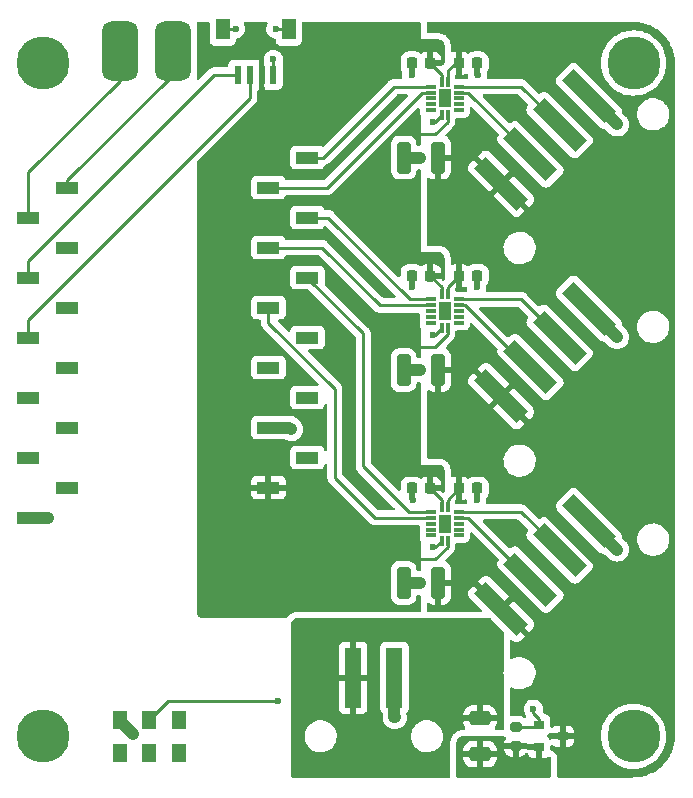
<source format=gbr>
%TF.GenerationSoftware,KiCad,Pcbnew,6.0.10-86aedd382b~118~ubuntu22.04.1*%
%TF.CreationDate,2023-01-01T10:29:26-05:00*%
%TF.ProjectId,project-nrf-princess-dress,70726f6a-6563-4742-9d6e-72662d707269,rev?*%
%TF.SameCoordinates,Original*%
%TF.FileFunction,Copper,L1,Top*%
%TF.FilePolarity,Positive*%
%FSLAX46Y46*%
G04 Gerber Fmt 4.6, Leading zero omitted, Abs format (unit mm)*
G04 Created by KiCad (PCBNEW 6.0.10-86aedd382b~118~ubuntu22.04.1) date 2023-01-01 10:29:26*
%MOMM*%
%LPD*%
G01*
G04 APERTURE LIST*
G04 Aperture macros list*
%AMRoundRect*
0 Rectangle with rounded corners*
0 $1 Rounding radius*
0 $2 $3 $4 $5 $6 $7 $8 $9 X,Y pos of 4 corners*
0 Add a 4 corners polygon primitive as box body*
4,1,4,$2,$3,$4,$5,$6,$7,$8,$9,$2,$3,0*
0 Add four circle primitives for the rounded corners*
1,1,$1+$1,$2,$3*
1,1,$1+$1,$4,$5*
1,1,$1+$1,$6,$7*
1,1,$1+$1,$8,$9*
0 Add four rect primitives between the rounded corners*
20,1,$1+$1,$2,$3,$4,$5,0*
20,1,$1+$1,$4,$5,$6,$7,0*
20,1,$1+$1,$6,$7,$8,$9,0*
20,1,$1+$1,$8,$9,$2,$3,0*%
%AMRotRect*
0 Rectangle, with rotation*
0 The origin of the aperture is its center*
0 $1 length*
0 $2 width*
0 $3 Rotation angle, in degrees counterclockwise*
0 Add horizontal line*
21,1,$1,$2,0,0,$3*%
G04 Aperture macros list end*
%TA.AperFunction,SMDPad,CuDef*%
%ADD10RoundRect,0.750000X0.750000X1.750000X-0.750000X1.750000X-0.750000X-1.750000X0.750000X-1.750000X0*%
%TD*%
%TA.AperFunction,SMDPad,CuDef*%
%ADD11RoundRect,0.750000X-0.750000X-1.750000X0.750000X-1.750000X0.750000X1.750000X-0.750000X1.750000X0*%
%TD*%
%TA.AperFunction,SMDPad,CuDef*%
%ADD12RotRect,1.400000X5.100000X45.000000*%
%TD*%
%TA.AperFunction,SMDPad,CuDef*%
%ADD13R,1.000000X1.500000*%
%TD*%
%TA.AperFunction,SMDPad,CuDef*%
%ADD14RoundRect,0.008100X-0.421900X-0.126900X0.421900X-0.126900X0.421900X0.126900X-0.421900X0.126900X0*%
%TD*%
%TA.AperFunction,SMDPad,CuDef*%
%ADD15RoundRect,0.008100X0.126900X-0.421900X0.126900X0.421900X-0.126900X0.421900X-0.126900X-0.421900X0*%
%TD*%
%TA.AperFunction,SMDPad,CuDef*%
%ADD16R,1.200000X1.600000*%
%TD*%
%TA.AperFunction,SMDPad,CuDef*%
%ADD17RoundRect,0.200000X0.275000X-0.200000X0.275000X0.200000X-0.275000X0.200000X-0.275000X-0.200000X0*%
%TD*%
%TA.AperFunction,SMDPad,CuDef*%
%ADD18RoundRect,0.276000X-0.634000X0.324000X-0.634000X-0.324000X0.634000X-0.324000X0.634000X0.324000X0*%
%TD*%
%TA.AperFunction,SMDPad,CuDef*%
%ADD19R,0.900000X0.800000*%
%TD*%
%TA.AperFunction,SMDPad,CuDef*%
%ADD20R,0.600000X1.550000*%
%TD*%
%TA.AperFunction,SMDPad,CuDef*%
%ADD21R,1.200000X1.800000*%
%TD*%
%TA.AperFunction,SMDPad,CuDef*%
%ADD22R,1.900000X1.000000*%
%TD*%
%TA.AperFunction,SMDPad,CuDef*%
%ADD23R,1.400000X5.100000*%
%TD*%
%TA.AperFunction,ComponentPad*%
%ADD24C,4.500000*%
%TD*%
%TA.AperFunction,SMDPad,CuDef*%
%ADD25RoundRect,0.250000X0.325000X1.100000X-0.325000X1.100000X-0.325000X-1.100000X0.325000X-1.100000X0*%
%TD*%
%TA.AperFunction,SMDPad,CuDef*%
%ADD26RoundRect,0.225000X-0.225000X-0.250000X0.225000X-0.250000X0.225000X0.250000X-0.225000X0.250000X0*%
%TD*%
%TA.AperFunction,SMDPad,CuDef*%
%ADD27RoundRect,0.225000X0.225000X0.250000X-0.225000X0.250000X-0.225000X-0.250000X0.225000X-0.250000X0*%
%TD*%
%TA.AperFunction,ViaPad*%
%ADD28C,0.800000*%
%TD*%
%TA.AperFunction,ViaPad*%
%ADD29C,0.600000*%
%TD*%
%TA.AperFunction,Conductor*%
%ADD30C,1.000000*%
%TD*%
%TA.AperFunction,Conductor*%
%ADD31C,0.500000*%
%TD*%
%TA.AperFunction,Conductor*%
%ADD32C,0.250000*%
%TD*%
G04 APERTURE END LIST*
D10*
%TO.P,J6,1*%
%TO.N,/P0.09*%
X60120000Y-27790000D03*
%TD*%
D11*
%TO.P,J9,1*%
%TO.N,/P0.10*%
X55620000Y-27790000D03*
%TD*%
D12*
%TO.P,J7,1*%
%TO.N,+BATT*%
X87907511Y-75002132D03*
%TO.P,J7,4*%
%TO.N,GND*%
X95332132Y-67577511D03*
%TO.P,J7,3*%
%TO.N,Net-(J7-Pad3)*%
X92857258Y-70052385D03*
%TO.P,J7,2*%
%TO.N,Net-(J7-Pad2)*%
X90382385Y-72527258D03*
%TD*%
%TO.P,J4,1*%
%TO.N,+BATT*%
X87907511Y-57002132D03*
%TO.P,J4,4*%
%TO.N,GND*%
X95332132Y-49577511D03*
%TO.P,J4,3*%
%TO.N,Net-(J4-Pad3)*%
X92857258Y-52052385D03*
%TO.P,J4,2*%
%TO.N,Net-(J4-Pad2)*%
X90382385Y-54527258D03*
%TD*%
%TO.P,J2,1*%
%TO.N,+BATT*%
X87907511Y-39002132D03*
%TO.P,J2,4*%
%TO.N,GND*%
X95332132Y-31577511D03*
%TO.P,J2,3*%
%TO.N,Net-(J2-Pad3)*%
X92857258Y-34052385D03*
%TO.P,J2,2*%
%TO.N,Net-(J2-Pad2)*%
X90382385Y-36527258D03*
%TD*%
D13*
%TO.P,U3,15*%
%TO.N,N/C*%
X83120000Y-67790000D03*
D14*
%TO.P,U3,13*%
%TO.N,Net-(J7-Pad3)*%
X84305000Y-66790000D03*
%TO.P,U3,12*%
%TO.N,Net-(J7-Pad2)*%
X84305000Y-67290000D03*
%TO.P,U3,11*%
%TO.N,Net-(U3-Pad11)*%
X84305000Y-67790000D03*
%TO.P,U3,10*%
%TO.N,Net-(U3-Pad10)*%
X84305000Y-68290000D03*
%TO.P,U3,9*%
%TO.N,Net-(U3-Pad9)*%
X84305000Y-68790000D03*
%TO.P,U3,6*%
%TO.N,N/C*%
X81935000Y-68790000D03*
%TO.P,U3,5*%
%TO.N,Net-(U3-Pad5)*%
X81935000Y-68290000D03*
%TO.P,U3,4*%
%TO.N,Net-(U3-Pad4)*%
X81935000Y-67790000D03*
%TO.P,U3,3*%
%TO.N,/P0.02*%
X81935000Y-67290000D03*
%TO.P,U3,2*%
%TO.N,/P1.15*%
X81935000Y-66790000D03*
D15*
%TO.P,U3,1*%
%TO.N,VDD*%
X82870000Y-66355000D03*
%TO.P,U3,14*%
%TO.N,+BATT*%
X83370000Y-66355000D03*
%TO.P,U3,8*%
%TO.N,VDD*%
X83370000Y-69225000D03*
%TO.P,U3,7*%
%TO.N,GND*%
X82870000Y-69225000D03*
%TD*%
D13*
%TO.P,U2,15*%
%TO.N,N/C*%
X83120000Y-49790000D03*
D14*
%TO.P,U2,13*%
%TO.N,Net-(J4-Pad3)*%
X84305000Y-48790000D03*
%TO.P,U2,12*%
%TO.N,Net-(J4-Pad2)*%
X84305000Y-49290000D03*
%TO.P,U2,11*%
%TO.N,Net-(U2-Pad11)*%
X84305000Y-49790000D03*
%TO.P,U2,10*%
%TO.N,Net-(U2-Pad10)*%
X84305000Y-50290000D03*
%TO.P,U2,9*%
%TO.N,Net-(U2-Pad9)*%
X84305000Y-50790000D03*
%TO.P,U2,6*%
%TO.N,N/C*%
X81935000Y-50790000D03*
%TO.P,U2,5*%
%TO.N,Net-(U2-Pad5)*%
X81935000Y-50290000D03*
%TO.P,U2,4*%
%TO.N,Net-(U2-Pad4)*%
X81935000Y-49790000D03*
%TO.P,U2,3*%
%TO.N,/P1.03*%
X81935000Y-49290000D03*
%TO.P,U2,2*%
%TO.N,/P0.03*%
X81935000Y-48790000D03*
D15*
%TO.P,U2,1*%
%TO.N,VDD*%
X82870000Y-48355000D03*
%TO.P,U2,14*%
%TO.N,+BATT*%
X83370000Y-48355000D03*
%TO.P,U2,8*%
%TO.N,VDD*%
X83370000Y-51225000D03*
%TO.P,U2,7*%
%TO.N,GND*%
X82870000Y-51225000D03*
%TD*%
D13*
%TO.P,U1,15*%
%TO.N,N/C*%
X83120000Y-31790000D03*
D14*
%TO.P,U1,13*%
%TO.N,Net-(J2-Pad3)*%
X84305000Y-30790000D03*
%TO.P,U1,12*%
%TO.N,Net-(J2-Pad2)*%
X84305000Y-31290000D03*
%TO.P,U1,11*%
%TO.N,Net-(U1-Pad11)*%
X84305000Y-31790000D03*
%TO.P,U1,10*%
%TO.N,Net-(U1-Pad10)*%
X84305000Y-32290000D03*
%TO.P,U1,9*%
%TO.N,Net-(U1-Pad9)*%
X84305000Y-32790000D03*
%TO.P,U1,6*%
%TO.N,N/C*%
X81935000Y-32790000D03*
%TO.P,U1,5*%
%TO.N,Net-(U1-Pad5)*%
X81935000Y-32290000D03*
%TO.P,U1,4*%
%TO.N,Net-(U1-Pad4)*%
X81935000Y-31790000D03*
%TO.P,U1,3*%
%TO.N,/P1.14*%
X81935000Y-31290000D03*
%TO.P,U1,2*%
%TO.N,/P1.10*%
X81935000Y-30790000D03*
D15*
%TO.P,U1,1*%
%TO.N,VDD*%
X82870000Y-30355000D03*
%TO.P,U1,14*%
%TO.N,+BATT*%
X83370000Y-30355000D03*
%TO.P,U1,8*%
%TO.N,VDD*%
X83370000Y-33225000D03*
%TO.P,U1,7*%
%TO.N,GND*%
X82870000Y-33225000D03*
%TD*%
D16*
%TO.P,S1,6*%
%TO.N,Net-(S1-Pad6)*%
X55620000Y-87190000D03*
%TO.P,S1,5*%
%TO.N,Net-(S1-Pad5)*%
X58120000Y-87190000D03*
%TO.P,S1,4*%
%TO.N,Net-(S1-Pad4)*%
X60620000Y-87190000D03*
%TO.P,S1,3*%
%TO.N,GND*%
X55620000Y-84390000D03*
%TO.P,S1,2*%
%TO.N,Net-(Q1-Pad1)*%
X58120000Y-84390000D03*
%TO.P,S1,1*%
%TO.N,Net-(S1-Pad1)*%
X60620000Y-84390000D03*
%TD*%
D17*
%TO.P,R2,2*%
%TO.N,Net-(Q1-Pad1)*%
X89120000Y-84965000D03*
%TO.P,R2,1*%
%TO.N,Net-(Q1-Pad2)*%
X89120000Y-86615000D03*
%TD*%
D18*
%TO.P,R1,2*%
%TO.N,Net-(Q1-Pad2)*%
X86120000Y-87295000D03*
%TO.P,R1,1*%
%TO.N,Net-(J1-Pad1)*%
X86120000Y-84285000D03*
%TD*%
D19*
%TO.P,Q1,3*%
%TO.N,+BATT*%
X93120000Y-85790000D03*
%TO.P,Q1,2*%
%TO.N,Net-(Q1-Pad2)*%
X91120000Y-86740000D03*
%TO.P,Q1,1*%
%TO.N,Net-(Q1-Pad1)*%
X91120000Y-84840000D03*
%TD*%
D20*
%TO.P,J8,4*%
%TO.N,/P0.22*%
X65620000Y-29790000D03*
%TO.P,J8,3*%
%TO.N,/P0.23*%
X66620000Y-29790000D03*
%TO.P,J8,2*%
%TO.N,VDD*%
X67620000Y-29790000D03*
%TO.P,J8,1*%
%TO.N,GND*%
X68620000Y-29790000D03*
D21*
%TO.P,J8,S1*%
X69920000Y-25915000D03*
%TO.P,J8,S2*%
X64320000Y-25915000D03*
%TD*%
D22*
%TO.P,J5,11*%
%TO.N,Net-(J5-Pad11)*%
X71500000Y-62190000D03*
%TO.P,J5,9*%
%TO.N,/P0.04*%
X71500000Y-57110000D03*
%TO.P,J5,7*%
%TO.N,/P0.29*%
X71500000Y-52030000D03*
%TO.P,J5,5*%
%TO.N,/P1.15*%
X71500000Y-46950000D03*
%TO.P,J5,3*%
%TO.N,/P0.03*%
X71500000Y-41870000D03*
%TO.P,J5,1*%
%TO.N,/P1.10*%
X71500000Y-36790000D03*
%TO.P,J5,12*%
%TO.N,VDD*%
X68200000Y-64730000D03*
%TO.P,J5,10*%
%TO.N,+BATT*%
X68200000Y-59650000D03*
%TO.P,J5,8*%
%TO.N,/P0.05*%
X68200000Y-54570000D03*
%TO.P,J5,6*%
%TO.N,/P0.02*%
X68200000Y-49490000D03*
%TO.P,J5,4*%
%TO.N,/P1.03*%
X68200000Y-44410000D03*
%TO.P,J5,2*%
%TO.N,/P1.14*%
X68200000Y-39330000D03*
%TD*%
%TO.P,J3,11*%
%TO.N,/P0.21*%
X51180000Y-64730000D03*
%TO.P,J3,9*%
%TO.N,/P0.15*%
X51180000Y-59650000D03*
%TO.P,J3,7*%
%TO.N,/P0.19*%
X51180000Y-54570000D03*
%TO.P,J3,5*%
%TO.N,/TX*%
X51180000Y-49490000D03*
%TO.P,J3,3*%
%TO.N,/RX*%
X51180000Y-44410000D03*
%TO.P,J3,1*%
%TO.N,/P0.09*%
X51180000Y-39330000D03*
%TO.P,J3,12*%
%TO.N,GND*%
X47880000Y-67270000D03*
%TO.P,J3,10*%
%TO.N,/P0.17*%
X47880000Y-62190000D03*
%TO.P,J3,8*%
%TO.N,/P0.13*%
X47880000Y-57110000D03*
%TO.P,J3,6*%
%TO.N,/P0.23*%
X47880000Y-52030000D03*
%TO.P,J3,4*%
%TO.N,/P0.22*%
X47880000Y-46950000D03*
%TO.P,J3,2*%
%TO.N,/P0.10*%
X47880000Y-41870000D03*
%TD*%
D23*
%TO.P,J1,2*%
%TO.N,GND*%
X78870000Y-80840000D03*
%TO.P,J1,1*%
%TO.N,Net-(J1-Pad1)*%
X75370000Y-80840000D03*
%TD*%
D24*
%TO.P,H4,1*%
%TO.N,GND*%
X99120000Y-85790000D03*
%TD*%
%TO.P,H3,1*%
%TO.N,GND*%
X49120000Y-85790000D03*
%TD*%
%TO.P,H2,1*%
%TO.N,GND*%
X99120000Y-28790000D03*
%TD*%
%TO.P,H1,1*%
%TO.N,GND*%
X49120000Y-28790000D03*
%TD*%
D25*
%TO.P,C9,2*%
%TO.N,GND*%
X79645000Y-72790000D03*
%TO.P,C9,1*%
%TO.N,+BATT*%
X82595000Y-72790000D03*
%TD*%
D26*
%TO.P,C8,2*%
%TO.N,GND*%
X85895000Y-64790000D03*
%TO.P,C8,1*%
%TO.N,+BATT*%
X84345000Y-64790000D03*
%TD*%
D27*
%TO.P,C7,2*%
%TO.N,GND*%
X80345000Y-64790000D03*
%TO.P,C7,1*%
%TO.N,VDD*%
X81895000Y-64790000D03*
%TD*%
D25*
%TO.P,C6,2*%
%TO.N,GND*%
X79645000Y-54790000D03*
%TO.P,C6,1*%
%TO.N,+BATT*%
X82595000Y-54790000D03*
%TD*%
D26*
%TO.P,C5,2*%
%TO.N,GND*%
X85895000Y-46790000D03*
%TO.P,C5,1*%
%TO.N,+BATT*%
X84345000Y-46790000D03*
%TD*%
D27*
%TO.P,C4,2*%
%TO.N,GND*%
X80345000Y-46790000D03*
%TO.P,C4,1*%
%TO.N,VDD*%
X81895000Y-46790000D03*
%TD*%
D25*
%TO.P,C3,2*%
%TO.N,GND*%
X79645000Y-36790000D03*
%TO.P,C3,1*%
%TO.N,+BATT*%
X82595000Y-36790000D03*
%TD*%
D26*
%TO.P,C2,2*%
%TO.N,GND*%
X85895000Y-28790000D03*
%TO.P,C2,1*%
%TO.N,+BATT*%
X84345000Y-28790000D03*
%TD*%
D27*
%TO.P,C1,2*%
%TO.N,GND*%
X80345000Y-28790000D03*
%TO.P,C1,1*%
%TO.N,VDD*%
X81895000Y-28790000D03*
%TD*%
D28*
%TO.N,GND*%
X78920000Y-84190000D03*
X81020000Y-54790000D03*
X81020000Y-36790000D03*
X56720000Y-85590000D03*
X49520000Y-67290000D03*
D29*
X85920000Y-29790000D03*
X80320000Y-29790000D03*
D28*
X97720000Y-33990000D03*
X97720000Y-51990000D03*
X97720000Y-69990000D03*
D29*
X80320000Y-47790000D03*
X85820000Y-47790000D03*
X85820000Y-65790000D03*
X80420000Y-65790000D03*
X68820000Y-25890000D03*
X65420000Y-25890000D03*
X68620000Y-28490000D03*
X82120000Y-51790000D03*
X82120000Y-69790000D03*
X82120000Y-33790000D03*
D28*
X81020000Y-72790000D03*
%TO.N,+BATT*%
X84120000Y-72790000D03*
X70119952Y-59790000D03*
D29*
%TO.N,Net-(Q1-Pad1)*%
X90620000Y-83490000D03*
X69020000Y-82790000D03*
%TD*%
D30*
%TO.N,GND*%
X78870000Y-80840000D02*
X78870000Y-84140000D01*
X78870000Y-84140000D02*
X78920000Y-84190000D01*
X79645000Y-54790000D02*
X81020000Y-54790000D01*
X79645000Y-36790000D02*
X81020000Y-36790000D01*
X55620000Y-84390000D02*
X55620000Y-84490000D01*
X55620000Y-84490000D02*
X56720000Y-85590000D01*
X47880000Y-67270000D02*
X49500000Y-67270000D01*
X49500000Y-67270000D02*
X49520000Y-67290000D01*
D31*
X85895000Y-28790000D02*
X85895000Y-29765000D01*
X85895000Y-29765000D02*
X85920000Y-29790000D01*
X80345000Y-28790000D02*
X80345000Y-29765000D01*
X80345000Y-29765000D02*
X80320000Y-29790000D01*
D30*
X95332132Y-31577511D02*
X95332132Y-31602132D01*
X95332132Y-31602132D02*
X97720000Y-33990000D01*
X95332132Y-49577511D02*
X95332132Y-49602132D01*
X95332132Y-49602132D02*
X97720000Y-51990000D01*
X95332132Y-67577511D02*
X95332132Y-67602132D01*
X95332132Y-67602132D02*
X97720000Y-69990000D01*
D31*
X80345000Y-46790000D02*
X80345000Y-47765000D01*
X80345000Y-47765000D02*
X80320000Y-47790000D01*
X85895000Y-46790000D02*
X85895000Y-47715000D01*
X85895000Y-47715000D02*
X85820000Y-47790000D01*
X85895000Y-64790000D02*
X85895000Y-65715000D01*
X85895000Y-65715000D02*
X85820000Y-65790000D01*
X80345000Y-64790000D02*
X80345000Y-65715000D01*
X80345000Y-65715000D02*
X80420000Y-65790000D01*
D32*
X69920000Y-25915000D02*
X68845000Y-25915000D01*
X68845000Y-25915000D02*
X68820000Y-25890000D01*
X64320000Y-25915000D02*
X65395000Y-25915000D01*
X65395000Y-25915000D02*
X65420000Y-25890000D01*
X68620000Y-29790000D02*
X68620000Y-28490000D01*
X82305000Y-51790000D02*
X82120000Y-51790000D01*
X82870000Y-51225000D02*
X82305000Y-51790000D01*
X82305000Y-69790000D02*
X82120000Y-69790000D01*
X82870000Y-69225000D02*
X82305000Y-69790000D01*
X82870000Y-33225000D02*
X82305000Y-33790000D01*
X82305000Y-33790000D02*
X82120000Y-33790000D01*
D30*
X79645000Y-72790000D02*
X81020000Y-72790000D01*
D32*
%TO.N,VDD*%
X82870000Y-47765000D02*
X81895000Y-46790000D01*
X82870000Y-48355000D02*
X82870000Y-47765000D01*
X82870000Y-65765000D02*
X81895000Y-64790000D01*
X82870000Y-66355000D02*
X82870000Y-65765000D01*
X82870000Y-29790000D02*
X82870000Y-30355000D01*
X81895000Y-28790000D02*
X82870000Y-29765000D01*
X82870000Y-29765000D02*
X82870000Y-29790000D01*
X83370000Y-51744890D02*
X82324890Y-52790000D01*
X83370000Y-51225000D02*
X83370000Y-51744890D01*
X82324890Y-52790000D02*
X81120000Y-52790000D01*
X83370000Y-33744890D02*
X82324890Y-34790000D01*
X83370000Y-33225000D02*
X83370000Y-33744890D01*
X82324890Y-34790000D02*
X81120000Y-34790000D01*
X83370000Y-69744890D02*
X82324890Y-70790000D01*
X83370000Y-69225000D02*
X83370000Y-69744890D01*
X82324890Y-70790000D02*
X81120000Y-70790000D01*
%TO.N,+BATT*%
X84020000Y-28790000D02*
X84345000Y-28790000D01*
X83370000Y-30355000D02*
X83370000Y-29440000D01*
X83370000Y-29440000D02*
X84020000Y-28790000D01*
X83370000Y-47765000D02*
X84345000Y-46790000D01*
X83370000Y-48355000D02*
X83370000Y-47765000D01*
X83370000Y-65765000D02*
X84345000Y-64790000D01*
X83370000Y-66355000D02*
X83370000Y-65765000D01*
D30*
X68200000Y-59650000D02*
X69979952Y-59650000D01*
X69979952Y-59650000D02*
X70119952Y-59790000D01*
D32*
%TO.N,Net-(J2-Pad3)*%
X84305000Y-30790000D02*
X89594873Y-30790000D01*
X89594873Y-30790000D02*
X92857258Y-34052385D01*
%TO.N,Net-(J2-Pad2)*%
X90357258Y-36527258D02*
X90382385Y-36527258D01*
X84305000Y-31290000D02*
X85120000Y-31290000D01*
X85120000Y-31290000D02*
X90357258Y-36527258D01*
%TO.N,/P0.09*%
X60120000Y-27790000D02*
X60120000Y-29790000D01*
X51180000Y-38730000D02*
X51180000Y-39330000D01*
X60120000Y-29790000D02*
X51180000Y-38730000D01*
%TO.N,/P0.23*%
X47880000Y-50530000D02*
X47880000Y-52030000D01*
X66620000Y-29790000D02*
X66620000Y-31790000D01*
X66620000Y-31790000D02*
X47880000Y-50530000D01*
%TO.N,/P0.22*%
X47880000Y-45530000D02*
X47880000Y-46950000D01*
X65620000Y-29790000D02*
X63620000Y-29790000D01*
X63620000Y-29790000D02*
X47880000Y-45530000D01*
%TO.N,/P0.10*%
X47880000Y-38030000D02*
X47880000Y-41870000D01*
X55620000Y-27790000D02*
X55620000Y-30290000D01*
X55620000Y-30290000D02*
X47880000Y-38030000D01*
%TO.N,Net-(J4-Pad3)*%
X89594873Y-48790000D02*
X92857258Y-52052385D01*
X84305000Y-48790000D02*
X89594873Y-48790000D01*
%TO.N,Net-(J4-Pad2)*%
X90062148Y-54527258D02*
X90382385Y-54527258D01*
X84824890Y-49290000D02*
X90062148Y-54527258D01*
X84305000Y-49290000D02*
X84824890Y-49290000D01*
%TO.N,/P1.15*%
X76220000Y-51670000D02*
X71500000Y-46950000D01*
X76220000Y-62915002D02*
X76220000Y-51670000D01*
X81935000Y-66790000D02*
X80094998Y-66790000D01*
X80094998Y-66790000D02*
X76220000Y-62915002D01*
%TO.N,/P0.03*%
X73274998Y-41870000D02*
X71500000Y-41870000D01*
X80194998Y-48790000D02*
X73274998Y-41870000D01*
X81935000Y-48790000D02*
X80194998Y-48790000D01*
%TO.N,/P1.10*%
X72820000Y-36790000D02*
X71500000Y-36790000D01*
X81935000Y-30790000D02*
X78820000Y-30790000D01*
X78820000Y-30790000D02*
X72820000Y-36790000D01*
%TO.N,/P0.02*%
X68200000Y-50765002D02*
X68200000Y-49490000D01*
X73820000Y-63890000D02*
X73820000Y-56385002D01*
X73820000Y-56385002D02*
X68200000Y-50765002D01*
X81935000Y-67290000D02*
X77220000Y-67290000D01*
X77220000Y-67290000D02*
X73820000Y-63890000D01*
%TO.N,/P1.03*%
X72740000Y-44410000D02*
X68200000Y-44410000D01*
X81935000Y-49290000D02*
X77620000Y-49290000D01*
X77620000Y-49290000D02*
X72740000Y-44410000D01*
%TO.N,/P1.14*%
X73180000Y-39330000D02*
X68200000Y-39330000D01*
X81935000Y-31290000D02*
X81220000Y-31290000D01*
X81220000Y-31290000D02*
X73180000Y-39330000D01*
%TO.N,Net-(J7-Pad3)*%
X89594873Y-66790000D02*
X92857258Y-70052385D01*
X84305000Y-66790000D02*
X89594873Y-66790000D01*
%TO.N,Net-(J7-Pad2)*%
X90357258Y-72527258D02*
X90382385Y-72527258D01*
X84305000Y-67290000D02*
X85120000Y-67290000D01*
X85120000Y-67290000D02*
X90357258Y-72527258D01*
%TO.N,Net-(Q1-Pad1)*%
X90995000Y-84965000D02*
X91120000Y-84840000D01*
X89120000Y-84965000D02*
X90995000Y-84965000D01*
X58120000Y-84390000D02*
X59720000Y-82790000D01*
X59720000Y-82790000D02*
X69020000Y-82790000D01*
X91120000Y-84340000D02*
X91120000Y-84840000D01*
X90620000Y-83490000D02*
X90620000Y-83840000D01*
X90620000Y-83840000D02*
X91120000Y-84340000D01*
%TD*%
%TA.AperFunction,Conductor*%
%TO.N,Net-(Q1-Pad2)*%
G36*
X88240262Y-85810002D02*
G01*
X88286755Y-85863658D01*
X88296859Y-85933932D01*
X88279917Y-85981271D01*
X88198923Y-86115008D01*
X88192715Y-86128757D01*
X88145744Y-86278644D01*
X88143131Y-86291694D01*
X88138087Y-86346586D01*
X88141475Y-86358124D01*
X88142865Y-86359329D01*
X88150548Y-86361000D01*
X90036294Y-86361000D01*
X90104415Y-86381002D01*
X90150908Y-86434658D01*
X90157190Y-86451503D01*
X90166474Y-86483124D01*
X90167865Y-86484329D01*
X90175548Y-86486000D01*
X91248000Y-86486000D01*
X91316121Y-86506002D01*
X91362614Y-86559658D01*
X91374000Y-86612000D01*
X91374000Y-87629884D01*
X91378475Y-87645123D01*
X91379865Y-87646328D01*
X91387548Y-87647999D01*
X91614669Y-87647999D01*
X91621490Y-87647629D01*
X91672352Y-87642105D01*
X91687604Y-87638479D01*
X91808054Y-87593324D01*
X91823649Y-87584786D01*
X91918435Y-87513748D01*
X91984942Y-87488900D01*
X92054324Y-87503953D01*
X92104554Y-87554128D01*
X92120000Y-87614574D01*
X92120000Y-89155500D01*
X92099998Y-89223621D01*
X92046342Y-89270114D01*
X91994000Y-89281500D01*
X84246000Y-89281500D01*
X84177879Y-89261498D01*
X84131386Y-89207842D01*
X84120000Y-89155500D01*
X84120000Y-87703238D01*
X84702001Y-87703238D01*
X84702051Y-87704967D01*
X84703470Y-87714887D01*
X84740250Y-87874201D01*
X84744900Y-87887404D01*
X84815320Y-88033075D01*
X84822781Y-88044923D01*
X84923731Y-88171382D01*
X84933618Y-88181269D01*
X85060077Y-88282219D01*
X85071925Y-88289680D01*
X85217596Y-88360100D01*
X85230799Y-88364750D01*
X85390120Y-88401532D01*
X85400017Y-88402949D01*
X85401791Y-88403000D01*
X85847885Y-88403000D01*
X85863124Y-88398525D01*
X85864329Y-88397135D01*
X85866000Y-88389452D01*
X85866000Y-88384884D01*
X86374000Y-88384884D01*
X86378475Y-88400123D01*
X86379865Y-88401328D01*
X86387548Y-88402999D01*
X86838238Y-88402999D01*
X86839967Y-88402949D01*
X86849887Y-88401530D01*
X87009201Y-88364750D01*
X87022404Y-88360100D01*
X87168075Y-88289680D01*
X87179923Y-88282219D01*
X87306382Y-88181269D01*
X87316269Y-88171382D01*
X87417219Y-88044923D01*
X87424680Y-88033075D01*
X87495100Y-87887404D01*
X87499750Y-87874201D01*
X87536532Y-87714880D01*
X87537949Y-87704983D01*
X87538000Y-87703209D01*
X87538000Y-87567115D01*
X87533525Y-87551876D01*
X87532135Y-87550671D01*
X87524452Y-87549000D01*
X86392115Y-87549000D01*
X86376876Y-87553475D01*
X86375671Y-87554865D01*
X86374000Y-87562548D01*
X86374000Y-88384884D01*
X85866000Y-88384884D01*
X85866000Y-87567115D01*
X85861525Y-87551876D01*
X85860135Y-87550671D01*
X85852452Y-87549000D01*
X84720116Y-87549000D01*
X84704877Y-87553475D01*
X84703672Y-87554865D01*
X84702001Y-87562548D01*
X84702001Y-87703238D01*
X84120000Y-87703238D01*
X84120000Y-87022885D01*
X84702000Y-87022885D01*
X84706475Y-87038124D01*
X84707865Y-87039329D01*
X84715548Y-87041000D01*
X85847885Y-87041000D01*
X85863124Y-87036525D01*
X85864329Y-87035135D01*
X85866000Y-87027452D01*
X85866000Y-87022885D01*
X86374000Y-87022885D01*
X86378475Y-87038124D01*
X86379865Y-87039329D01*
X86387548Y-87041000D01*
X87519884Y-87041000D01*
X87535123Y-87036525D01*
X87536328Y-87035135D01*
X87537999Y-87027452D01*
X87537999Y-86886762D01*
X87537949Y-86885033D01*
X87537128Y-86879294D01*
X88137709Y-86879294D01*
X88143132Y-86938315D01*
X88145743Y-86951351D01*
X88192715Y-87101243D01*
X88198921Y-87114988D01*
X88279824Y-87248574D01*
X88289131Y-87260443D01*
X88399557Y-87370869D01*
X88411426Y-87380176D01*
X88545012Y-87461079D01*
X88558757Y-87467285D01*
X88708644Y-87514256D01*
X88721694Y-87516869D01*
X88785521Y-87522734D01*
X88791309Y-87523000D01*
X88847885Y-87523000D01*
X88863124Y-87518525D01*
X88864329Y-87517135D01*
X88866000Y-87509452D01*
X88866000Y-87504884D01*
X89374000Y-87504884D01*
X89378475Y-87520123D01*
X89379865Y-87521328D01*
X89387548Y-87522999D01*
X89448705Y-87522999D01*
X89454454Y-87522736D01*
X89518315Y-87516868D01*
X89531351Y-87514257D01*
X89681243Y-87467285D01*
X89694988Y-87461079D01*
X89828574Y-87380176D01*
X89840443Y-87370869D01*
X89950867Y-87260445D01*
X89962473Y-87245645D01*
X90020249Y-87204384D01*
X90091160Y-87200908D01*
X90152694Y-87236322D01*
X90179605Y-87279168D01*
X90216675Y-87378052D01*
X90225214Y-87393649D01*
X90301715Y-87495724D01*
X90314276Y-87508285D01*
X90416351Y-87584786D01*
X90431946Y-87593324D01*
X90552394Y-87638478D01*
X90567649Y-87642105D01*
X90618514Y-87647631D01*
X90625328Y-87648000D01*
X90847885Y-87648000D01*
X90863124Y-87643525D01*
X90864329Y-87642135D01*
X90866000Y-87634452D01*
X90866000Y-87012115D01*
X90861525Y-86996876D01*
X90860135Y-86995671D01*
X90852452Y-86994000D01*
X90228706Y-86994000D01*
X90160585Y-86973998D01*
X90114092Y-86920342D01*
X90107810Y-86903497D01*
X90098526Y-86871876D01*
X90097135Y-86870671D01*
X90089452Y-86869000D01*
X89392115Y-86869000D01*
X89376876Y-86873475D01*
X89375671Y-86874865D01*
X89374000Y-86882548D01*
X89374000Y-87504884D01*
X88866000Y-87504884D01*
X88866000Y-86887115D01*
X88861525Y-86871876D01*
X88860135Y-86870671D01*
X88852452Y-86869000D01*
X88155116Y-86869000D01*
X88139877Y-86873475D01*
X88138672Y-86874865D01*
X88137709Y-86879294D01*
X87537128Y-86879294D01*
X87536530Y-86875113D01*
X87499750Y-86715799D01*
X87495100Y-86702596D01*
X87424680Y-86556925D01*
X87417219Y-86545077D01*
X87316269Y-86418618D01*
X87306382Y-86408731D01*
X87179923Y-86307781D01*
X87168075Y-86300320D01*
X87022404Y-86229900D01*
X87009201Y-86225250D01*
X86849880Y-86188468D01*
X86839983Y-86187051D01*
X86838209Y-86187000D01*
X86392115Y-86187000D01*
X86376876Y-86191475D01*
X86375671Y-86192865D01*
X86374000Y-86200548D01*
X86374000Y-87022885D01*
X85866000Y-87022885D01*
X85866000Y-86205116D01*
X85861525Y-86189877D01*
X85860135Y-86188672D01*
X85852452Y-86187001D01*
X85401762Y-86187001D01*
X85400033Y-86187051D01*
X85390113Y-86188470D01*
X85230799Y-86225250D01*
X85217596Y-86229900D01*
X85071925Y-86300320D01*
X85060077Y-86307781D01*
X84933618Y-86408731D01*
X84923731Y-86418618D01*
X84822781Y-86545077D01*
X84815320Y-86556925D01*
X84744900Y-86702596D01*
X84740250Y-86715799D01*
X84703468Y-86875120D01*
X84702051Y-86885017D01*
X84702000Y-86886791D01*
X84702000Y-87022885D01*
X84120000Y-87022885D01*
X84120000Y-86298258D01*
X84121078Y-86281812D01*
X84134872Y-86177037D01*
X84143385Y-86145265D01*
X84180639Y-86055326D01*
X84197086Y-86026840D01*
X84256349Y-85949607D01*
X84279607Y-85926349D01*
X84356840Y-85867086D01*
X84385326Y-85850639D01*
X84475265Y-85813385D01*
X84507037Y-85804872D01*
X84611812Y-85791078D01*
X84628258Y-85790000D01*
X88172141Y-85790000D01*
X88240262Y-85810002D01*
G37*
%TD.AperFunction*%
%TD*%
%TA.AperFunction,Conductor*%
%TO.N,Net-(J1-Pad1)*%
G36*
X87002233Y-75810002D02*
G01*
X87023207Y-75826905D01*
X88083095Y-76886793D01*
X88117121Y-76949105D01*
X88120000Y-76975888D01*
X88120000Y-80232827D01*
X88118908Y-80249382D01*
X88101248Y-80382628D01*
X88109897Y-80613012D01*
X88110992Y-80618230D01*
X88117315Y-80648366D01*
X88120000Y-80674240D01*
X88120000Y-85150500D01*
X88099998Y-85218621D01*
X88046342Y-85265114D01*
X87994000Y-85276500D01*
X87486180Y-85276500D01*
X87418059Y-85256498D01*
X87371566Y-85202842D01*
X87361462Y-85132568D01*
X87387708Y-85071891D01*
X87417219Y-85034923D01*
X87424680Y-85023075D01*
X87495100Y-84877404D01*
X87499750Y-84864201D01*
X87536532Y-84704880D01*
X87537949Y-84694983D01*
X87538000Y-84693209D01*
X87538000Y-84557115D01*
X87533525Y-84541876D01*
X87532135Y-84540671D01*
X87524452Y-84539000D01*
X84720116Y-84539000D01*
X84704877Y-84543475D01*
X84703672Y-84544865D01*
X84702001Y-84552548D01*
X84702001Y-84693238D01*
X84702051Y-84694967D01*
X84703470Y-84704887D01*
X84740250Y-84864201D01*
X84744900Y-84877404D01*
X84815320Y-85023075D01*
X84822781Y-85034923D01*
X84852292Y-85071891D01*
X84879159Y-85137608D01*
X84866232Y-85207418D01*
X84817615Y-85259156D01*
X84753820Y-85276500D01*
X84628258Y-85276500D01*
X84594671Y-85277600D01*
X84593609Y-85277670D01*
X84593601Y-85277670D01*
X84579272Y-85278609D01*
X84579250Y-85278611D01*
X84578225Y-85278678D01*
X84556412Y-85280826D01*
X84545840Y-85281867D01*
X84545828Y-85281868D01*
X84544786Y-85281971D01*
X84440011Y-85295765D01*
X84438005Y-85296164D01*
X84437999Y-85296165D01*
X84376164Y-85308465D01*
X84374138Y-85308868D01*
X84372158Y-85309398D01*
X84372143Y-85309402D01*
X84356123Y-85313695D01*
X84342366Y-85317381D01*
X84278757Y-85338973D01*
X84276848Y-85339764D01*
X84276842Y-85339766D01*
X84250237Y-85350786D01*
X84188818Y-85376227D01*
X84158693Y-85391083D01*
X84133661Y-85403428D01*
X84128569Y-85405939D01*
X84126789Y-85406967D01*
X84126781Y-85406971D01*
X84103916Y-85420173D01*
X84100083Y-85422386D01*
X84098389Y-85423518D01*
X84098376Y-85423526D01*
X84061489Y-85448174D01*
X84044241Y-85459699D01*
X83967008Y-85518962D01*
X83916508Y-85563250D01*
X83893250Y-85586508D01*
X83848962Y-85637008D01*
X83789699Y-85714241D01*
X83788562Y-85715942D01*
X83788561Y-85715944D01*
X83753526Y-85768376D01*
X83753518Y-85768389D01*
X83752386Y-85770083D01*
X83735939Y-85798569D01*
X83706227Y-85858818D01*
X83668973Y-85948757D01*
X83647381Y-86012366D01*
X83646849Y-86014353D01*
X83639402Y-86042143D01*
X83639398Y-86042158D01*
X83638868Y-86044138D01*
X83625765Y-86110011D01*
X83611971Y-86214786D01*
X83608678Y-86248225D01*
X83607600Y-86264671D01*
X83606500Y-86298258D01*
X83606500Y-89155500D01*
X83586498Y-89223621D01*
X83532842Y-89270114D01*
X83480500Y-89281500D01*
X70246000Y-89281500D01*
X70177879Y-89261498D01*
X70131386Y-89207842D01*
X70120000Y-89155500D01*
X70120000Y-85725774D01*
X71258102Y-85725774D01*
X71266751Y-85956158D01*
X71314093Y-86181791D01*
X71316051Y-86186750D01*
X71316052Y-86186752D01*
X71346402Y-86263601D01*
X71398776Y-86396221D01*
X71518377Y-86593317D01*
X71521874Y-86597347D01*
X71608438Y-86697103D01*
X71669477Y-86767445D01*
X71673608Y-86770832D01*
X71843627Y-86910240D01*
X71843633Y-86910244D01*
X71847755Y-86913624D01*
X71852391Y-86916263D01*
X71852394Y-86916265D01*
X72003234Y-87002128D01*
X72048114Y-87027675D01*
X72264825Y-87106337D01*
X72270074Y-87107286D01*
X72270077Y-87107287D01*
X72487608Y-87146623D01*
X72487615Y-87146624D01*
X72491692Y-87147361D01*
X72509414Y-87148197D01*
X72514356Y-87148430D01*
X72514363Y-87148430D01*
X72515844Y-87148500D01*
X72677890Y-87148500D01*
X72744809Y-87142822D01*
X72844409Y-87134371D01*
X72844413Y-87134370D01*
X72849720Y-87133920D01*
X72854875Y-87132582D01*
X72854881Y-87132581D01*
X73067703Y-87077343D01*
X73067707Y-87077342D01*
X73072872Y-87076001D01*
X73077738Y-87073809D01*
X73077741Y-87073808D01*
X73236865Y-87002128D01*
X73283075Y-86981312D01*
X73474319Y-86852559D01*
X73641135Y-86693424D01*
X73778754Y-86508458D01*
X73883240Y-86302949D01*
X73899908Y-86249272D01*
X73950024Y-86087871D01*
X73951607Y-86082773D01*
X73960675Y-86014353D01*
X73981198Y-85859511D01*
X73981198Y-85859506D01*
X73981898Y-85854226D01*
X73981646Y-85847500D01*
X73977075Y-85725774D01*
X80258102Y-85725774D01*
X80266751Y-85956158D01*
X80314093Y-86181791D01*
X80316051Y-86186750D01*
X80316052Y-86186752D01*
X80346402Y-86263601D01*
X80398776Y-86396221D01*
X80518377Y-86593317D01*
X80521874Y-86597347D01*
X80608438Y-86697103D01*
X80669477Y-86767445D01*
X80673608Y-86770832D01*
X80843627Y-86910240D01*
X80843633Y-86910244D01*
X80847755Y-86913624D01*
X80852391Y-86916263D01*
X80852394Y-86916265D01*
X81003234Y-87002128D01*
X81048114Y-87027675D01*
X81264825Y-87106337D01*
X81270074Y-87107286D01*
X81270077Y-87107287D01*
X81487608Y-87146623D01*
X81487615Y-87146624D01*
X81491692Y-87147361D01*
X81509414Y-87148197D01*
X81514356Y-87148430D01*
X81514363Y-87148430D01*
X81515844Y-87148500D01*
X81677890Y-87148500D01*
X81744809Y-87142822D01*
X81844409Y-87134371D01*
X81844413Y-87134370D01*
X81849720Y-87133920D01*
X81854875Y-87132582D01*
X81854881Y-87132581D01*
X82067703Y-87077343D01*
X82067707Y-87077342D01*
X82072872Y-87076001D01*
X82077738Y-87073809D01*
X82077741Y-87073808D01*
X82236865Y-87002128D01*
X82283075Y-86981312D01*
X82474319Y-86852559D01*
X82641135Y-86693424D01*
X82778754Y-86508458D01*
X82883240Y-86302949D01*
X82899908Y-86249272D01*
X82950024Y-86087871D01*
X82951607Y-86082773D01*
X82960675Y-86014353D01*
X82981198Y-85859511D01*
X82981198Y-85859506D01*
X82981898Y-85854226D01*
X82981646Y-85847500D01*
X82976581Y-85712606D01*
X82973249Y-85623842D01*
X82925907Y-85398209D01*
X82902827Y-85339766D01*
X82843185Y-85188744D01*
X82843184Y-85188742D01*
X82841224Y-85183779D01*
X82810149Y-85132568D01*
X82724390Y-84991243D01*
X82721623Y-84986683D01*
X82718126Y-84982653D01*
X82574023Y-84816588D01*
X82574021Y-84816586D01*
X82570523Y-84812555D01*
X82499353Y-84754199D01*
X82396373Y-84669760D01*
X82396367Y-84669756D01*
X82392245Y-84666376D01*
X82387609Y-84663737D01*
X82387606Y-84663735D01*
X82196529Y-84554968D01*
X82191886Y-84552325D01*
X81975175Y-84473663D01*
X81969926Y-84472714D01*
X81969923Y-84472713D01*
X81752392Y-84433377D01*
X81752385Y-84433376D01*
X81748308Y-84432639D01*
X81730586Y-84431803D01*
X81725644Y-84431570D01*
X81725637Y-84431570D01*
X81724156Y-84431500D01*
X81562110Y-84431500D01*
X81495191Y-84437178D01*
X81395591Y-84445629D01*
X81395587Y-84445630D01*
X81390280Y-84446080D01*
X81385125Y-84447418D01*
X81385119Y-84447419D01*
X81172297Y-84502657D01*
X81172293Y-84502658D01*
X81167128Y-84503999D01*
X81162262Y-84506191D01*
X81162259Y-84506192D01*
X81053980Y-84554968D01*
X80956925Y-84598688D01*
X80765681Y-84727441D01*
X80761824Y-84731120D01*
X80761822Y-84731122D01*
X80727006Y-84764335D01*
X80598865Y-84886576D01*
X80595682Y-84890854D01*
X80577395Y-84915432D01*
X80461246Y-85071542D01*
X80356760Y-85277051D01*
X80355178Y-85282145D01*
X80355177Y-85282148D01*
X80317022Y-85405028D01*
X80288393Y-85497227D01*
X80287692Y-85502516D01*
X80259405Y-85715944D01*
X80258102Y-85725774D01*
X73977075Y-85725774D01*
X73976581Y-85712606D01*
X73973249Y-85623842D01*
X73925907Y-85398209D01*
X73902827Y-85339766D01*
X73843185Y-85188744D01*
X73843184Y-85188742D01*
X73841224Y-85183779D01*
X73810149Y-85132568D01*
X73724390Y-84991243D01*
X73721623Y-84986683D01*
X73718126Y-84982653D01*
X73574023Y-84816588D01*
X73574021Y-84816586D01*
X73570523Y-84812555D01*
X73499353Y-84754199D01*
X73396373Y-84669760D01*
X73396367Y-84669756D01*
X73392245Y-84666376D01*
X73387609Y-84663737D01*
X73387606Y-84663735D01*
X73196529Y-84554968D01*
X73191886Y-84552325D01*
X72975175Y-84473663D01*
X72969926Y-84472714D01*
X72969923Y-84472713D01*
X72752392Y-84433377D01*
X72752385Y-84433376D01*
X72748308Y-84432639D01*
X72730586Y-84431803D01*
X72725644Y-84431570D01*
X72725637Y-84431570D01*
X72724156Y-84431500D01*
X72562110Y-84431500D01*
X72495191Y-84437178D01*
X72395591Y-84445629D01*
X72395587Y-84445630D01*
X72390280Y-84446080D01*
X72385125Y-84447418D01*
X72385119Y-84447419D01*
X72172297Y-84502657D01*
X72172293Y-84502658D01*
X72167128Y-84503999D01*
X72162262Y-84506191D01*
X72162259Y-84506192D01*
X72053980Y-84554968D01*
X71956925Y-84598688D01*
X71765681Y-84727441D01*
X71761824Y-84731120D01*
X71761822Y-84731122D01*
X71727006Y-84764335D01*
X71598865Y-84886576D01*
X71595682Y-84890854D01*
X71577395Y-84915432D01*
X71461246Y-85071542D01*
X71356760Y-85277051D01*
X71355178Y-85282145D01*
X71355177Y-85282148D01*
X71317022Y-85405028D01*
X71288393Y-85497227D01*
X71287692Y-85502516D01*
X71259405Y-85715944D01*
X71258102Y-85725774D01*
X70120000Y-85725774D01*
X70120000Y-83434669D01*
X74162001Y-83434669D01*
X74162371Y-83441490D01*
X74167895Y-83492352D01*
X74171521Y-83507604D01*
X74216676Y-83628054D01*
X74225214Y-83643649D01*
X74301715Y-83745724D01*
X74314276Y-83758285D01*
X74416351Y-83834786D01*
X74431946Y-83843324D01*
X74552394Y-83888478D01*
X74567649Y-83892105D01*
X74618514Y-83897631D01*
X74625328Y-83898000D01*
X75097885Y-83898000D01*
X75113124Y-83893525D01*
X75114329Y-83892135D01*
X75116000Y-83884452D01*
X75116000Y-83879884D01*
X75624000Y-83879884D01*
X75628475Y-83895123D01*
X75629865Y-83896328D01*
X75637548Y-83897999D01*
X76114669Y-83897999D01*
X76121490Y-83897629D01*
X76172352Y-83892105D01*
X76187604Y-83888479D01*
X76308054Y-83843324D01*
X76323649Y-83834786D01*
X76425724Y-83758285D01*
X76438285Y-83745724D01*
X76514786Y-83643649D01*
X76523324Y-83628054D01*
X76568478Y-83507606D01*
X76572105Y-83492351D01*
X76577631Y-83441486D01*
X76577813Y-83438134D01*
X77661500Y-83438134D01*
X77668255Y-83500316D01*
X77719385Y-83636705D01*
X77806739Y-83753261D01*
X77813919Y-83758642D01*
X77820269Y-83764992D01*
X77818634Y-83766627D01*
X77853579Y-83813359D01*
X77861500Y-83857329D01*
X77861500Y-84078157D01*
X77860763Y-84091764D01*
X77856676Y-84129388D01*
X77857213Y-84135523D01*
X77861050Y-84179388D01*
X77861379Y-84184214D01*
X77861500Y-84186686D01*
X77861500Y-84189769D01*
X77861801Y-84192837D01*
X77865690Y-84232506D01*
X77865812Y-84233819D01*
X77873913Y-84326413D01*
X77875400Y-84331532D01*
X77875920Y-84336833D01*
X77902791Y-84425834D01*
X77903126Y-84426967D01*
X77926144Y-84506192D01*
X77929091Y-84516336D01*
X77931544Y-84521068D01*
X77933084Y-84526169D01*
X77935978Y-84531612D01*
X77976731Y-84608260D01*
X77977343Y-84609426D01*
X78020108Y-84691926D01*
X78023431Y-84696089D01*
X78025934Y-84700796D01*
X78084755Y-84772918D01*
X78085446Y-84773774D01*
X78116738Y-84812973D01*
X78119242Y-84815477D01*
X78119884Y-84816195D01*
X78123585Y-84820528D01*
X78150935Y-84854062D01*
X78163191Y-84864201D01*
X78186260Y-84883286D01*
X78195039Y-84891274D01*
X78242075Y-84938309D01*
X78356261Y-85032103D01*
X78530563Y-85125563D01*
X78639219Y-85158783D01*
X78713800Y-85181585D01*
X78713802Y-85181585D01*
X78719698Y-85183388D01*
X78744164Y-85185873D01*
X78910335Y-85202752D01*
X78910339Y-85202752D01*
X78916463Y-85203374D01*
X79025396Y-85193077D01*
X79107230Y-85185342D01*
X79107234Y-85185341D01*
X79113362Y-85184762D01*
X79119260Y-85183004D01*
X79119264Y-85183003D01*
X79296993Y-85130020D01*
X79296995Y-85130019D01*
X79302896Y-85128260D01*
X79477847Y-85036018D01*
X79493831Y-85023075D01*
X79626758Y-84915432D01*
X79626759Y-84915431D01*
X79631548Y-84911553D01*
X79710670Y-84816588D01*
X79754206Y-84764335D01*
X79754209Y-84764330D01*
X79758147Y-84759604D01*
X79852822Y-84585960D01*
X79911965Y-84397232D01*
X79917886Y-84342728D01*
X79932660Y-84206737D01*
X79932660Y-84206733D01*
X79933325Y-84200612D01*
X79916900Y-84012885D01*
X84702000Y-84012885D01*
X84706475Y-84028124D01*
X84707865Y-84029329D01*
X84715548Y-84031000D01*
X85847885Y-84031000D01*
X85863124Y-84026525D01*
X85864329Y-84025135D01*
X85866000Y-84017452D01*
X85866000Y-84012885D01*
X86374000Y-84012885D01*
X86378475Y-84028124D01*
X86379865Y-84029329D01*
X86387548Y-84031000D01*
X87519884Y-84031000D01*
X87535123Y-84026525D01*
X87536328Y-84025135D01*
X87537999Y-84017452D01*
X87537999Y-83876762D01*
X87537949Y-83875033D01*
X87536530Y-83865113D01*
X87499750Y-83705799D01*
X87495100Y-83692596D01*
X87424680Y-83546925D01*
X87417219Y-83535077D01*
X87316269Y-83408618D01*
X87306382Y-83398731D01*
X87179923Y-83297781D01*
X87168075Y-83290320D01*
X87022404Y-83219900D01*
X87009201Y-83215250D01*
X86849880Y-83178468D01*
X86839983Y-83177051D01*
X86838209Y-83177000D01*
X86392115Y-83177000D01*
X86376876Y-83181475D01*
X86375671Y-83182865D01*
X86374000Y-83190548D01*
X86374000Y-84012885D01*
X85866000Y-84012885D01*
X85866000Y-83195116D01*
X85861525Y-83179877D01*
X85860135Y-83178672D01*
X85852452Y-83177001D01*
X85401762Y-83177001D01*
X85400033Y-83177051D01*
X85390113Y-83178470D01*
X85230799Y-83215250D01*
X85217596Y-83219900D01*
X85071925Y-83290320D01*
X85060077Y-83297781D01*
X84933618Y-83398731D01*
X84923731Y-83408618D01*
X84822781Y-83535077D01*
X84815320Y-83546925D01*
X84744900Y-83692596D01*
X84740250Y-83705799D01*
X84703468Y-83865120D01*
X84702051Y-83875017D01*
X84702000Y-83876791D01*
X84702000Y-84012885D01*
X79916900Y-84012885D01*
X79916087Y-84003587D01*
X79883753Y-83892293D01*
X79883956Y-83821298D01*
X79920119Y-83765380D01*
X79919731Y-83764992D01*
X79921538Y-83763185D01*
X79922510Y-83761682D01*
X79925219Y-83759504D01*
X79926081Y-83758642D01*
X79933261Y-83753261D01*
X80020615Y-83636705D01*
X80071745Y-83500316D01*
X80078500Y-83438134D01*
X80078500Y-78241866D01*
X80071745Y-78179684D01*
X80020615Y-78043295D01*
X79933261Y-77926739D01*
X79816705Y-77839385D01*
X79680316Y-77788255D01*
X79618134Y-77781500D01*
X78121866Y-77781500D01*
X78059684Y-77788255D01*
X77923295Y-77839385D01*
X77806739Y-77926739D01*
X77719385Y-78043295D01*
X77668255Y-78179684D01*
X77661500Y-78241866D01*
X77661500Y-83438134D01*
X76577813Y-83438134D01*
X76578000Y-83434672D01*
X76578000Y-81112115D01*
X76573525Y-81096876D01*
X76572135Y-81095671D01*
X76564452Y-81094000D01*
X75642115Y-81094000D01*
X75626876Y-81098475D01*
X75625671Y-81099865D01*
X75624000Y-81107548D01*
X75624000Y-83879884D01*
X75116000Y-83879884D01*
X75116000Y-81112115D01*
X75111525Y-81096876D01*
X75110135Y-81095671D01*
X75102452Y-81094000D01*
X74180116Y-81094000D01*
X74164877Y-81098475D01*
X74163672Y-81099865D01*
X74162001Y-81107548D01*
X74162001Y-83434669D01*
X70120000Y-83434669D01*
X70120000Y-80567885D01*
X74162000Y-80567885D01*
X74166475Y-80583124D01*
X74167865Y-80584329D01*
X74175548Y-80586000D01*
X75097885Y-80586000D01*
X75113124Y-80581525D01*
X75114329Y-80580135D01*
X75116000Y-80572452D01*
X75116000Y-80567885D01*
X75624000Y-80567885D01*
X75628475Y-80583124D01*
X75629865Y-80584329D01*
X75637548Y-80586000D01*
X76559884Y-80586000D01*
X76575123Y-80581525D01*
X76576328Y-80580135D01*
X76577999Y-80572452D01*
X76577999Y-78245331D01*
X76577629Y-78238510D01*
X76572105Y-78187648D01*
X76568479Y-78172396D01*
X76523324Y-78051946D01*
X76514786Y-78036351D01*
X76438285Y-77934276D01*
X76425724Y-77921715D01*
X76323649Y-77845214D01*
X76308054Y-77836676D01*
X76187606Y-77791522D01*
X76172351Y-77787895D01*
X76121486Y-77782369D01*
X76114672Y-77782000D01*
X75642115Y-77782000D01*
X75626876Y-77786475D01*
X75625671Y-77787865D01*
X75624000Y-77795548D01*
X75624000Y-80567885D01*
X75116000Y-80567885D01*
X75116000Y-77800116D01*
X75111525Y-77784877D01*
X75110135Y-77783672D01*
X75102452Y-77782001D01*
X74625331Y-77782001D01*
X74618510Y-77782371D01*
X74567648Y-77787895D01*
X74552396Y-77791521D01*
X74431946Y-77836676D01*
X74416351Y-77845214D01*
X74314276Y-77921715D01*
X74301715Y-77934276D01*
X74225214Y-78036351D01*
X74216676Y-78051946D01*
X74171522Y-78172394D01*
X74167895Y-78187649D01*
X74162369Y-78238514D01*
X74162000Y-78245328D01*
X74162000Y-80567885D01*
X70120000Y-80567885D01*
X70120000Y-76298258D01*
X70121078Y-76281812D01*
X70134872Y-76177037D01*
X70143385Y-76145265D01*
X70180639Y-76055326D01*
X70197086Y-76026840D01*
X70256349Y-75949607D01*
X70279607Y-75926349D01*
X70356840Y-75867086D01*
X70385326Y-75850639D01*
X70475265Y-75813385D01*
X70507037Y-75804872D01*
X70611812Y-75791078D01*
X70628258Y-75790000D01*
X86934112Y-75790000D01*
X87002233Y-75810002D01*
G37*
%TD.AperFunction*%
%TD*%
%TA.AperFunction,Conductor*%
%TO.N,+BATT*%
G36*
X99090018Y-25300000D02*
G01*
X99104852Y-25302310D01*
X99104855Y-25302310D01*
X99113724Y-25303691D01*
X99122627Y-25302527D01*
X99122628Y-25302527D01*
X99133076Y-25301161D01*
X99155594Y-25300249D01*
X99456051Y-25315010D01*
X99468345Y-25316221D01*
X99795034Y-25364680D01*
X99807156Y-25367090D01*
X99816185Y-25369352D01*
X100127523Y-25447339D01*
X100139355Y-25450928D01*
X100450311Y-25562190D01*
X100461735Y-25566922D01*
X100529500Y-25598972D01*
X100760292Y-25708128D01*
X100771188Y-25713953D01*
X100912101Y-25798412D01*
X101054467Y-25883744D01*
X101064748Y-25890614D01*
X101330017Y-26087350D01*
X101339556Y-26095177D01*
X101584282Y-26316985D01*
X101593015Y-26325718D01*
X101814823Y-26570444D01*
X101822650Y-26579983D01*
X101962371Y-26768376D01*
X102019386Y-26845252D01*
X102026256Y-26855533D01*
X102075785Y-26938166D01*
X102180006Y-27112047D01*
X102196045Y-27138807D01*
X102201872Y-27149708D01*
X102238885Y-27227966D01*
X102343078Y-27448265D01*
X102347810Y-27459689D01*
X102459072Y-27770645D01*
X102462661Y-27782477D01*
X102542909Y-28102841D01*
X102545320Y-28114966D01*
X102592506Y-28433066D01*
X102593779Y-28441650D01*
X102594990Y-28453949D01*
X102604381Y-28645072D01*
X102609390Y-28747034D01*
X102608042Y-28772598D01*
X102606309Y-28783724D01*
X102607474Y-28792630D01*
X102610436Y-28815283D01*
X102611500Y-28831621D01*
X102611500Y-85740633D01*
X102610000Y-85760018D01*
X102606309Y-85783724D01*
X102607473Y-85792627D01*
X102607473Y-85792628D01*
X102608839Y-85803076D01*
X102609751Y-85825594D01*
X102598132Y-86062115D01*
X102594991Y-86126045D01*
X102593779Y-86138345D01*
X102550806Y-86428054D01*
X102545321Y-86465031D01*
X102542910Y-86477156D01*
X102535871Y-86505257D01*
X102462661Y-86797523D01*
X102459072Y-86809355D01*
X102347810Y-87120311D01*
X102343078Y-87131735D01*
X102313424Y-87194433D01*
X102213558Y-87405585D01*
X102201874Y-87430288D01*
X102196045Y-87441193D01*
X102026256Y-87724467D01*
X102019386Y-87734748D01*
X101822650Y-88000017D01*
X101814823Y-88009556D01*
X101625312Y-88218648D01*
X101593020Y-88254277D01*
X101584282Y-88263015D01*
X101339556Y-88484823D01*
X101330017Y-88492650D01*
X101135517Y-88636901D01*
X101064748Y-88689386D01*
X101054467Y-88696256D01*
X100912101Y-88781588D01*
X100771188Y-88866047D01*
X100760292Y-88871872D01*
X100625870Y-88935448D01*
X100461735Y-89013078D01*
X100450311Y-89017810D01*
X100139355Y-89129072D01*
X100127523Y-89132661D01*
X99901196Y-89189354D01*
X99807156Y-89212910D01*
X99795034Y-89215320D01*
X99468345Y-89263779D01*
X99456051Y-89264990D01*
X99162961Y-89279390D01*
X99137402Y-89278042D01*
X99126276Y-89276309D01*
X99094714Y-89280436D01*
X99078379Y-89281500D01*
X92759500Y-89281500D01*
X92691379Y-89261498D01*
X92644886Y-89207842D01*
X92633500Y-89155500D01*
X92633500Y-87614574D01*
X92617514Y-87487442D01*
X92602068Y-87426996D01*
X92555107Y-87307787D01*
X92467454Y-87190830D01*
X92417224Y-87140655D01*
X92413630Y-87137968D01*
X92413627Y-87137965D01*
X92371239Y-87106271D01*
X92300169Y-87053129D01*
X92163199Y-87002128D01*
X92163715Y-87000743D01*
X92109327Y-86965839D01*
X92079794Y-86901277D01*
X92078500Y-86883267D01*
X92078500Y-86626107D01*
X92098502Y-86557986D01*
X92152158Y-86511493D01*
X92222432Y-86501389D01*
X92287012Y-86530883D01*
X92295136Y-86539603D01*
X92295365Y-86539374D01*
X92314276Y-86558285D01*
X92416351Y-86634786D01*
X92431946Y-86643324D01*
X92552394Y-86688478D01*
X92567649Y-86692105D01*
X92618514Y-86697631D01*
X92625328Y-86698000D01*
X92847885Y-86698000D01*
X92863124Y-86693525D01*
X92864329Y-86692135D01*
X92866000Y-86684452D01*
X92866000Y-86679884D01*
X93374000Y-86679884D01*
X93378475Y-86695123D01*
X93379865Y-86696328D01*
X93387548Y-86697999D01*
X93614669Y-86697999D01*
X93621490Y-86697629D01*
X93672352Y-86692105D01*
X93687604Y-86688479D01*
X93808054Y-86643324D01*
X93823649Y-86634786D01*
X93925724Y-86558285D01*
X93938285Y-86545724D01*
X94014786Y-86443649D01*
X94023324Y-86428054D01*
X94068478Y-86307606D01*
X94072105Y-86292351D01*
X94077631Y-86241486D01*
X94078000Y-86234672D01*
X94078000Y-86062115D01*
X94073525Y-86046876D01*
X94072135Y-86045671D01*
X94064452Y-86044000D01*
X93392115Y-86044000D01*
X93376876Y-86048475D01*
X93375671Y-86049865D01*
X93374000Y-86057548D01*
X93374000Y-86679884D01*
X92866000Y-86679884D01*
X92866000Y-86062115D01*
X92861525Y-86046876D01*
X92860135Y-86045671D01*
X92852452Y-86044000D01*
X92180116Y-86044000D01*
X92154669Y-86051472D01*
X92112115Y-86078819D01*
X92041118Y-86078819D01*
X91981393Y-86040434D01*
X91975792Y-86033488D01*
X91938642Y-85983919D01*
X91933261Y-85976739D01*
X91926080Y-85971357D01*
X91818628Y-85890826D01*
X91776113Y-85833967D01*
X91771087Y-85763148D01*
X91772228Y-85761061D01*
X96356610Y-85761061D01*
X96360117Y-85831500D01*
X96370518Y-86040434D01*
X96373147Y-86093255D01*
X96373788Y-86096986D01*
X96373789Y-86096994D01*
X96407275Y-86291866D01*
X96429474Y-86421057D01*
X96430562Y-86424696D01*
X96430563Y-86424699D01*
X96512298Y-86698000D01*
X96524774Y-86739718D01*
X96526287Y-86743189D01*
X96526289Y-86743195D01*
X96595189Y-86901277D01*
X96657666Y-87044622D01*
X96659589Y-87047893D01*
X96659591Y-87047897D01*
X96714121Y-87140655D01*
X96826226Y-87331352D01*
X96828527Y-87334367D01*
X97025712Y-87592742D01*
X97025717Y-87592748D01*
X97028012Y-87595755D01*
X97030656Y-87598469D01*
X97158567Y-87729773D01*
X97260102Y-87834002D01*
X97519132Y-88042640D01*
X97801352Y-88218648D01*
X98102672Y-88359476D01*
X98418729Y-88463085D01*
X98744944Y-88527973D01*
X98748716Y-88528260D01*
X98748724Y-88528261D01*
X99072815Y-88552914D01*
X99072820Y-88552914D01*
X99076592Y-88553201D01*
X99408869Y-88538403D01*
X99413401Y-88537649D01*
X99733220Y-88484417D01*
X99733225Y-88484416D01*
X99736961Y-88483794D01*
X100056116Y-88390164D01*
X100059583Y-88388674D01*
X100059587Y-88388673D01*
X100358228Y-88260366D01*
X100358230Y-88260365D01*
X100361712Y-88258869D01*
X100649321Y-88091813D01*
X100652343Y-88089532D01*
X100652347Y-88089529D01*
X100911753Y-87893697D01*
X100911754Y-87893696D01*
X100914777Y-87891414D01*
X101154235Y-87660575D01*
X101364227Y-87402641D01*
X101535156Y-87131735D01*
X101539683Y-87124560D01*
X101539685Y-87124557D01*
X101541710Y-87121347D01*
X101684114Y-86820767D01*
X101687922Y-86809355D01*
X101777918Y-86539603D01*
X101789377Y-86505257D01*
X101790168Y-86501389D01*
X101832886Y-86292351D01*
X101855972Y-86179386D01*
X101882936Y-85847875D01*
X101883411Y-85802552D01*
X101883519Y-85792221D01*
X101883519Y-85792214D01*
X101883542Y-85790000D01*
X101882026Y-85764853D01*
X101863755Y-85461772D01*
X101863754Y-85461765D01*
X101863527Y-85457997D01*
X101813123Y-85182012D01*
X101804451Y-85134530D01*
X101804450Y-85134525D01*
X101803770Y-85130803D01*
X101776490Y-85042944D01*
X101706261Y-84816771D01*
X101705139Y-84813157D01*
X101569061Y-84509662D01*
X101457656Y-84324619D01*
X101399466Y-84227966D01*
X101399462Y-84227960D01*
X101397507Y-84224713D01*
X101395180Y-84221729D01*
X101395175Y-84221722D01*
X101195294Y-83965425D01*
X101195288Y-83965418D01*
X101192963Y-83962437D01*
X100958392Y-83726634D01*
X100697191Y-83520720D01*
X100413144Y-83347677D01*
X100290835Y-83292066D01*
X100113817Y-83211580D01*
X100113809Y-83211577D01*
X100110365Y-83210011D01*
X99793240Y-83109718D01*
X99570896Y-83067906D01*
X99470087Y-83048949D01*
X99470085Y-83048949D01*
X99466364Y-83048249D01*
X99134470Y-83026496D01*
X99130690Y-83026704D01*
X99130689Y-83026704D01*
X99032918Y-83032085D01*
X98802366Y-83044773D01*
X98798639Y-83045434D01*
X98798635Y-83045434D01*
X98539510Y-83091358D01*
X98474864Y-83102815D01*
X98471239Y-83103920D01*
X98471234Y-83103921D01*
X98263683Y-83167178D01*
X98156707Y-83199782D01*
X98153243Y-83201313D01*
X98153236Y-83201316D01*
X97966051Y-83284070D01*
X97852503Y-83334269D01*
X97849249Y-83336205D01*
X97849243Y-83336208D01*
X97598049Y-83485653D01*
X97566659Y-83504328D01*
X97563658Y-83506643D01*
X97563654Y-83506646D01*
X97547972Y-83518745D01*
X97303316Y-83707496D01*
X97300617Y-83710152D01*
X97300618Y-83710152D01*
X97141568Y-83866723D01*
X97066288Y-83940829D01*
X96944557Y-84093593D01*
X96869175Y-84188192D01*
X96859009Y-84200949D01*
X96684481Y-84484086D01*
X96545232Y-84786140D01*
X96544073Y-84789740D01*
X96544070Y-84789747D01*
X96463966Y-85038497D01*
X96443280Y-85102735D01*
X96442561Y-85106451D01*
X96442559Y-85106459D01*
X96380819Y-85425567D01*
X96380100Y-85429285D01*
X96379833Y-85433061D01*
X96379832Y-85433066D01*
X96357744Y-85745041D01*
X96356610Y-85761061D01*
X91772228Y-85761061D01*
X91805147Y-85700855D01*
X91818628Y-85689174D01*
X91926080Y-85608643D01*
X91926081Y-85608642D01*
X91933261Y-85603261D01*
X91975834Y-85546456D01*
X92032693Y-85503941D01*
X92103512Y-85498915D01*
X92159173Y-85526797D01*
X92167865Y-85534329D01*
X92175548Y-85536000D01*
X92847885Y-85536000D01*
X92863124Y-85531525D01*
X92864329Y-85530135D01*
X92866000Y-85522452D01*
X92866000Y-85517885D01*
X93374000Y-85517885D01*
X93378475Y-85533124D01*
X93379865Y-85534329D01*
X93387548Y-85536000D01*
X94059884Y-85536000D01*
X94075123Y-85531525D01*
X94076328Y-85530135D01*
X94077999Y-85522452D01*
X94077999Y-85345331D01*
X94077629Y-85338510D01*
X94072105Y-85287648D01*
X94068479Y-85272396D01*
X94023324Y-85151946D01*
X94014786Y-85136351D01*
X93938285Y-85034276D01*
X93925724Y-85021715D01*
X93823649Y-84945214D01*
X93808054Y-84936676D01*
X93687606Y-84891522D01*
X93672351Y-84887895D01*
X93621486Y-84882369D01*
X93614672Y-84882000D01*
X93392115Y-84882000D01*
X93376876Y-84886475D01*
X93375671Y-84887865D01*
X93374000Y-84895548D01*
X93374000Y-85517885D01*
X92866000Y-85517885D01*
X92866000Y-84900116D01*
X92861525Y-84884877D01*
X92860135Y-84883672D01*
X92852452Y-84882001D01*
X92625331Y-84882001D01*
X92618510Y-84882371D01*
X92567648Y-84887895D01*
X92552396Y-84891521D01*
X92431946Y-84936676D01*
X92416351Y-84945214D01*
X92314276Y-85021715D01*
X92295365Y-85040626D01*
X92293236Y-85038497D01*
X92248474Y-85071970D01*
X92177656Y-85077000D01*
X92115360Y-85042944D01*
X92081366Y-84980615D01*
X92078500Y-84953893D01*
X92078500Y-84391866D01*
X92071745Y-84329684D01*
X92020615Y-84193295D01*
X91933261Y-84076739D01*
X91816705Y-83989385D01*
X91680316Y-83938255D01*
X91660731Y-83936127D01*
X91656494Y-83935667D01*
X91590932Y-83908424D01*
X91586507Y-83904317D01*
X91585472Y-83902893D01*
X91551407Y-83874712D01*
X91542628Y-83866723D01*
X91447571Y-83771666D01*
X91413545Y-83709354D01*
X91411892Y-83665035D01*
X91432748Y-83516639D01*
X91432748Y-83516636D01*
X91433299Y-83512717D01*
X91433616Y-83490000D01*
X91413397Y-83309745D01*
X91411080Y-83303091D01*
X91356064Y-83145106D01*
X91356062Y-83145103D01*
X91353745Y-83138448D01*
X91257626Y-82984624D01*
X91243941Y-82970843D01*
X91134778Y-82860915D01*
X91134774Y-82860912D01*
X91129815Y-82855918D01*
X91118697Y-82848862D01*
X91070538Y-82818300D01*
X90976666Y-82758727D01*
X90947463Y-82748328D01*
X90812425Y-82700243D01*
X90812420Y-82700242D01*
X90805790Y-82697881D01*
X90798802Y-82697048D01*
X90798799Y-82697047D01*
X90675698Y-82682368D01*
X90625680Y-82676404D01*
X90618677Y-82677140D01*
X90618676Y-82677140D01*
X90452288Y-82694628D01*
X90452286Y-82694629D01*
X90445288Y-82695364D01*
X90273579Y-82753818D01*
X90267575Y-82757512D01*
X90125095Y-82845166D01*
X90125092Y-82845168D01*
X90119088Y-82848862D01*
X90114053Y-82853793D01*
X90114050Y-82853795D01*
X89994525Y-82970843D01*
X89989493Y-82975771D01*
X89891235Y-83128238D01*
X89888826Y-83134858D01*
X89888824Y-83134861D01*
X89861888Y-83208867D01*
X89829197Y-83298685D01*
X89806463Y-83478640D01*
X89824163Y-83659160D01*
X89881418Y-83831273D01*
X89885065Y-83837295D01*
X89885066Y-83837297D01*
X89962663Y-83965425D01*
X89975380Y-83986424D01*
X89980274Y-83991492D01*
X89980275Y-83991493D01*
X89993005Y-84004675D01*
X90023365Y-84057048D01*
X90025144Y-84063171D01*
X90024943Y-84134168D01*
X89986390Y-84193784D01*
X89921725Y-84223094D01*
X89851480Y-84212791D01*
X89835557Y-84203070D01*
X89835381Y-84203361D01*
X89688699Y-84114528D01*
X89681452Y-84112257D01*
X89681450Y-84112256D01*
X89591026Y-84083919D01*
X89525062Y-84063247D01*
X89451635Y-84056500D01*
X89448737Y-84056500D01*
X89119140Y-84056501D01*
X88788366Y-84056501D01*
X88785506Y-84056764D01*
X88785501Y-84056764D01*
X88776166Y-84057622D01*
X88771028Y-84058094D01*
X88701363Y-84044408D01*
X88650156Y-83995231D01*
X88633500Y-83932622D01*
X88633500Y-81754510D01*
X88653502Y-81686389D01*
X88707158Y-81639896D01*
X88777432Y-81629792D01*
X88821829Y-81645007D01*
X88891260Y-81684529D01*
X89107971Y-81763191D01*
X89113220Y-81764140D01*
X89113223Y-81764141D01*
X89330754Y-81803477D01*
X89330761Y-81803478D01*
X89334838Y-81804215D01*
X89352560Y-81805051D01*
X89357502Y-81805284D01*
X89357509Y-81805284D01*
X89358990Y-81805354D01*
X89521036Y-81805354D01*
X89587955Y-81799676D01*
X89687555Y-81791225D01*
X89687559Y-81791224D01*
X89692866Y-81790774D01*
X89698021Y-81789436D01*
X89698027Y-81789435D01*
X89910849Y-81734197D01*
X89910853Y-81734196D01*
X89916018Y-81732855D01*
X89920884Y-81730663D01*
X89920887Y-81730662D01*
X90121348Y-81640361D01*
X90126221Y-81638166D01*
X90317465Y-81509413D01*
X90484281Y-81350278D01*
X90621900Y-81165312D01*
X90726386Y-80959803D01*
X90794753Y-80739627D01*
X90825044Y-80511080D01*
X90816395Y-80280696D01*
X90769053Y-80055063D01*
X90684370Y-79840633D01*
X90564769Y-79643537D01*
X90413669Y-79469409D01*
X90289607Y-79367684D01*
X90239519Y-79326614D01*
X90239513Y-79326610D01*
X90235391Y-79323230D01*
X90230755Y-79320591D01*
X90230752Y-79320589D01*
X90039675Y-79211822D01*
X90035032Y-79209179D01*
X89818321Y-79130517D01*
X89813072Y-79129568D01*
X89813069Y-79129567D01*
X89595538Y-79090231D01*
X89595531Y-79090230D01*
X89591454Y-79089493D01*
X89573732Y-79088657D01*
X89568790Y-79088424D01*
X89568783Y-79088424D01*
X89567302Y-79088354D01*
X89405256Y-79088354D01*
X89338337Y-79094032D01*
X89238737Y-79102483D01*
X89238733Y-79102484D01*
X89233426Y-79102934D01*
X89228271Y-79104272D01*
X89228265Y-79104273D01*
X89015443Y-79159511D01*
X89015439Y-79159512D01*
X89010274Y-79160853D01*
X89005408Y-79163045D01*
X89005405Y-79163046D01*
X88811250Y-79250506D01*
X88740925Y-79260247D01*
X88676497Y-79230421D01*
X88638422Y-79170498D01*
X88633500Y-79135624D01*
X88633500Y-77740680D01*
X88653502Y-77672559D01*
X88707158Y-77626066D01*
X88777432Y-77615962D01*
X88842012Y-77645456D01*
X88848595Y-77651585D01*
X88888032Y-77691022D01*
X88893115Y-77695583D01*
X88932989Y-77727644D01*
X88946342Y-77735867D01*
X89063445Y-77789110D01*
X89080500Y-77794097D01*
X89206770Y-77812180D01*
X89224548Y-77812180D01*
X89350816Y-77794097D01*
X89367874Y-77789109D01*
X89484980Y-77735865D01*
X89498324Y-77727647D01*
X89538213Y-77695576D01*
X89543272Y-77691036D01*
X89877430Y-77356877D01*
X89885041Y-77342939D01*
X89884909Y-77341103D01*
X89880660Y-77334491D01*
X87549433Y-75003264D01*
X88271919Y-75003264D01*
X88272050Y-75005097D01*
X88276301Y-75011712D01*
X90236636Y-76972047D01*
X90250580Y-76979661D01*
X90252413Y-76979530D01*
X90259028Y-76975279D01*
X90596401Y-76637906D01*
X90600962Y-76632823D01*
X90633023Y-76592949D01*
X90641246Y-76579596D01*
X90694488Y-76462495D01*
X90699476Y-76445437D01*
X90717559Y-76319169D01*
X90717559Y-76301391D01*
X90699476Y-76175121D01*
X90694489Y-76158066D01*
X90641244Y-76040958D01*
X90633026Y-76027614D01*
X90600961Y-75987733D01*
X90596403Y-75982654D01*
X88954113Y-74340364D01*
X88940169Y-74332750D01*
X88938336Y-74332881D01*
X88931721Y-74337132D01*
X88279533Y-74989320D01*
X88271919Y-75003264D01*
X87549433Y-75003264D01*
X85578386Y-73032217D01*
X85564442Y-73024603D01*
X85562609Y-73024734D01*
X85555994Y-73028985D01*
X85218621Y-73366358D01*
X85214060Y-73371441D01*
X85181999Y-73411315D01*
X85173776Y-73424668D01*
X85120534Y-73541769D01*
X85115546Y-73558827D01*
X85097463Y-73685095D01*
X85097463Y-73702873D01*
X85115546Y-73829143D01*
X85120533Y-73846198D01*
X85173778Y-73963306D01*
X85181996Y-73976650D01*
X85214061Y-74016531D01*
X85218619Y-74021610D01*
X86258414Y-75061405D01*
X86292440Y-75123717D01*
X86287375Y-75194532D01*
X86244828Y-75251368D01*
X86178308Y-75276179D01*
X86169319Y-75276500D01*
X81759500Y-75276500D01*
X81691379Y-75256498D01*
X81644886Y-75202842D01*
X81633500Y-75150500D01*
X81633500Y-74613803D01*
X81653502Y-74545682D01*
X81707158Y-74499189D01*
X81777432Y-74489085D01*
X81825616Y-74506543D01*
X81941243Y-74577816D01*
X81954424Y-74583963D01*
X82108710Y-74635138D01*
X82122086Y-74638005D01*
X82216438Y-74647672D01*
X82222854Y-74648000D01*
X82322885Y-74648000D01*
X82338124Y-74643525D01*
X82339329Y-74642135D01*
X82341000Y-74634452D01*
X82341000Y-74629884D01*
X82849000Y-74629884D01*
X82853475Y-74645123D01*
X82854865Y-74646328D01*
X82862548Y-74647999D01*
X82967095Y-74647999D01*
X82973614Y-74647662D01*
X83069206Y-74637743D01*
X83082600Y-74634851D01*
X83236784Y-74583412D01*
X83249962Y-74577239D01*
X83387807Y-74491937D01*
X83399208Y-74482901D01*
X83513739Y-74368171D01*
X83522751Y-74356760D01*
X83607816Y-74218757D01*
X83613963Y-74205576D01*
X83665138Y-74051290D01*
X83668005Y-74037914D01*
X83677672Y-73943562D01*
X83678000Y-73937146D01*
X83678000Y-73062115D01*
X83673525Y-73046876D01*
X83672135Y-73045671D01*
X83664452Y-73044000D01*
X82867115Y-73044000D01*
X82851876Y-73048475D01*
X82850671Y-73049865D01*
X82849000Y-73057548D01*
X82849000Y-74629884D01*
X82341000Y-74629884D01*
X82341000Y-72662000D01*
X82341198Y-72661325D01*
X85929981Y-72661325D01*
X85930113Y-72663161D01*
X85934362Y-72669773D01*
X87894699Y-74630110D01*
X87908643Y-74637724D01*
X87910476Y-74637593D01*
X87917091Y-74633342D01*
X88569279Y-73981154D01*
X88576893Y-73967210D01*
X88576762Y-73965377D01*
X88572511Y-73958762D01*
X86926990Y-72313242D01*
X86921907Y-72308681D01*
X86882033Y-72276620D01*
X86868680Y-72268397D01*
X86751577Y-72215154D01*
X86734522Y-72210167D01*
X86608252Y-72192084D01*
X86590474Y-72192084D01*
X86464206Y-72210167D01*
X86447148Y-72215155D01*
X86330042Y-72268399D01*
X86316698Y-72276617D01*
X86276809Y-72308688D01*
X86271750Y-72313228D01*
X85937592Y-72647387D01*
X85929981Y-72661325D01*
X82341198Y-72661325D01*
X82361002Y-72593879D01*
X82414658Y-72547386D01*
X82467000Y-72536000D01*
X83659884Y-72536000D01*
X83675123Y-72531525D01*
X83676328Y-72530135D01*
X83677999Y-72522452D01*
X83677999Y-71642905D01*
X83677662Y-71636386D01*
X83667743Y-71540794D01*
X83664851Y-71527400D01*
X83613412Y-71373216D01*
X83607239Y-71360038D01*
X83521937Y-71222193D01*
X83512901Y-71210792D01*
X83398171Y-71096261D01*
X83386760Y-71087249D01*
X83248752Y-71002180D01*
X83248065Y-71001860D01*
X83247675Y-71001516D01*
X83242525Y-70998342D01*
X83243068Y-70997460D01*
X83194781Y-70954942D01*
X83175322Y-70886664D01*
X83195866Y-70818705D01*
X83212223Y-70798571D01*
X83295363Y-70715432D01*
X83762258Y-70248537D01*
X83770537Y-70241003D01*
X83777018Y-70236890D01*
X83823644Y-70187238D01*
X83826398Y-70184397D01*
X83846135Y-70164660D01*
X83848615Y-70161463D01*
X83856320Y-70152441D01*
X83881159Y-70125990D01*
X83886586Y-70120211D01*
X83890405Y-70113265D01*
X83890407Y-70113262D01*
X83896348Y-70102456D01*
X83907199Y-70085937D01*
X83914758Y-70076191D01*
X83919614Y-70069931D01*
X83922759Y-70062662D01*
X83922762Y-70062658D01*
X83937174Y-70029353D01*
X83942391Y-70018703D01*
X83963695Y-69979950D01*
X83968733Y-69960327D01*
X83975137Y-69941624D01*
X83980033Y-69930310D01*
X83980033Y-69930309D01*
X83983181Y-69923035D01*
X83984420Y-69915212D01*
X83984423Y-69915202D01*
X83990099Y-69879366D01*
X83992505Y-69867746D01*
X84001528Y-69832601D01*
X84001528Y-69832600D01*
X84003500Y-69824920D01*
X84003500Y-69804666D01*
X84005051Y-69784955D01*
X84006980Y-69772776D01*
X84008220Y-69764947D01*
X84007474Y-69757055D01*
X84007723Y-69749133D01*
X84007811Y-69749136D01*
X84008032Y-69732222D01*
X84013044Y-69690802D01*
X84013500Y-69687037D01*
X84013500Y-69559500D01*
X84033502Y-69491379D01*
X84087158Y-69444886D01*
X84139500Y-69433500D01*
X84745004Y-69433499D01*
X84767036Y-69433499D01*
X84809602Y-69428349D01*
X84843255Y-69424277D01*
X84843258Y-69424276D01*
X84851285Y-69423305D01*
X84858802Y-69420329D01*
X84858805Y-69420328D01*
X84974902Y-69374362D01*
X84974904Y-69374361D01*
X84982885Y-69371201D01*
X85095626Y-69285626D01*
X85181201Y-69172885D01*
X85233305Y-69041285D01*
X85235013Y-69027175D01*
X85243044Y-68960803D01*
X85243500Y-68957037D01*
X85243499Y-68622964D01*
X85243181Y-68620333D01*
X85258994Y-68551371D01*
X85309755Y-68501735D01*
X85379294Y-68487422D01*
X85445532Y-68512976D01*
X85457993Y-68523897D01*
X87671801Y-70737705D01*
X87705827Y-70800017D01*
X87700762Y-70870832D01*
X87680903Y-70905752D01*
X87662807Y-70928259D01*
X87651495Y-70942328D01*
X87648228Y-70949515D01*
X87648226Y-70949517D01*
X87609358Y-71035005D01*
X87591208Y-71074924D01*
X87570559Y-71219110D01*
X87571832Y-71227999D01*
X87589240Y-71349552D01*
X87591208Y-71363297D01*
X87594922Y-71371465D01*
X87594922Y-71371466D01*
X87638181Y-71466609D01*
X87651495Y-71495893D01*
X87690688Y-71544638D01*
X91365005Y-75218955D01*
X91413750Y-75258148D01*
X91420937Y-75261415D01*
X91420939Y-75261417D01*
X91499861Y-75297300D01*
X91546346Y-75318435D01*
X91555229Y-75319707D01*
X91555232Y-75319708D01*
X91681644Y-75337811D01*
X91690533Y-75339084D01*
X91699422Y-75337811D01*
X91825833Y-75319708D01*
X91825836Y-75319707D01*
X91834719Y-75318435D01*
X91881204Y-75297300D01*
X91960126Y-75261417D01*
X91960128Y-75261415D01*
X91967315Y-75258148D01*
X92016060Y-75218955D01*
X93074082Y-74160933D01*
X93113275Y-74112188D01*
X93140964Y-74051290D01*
X93169848Y-73987761D01*
X93169848Y-73987760D01*
X93173562Y-73979592D01*
X93175336Y-73967210D01*
X93192938Y-73844295D01*
X93194211Y-73835406D01*
X93173562Y-73691219D01*
X93151362Y-73642392D01*
X93116544Y-73565812D01*
X93116542Y-73565810D01*
X93113275Y-73558623D01*
X93074082Y-73509878D01*
X89399765Y-69835561D01*
X89351020Y-69796368D01*
X89343833Y-69793101D01*
X89343831Y-69793099D01*
X89226593Y-69739795D01*
X89226592Y-69739795D01*
X89218424Y-69736081D01*
X89209541Y-69734809D01*
X89209538Y-69734808D01*
X89083126Y-69716705D01*
X89074237Y-69715432D01*
X89065348Y-69716705D01*
X88938937Y-69734808D01*
X88938934Y-69734809D01*
X88930051Y-69736081D01*
X88921883Y-69739795D01*
X88921882Y-69739795D01*
X88804644Y-69793099D01*
X88804642Y-69793101D01*
X88797455Y-69796368D01*
X88748710Y-69835561D01*
X88744183Y-69840088D01*
X88681871Y-69874114D01*
X88611056Y-69869049D01*
X88565993Y-69840088D01*
X86364500Y-67638595D01*
X86330474Y-67576283D01*
X86335539Y-67505468D01*
X86378086Y-67448632D01*
X86444606Y-67423821D01*
X86453595Y-67423500D01*
X89280279Y-67423500D01*
X89348400Y-67443502D01*
X89369374Y-67460405D01*
X90157960Y-68248991D01*
X90191986Y-68311303D01*
X90186921Y-68382118D01*
X90165032Y-68418285D01*
X90165561Y-68418710D01*
X90126368Y-68467455D01*
X90123101Y-68474642D01*
X90123099Y-68474644D01*
X90093384Y-68540000D01*
X90066081Y-68600051D01*
X90064809Y-68608934D01*
X90064808Y-68608937D01*
X90046998Y-68733303D01*
X90045432Y-68744237D01*
X90046705Y-68753126D01*
X90059200Y-68840373D01*
X90066081Y-68888424D01*
X90069795Y-68896592D01*
X90069795Y-68896593D01*
X90105416Y-68974937D01*
X90126368Y-69021020D01*
X90165561Y-69069765D01*
X93839878Y-72744082D01*
X93888623Y-72783275D01*
X93895810Y-72786542D01*
X93895812Y-72786544D01*
X94013050Y-72839848D01*
X94021219Y-72843562D01*
X94030102Y-72844834D01*
X94030105Y-72844835D01*
X94156517Y-72862938D01*
X94165406Y-72864211D01*
X94174295Y-72862938D01*
X94300706Y-72844835D01*
X94300709Y-72844834D01*
X94309592Y-72843562D01*
X94317761Y-72839848D01*
X94434999Y-72786544D01*
X94435001Y-72786542D01*
X94442188Y-72783275D01*
X94490933Y-72744082D01*
X95548955Y-71686060D01*
X95588148Y-71637315D01*
X95629186Y-71547057D01*
X95644721Y-71512888D01*
X95644721Y-71512887D01*
X95648435Y-71504719D01*
X95656642Y-71447416D01*
X95667811Y-71369422D01*
X95669084Y-71360533D01*
X95663290Y-71320073D01*
X95649708Y-71225232D01*
X95649707Y-71225229D01*
X95648435Y-71216346D01*
X95644721Y-71208177D01*
X95591417Y-71090939D01*
X95591415Y-71090937D01*
X95588148Y-71083750D01*
X95548955Y-71035005D01*
X91874638Y-67360688D01*
X91825893Y-67321495D01*
X91818706Y-67318228D01*
X91818704Y-67318226D01*
X91701466Y-67264922D01*
X91701465Y-67264922D01*
X91693297Y-67261208D01*
X91684414Y-67259936D01*
X91684411Y-67259935D01*
X91557999Y-67241832D01*
X91549110Y-67240559D01*
X91540221Y-67241832D01*
X91413810Y-67259935D01*
X91413807Y-67259936D01*
X91404924Y-67261208D01*
X91396756Y-67264922D01*
X91396755Y-67264922D01*
X91279517Y-67318226D01*
X91279515Y-67318228D01*
X91272328Y-67321495D01*
X91223583Y-67360688D01*
X91222864Y-67359794D01*
X91163074Y-67388376D01*
X91092633Y-67379505D01*
X91053866Y-67353089D01*
X90098514Y-66397736D01*
X90090985Y-66389462D01*
X90086873Y-66382982D01*
X90037221Y-66336356D01*
X90034380Y-66333602D01*
X90014643Y-66313865D01*
X90011446Y-66311385D01*
X90002424Y-66303680D01*
X89975973Y-66278841D01*
X89970194Y-66273414D01*
X89963248Y-66269595D01*
X89963245Y-66269593D01*
X89962827Y-66269363D01*
X92520306Y-66269363D01*
X92521579Y-66278252D01*
X92538692Y-66397747D01*
X92540955Y-66413550D01*
X92601242Y-66546146D01*
X92640435Y-66594891D01*
X96314752Y-70269208D01*
X96363497Y-70308401D01*
X96370684Y-70311668D01*
X96370686Y-70311670D01*
X96487924Y-70364974D01*
X96496093Y-70368688D01*
X96504976Y-70369960D01*
X96504979Y-70369961D01*
X96616692Y-70385959D01*
X96640280Y-70389337D01*
X96642764Y-70388981D01*
X96707761Y-70408066D01*
X96728735Y-70424969D01*
X97042075Y-70738309D01*
X97156261Y-70832102D01*
X97277496Y-70897108D01*
X97293618Y-70905752D01*
X97330563Y-70925562D01*
X97426660Y-70954942D01*
X97513800Y-70981584D01*
X97513802Y-70981584D01*
X97519698Y-70983387D01*
X97577551Y-70989264D01*
X97710334Y-71002752D01*
X97710339Y-71002752D01*
X97716462Y-71003374D01*
X97840525Y-70991646D01*
X97907229Y-70985341D01*
X97907231Y-70985341D01*
X97913362Y-70984761D01*
X98055702Y-70942328D01*
X98096993Y-70930019D01*
X98096995Y-70930018D01*
X98102896Y-70928259D01*
X98277846Y-70836018D01*
X98287516Y-70828188D01*
X98426757Y-70715432D01*
X98426758Y-70715431D01*
X98431547Y-70711553D01*
X98443105Y-70697680D01*
X98554205Y-70564335D01*
X98554208Y-70564330D01*
X98558146Y-70559604D01*
X98603148Y-70477066D01*
X98649874Y-70391364D01*
X98652821Y-70385959D01*
X98711965Y-70197232D01*
X98713360Y-70184397D01*
X98732659Y-70006736D01*
X98732659Y-70006732D01*
X98733324Y-70000611D01*
X98716087Y-69803587D01*
X98660909Y-69613663D01*
X98569892Y-69438074D01*
X98519032Y-69374362D01*
X98475458Y-69319777D01*
X98475451Y-69319770D01*
X98473262Y-69317027D01*
X98225155Y-69068920D01*
X99414956Y-69068920D01*
X99423605Y-69299304D01*
X99470947Y-69524937D01*
X99472905Y-69529896D01*
X99472906Y-69529898D01*
X99546178Y-69715432D01*
X99555630Y-69739367D01*
X99558397Y-69743926D01*
X99558398Y-69743929D01*
X99588235Y-69793099D01*
X99675231Y-69936463D01*
X99678728Y-69940493D01*
X99819272Y-70102456D01*
X99826331Y-70110591D01*
X99867884Y-70144662D01*
X100000481Y-70253386D01*
X100000487Y-70253390D01*
X100004609Y-70256770D01*
X100009245Y-70259409D01*
X100009248Y-70259411D01*
X100118276Y-70321473D01*
X100204968Y-70370821D01*
X100421679Y-70449483D01*
X100426928Y-70450432D01*
X100426931Y-70450433D01*
X100644462Y-70489769D01*
X100644469Y-70489770D01*
X100648546Y-70490507D01*
X100666268Y-70491343D01*
X100671210Y-70491576D01*
X100671217Y-70491576D01*
X100672698Y-70491646D01*
X100834744Y-70491646D01*
X100901663Y-70485968D01*
X101001263Y-70477517D01*
X101001267Y-70477516D01*
X101006574Y-70477066D01*
X101011729Y-70475728D01*
X101011735Y-70475727D01*
X101224557Y-70420489D01*
X101224561Y-70420488D01*
X101229726Y-70419147D01*
X101234592Y-70416955D01*
X101234595Y-70416954D01*
X101435056Y-70326653D01*
X101439929Y-70324458D01*
X101631173Y-70195705D01*
X101663717Y-70164660D01*
X101746239Y-70085937D01*
X101797989Y-70036570D01*
X101935608Y-69851604D01*
X101944853Y-69833422D01*
X101990353Y-69743929D01*
X102040094Y-69646095D01*
X102050165Y-69613663D01*
X102106878Y-69431017D01*
X102108461Y-69425919D01*
X102123224Y-69314532D01*
X102138052Y-69202657D01*
X102138052Y-69202652D01*
X102138752Y-69197372D01*
X102130103Y-68966988D01*
X102082761Y-68741355D01*
X102079581Y-68733303D01*
X102000039Y-68531890D01*
X102000038Y-68531888D01*
X101998078Y-68526925D01*
X101982793Y-68501735D01*
X101905809Y-68374870D01*
X101878477Y-68329829D01*
X101791609Y-68229722D01*
X101730877Y-68159734D01*
X101730875Y-68159732D01*
X101727377Y-68155701D01*
X101685824Y-68121630D01*
X101553227Y-68012906D01*
X101553221Y-68012902D01*
X101549099Y-68009522D01*
X101544463Y-68006883D01*
X101544460Y-68006881D01*
X101353383Y-67898114D01*
X101348740Y-67895471D01*
X101132029Y-67816809D01*
X101126780Y-67815860D01*
X101126777Y-67815859D01*
X100909246Y-67776523D01*
X100909239Y-67776522D01*
X100905162Y-67775785D01*
X100887440Y-67774949D01*
X100882498Y-67774716D01*
X100882491Y-67774716D01*
X100881010Y-67774646D01*
X100718964Y-67774646D01*
X100652045Y-67780324D01*
X100552445Y-67788775D01*
X100552441Y-67788776D01*
X100547134Y-67789226D01*
X100541979Y-67790564D01*
X100541973Y-67790565D01*
X100329151Y-67845803D01*
X100329147Y-67845804D01*
X100323982Y-67847145D01*
X100319116Y-67849337D01*
X100319113Y-67849338D01*
X100210834Y-67898114D01*
X100113779Y-67941834D01*
X99922535Y-68070587D01*
X99755719Y-68229722D01*
X99618100Y-68414688D01*
X99615684Y-68419439D01*
X99615682Y-68419443D01*
X99594401Y-68461300D01*
X99513614Y-68620197D01*
X99512032Y-68625291D01*
X99512031Y-68625294D01*
X99472338Y-68753126D01*
X99445247Y-68840373D01*
X99444546Y-68845662D01*
X99418619Y-69041285D01*
X99414956Y-69068920D01*
X98225155Y-69068920D01*
X98175739Y-69019504D01*
X98141713Y-68957192D01*
X98140107Y-68912548D01*
X98143958Y-68885659D01*
X98123309Y-68741472D01*
X98070487Y-68625294D01*
X98066291Y-68616065D01*
X98066289Y-68616063D01*
X98063022Y-68608876D01*
X98023829Y-68560131D01*
X94349512Y-64885814D01*
X94300767Y-64846621D01*
X94293580Y-64843354D01*
X94293578Y-64843352D01*
X94176340Y-64790048D01*
X94176339Y-64790048D01*
X94168171Y-64786334D01*
X94159288Y-64785062D01*
X94159285Y-64785061D01*
X94032873Y-64766958D01*
X94023984Y-64765685D01*
X94015095Y-64766958D01*
X93888684Y-64785061D01*
X93888681Y-64785062D01*
X93879798Y-64786334D01*
X93871630Y-64790048D01*
X93871629Y-64790048D01*
X93754391Y-64843352D01*
X93754389Y-64843354D01*
X93747202Y-64846621D01*
X93698457Y-64885814D01*
X92640435Y-65943836D01*
X92638298Y-65946493D01*
X92638296Y-65946496D01*
X92630614Y-65956050D01*
X92601242Y-65992581D01*
X92597975Y-65999768D01*
X92597973Y-65999770D01*
X92560203Y-66082842D01*
X92540955Y-66125177D01*
X92539683Y-66134060D01*
X92539682Y-66134063D01*
X92524907Y-66237238D01*
X92520306Y-66269363D01*
X89962827Y-66269363D01*
X89952439Y-66263652D01*
X89935920Y-66252801D01*
X89935456Y-66252441D01*
X89919914Y-66240386D01*
X89912645Y-66237241D01*
X89912641Y-66237238D01*
X89879336Y-66222826D01*
X89868686Y-66217609D01*
X89829933Y-66196305D01*
X89810310Y-66191267D01*
X89791607Y-66184863D01*
X89780293Y-66179967D01*
X89780292Y-66179967D01*
X89773018Y-66176819D01*
X89765195Y-66175580D01*
X89765185Y-66175577D01*
X89729349Y-66169901D01*
X89717729Y-66167495D01*
X89682584Y-66158472D01*
X89682583Y-66158472D01*
X89674903Y-66156500D01*
X89654649Y-66156500D01*
X89634938Y-66154949D01*
X89622759Y-66153020D01*
X89614930Y-66151780D01*
X89574657Y-66155587D01*
X89570912Y-66155941D01*
X89559054Y-66156500D01*
X86727533Y-66156500D01*
X86659412Y-66136498D01*
X86612919Y-66082842D01*
X86602815Y-66012568D01*
X86605493Y-65999160D01*
X86605554Y-65998921D01*
X86608055Y-65992338D01*
X86609030Y-65985405D01*
X86609683Y-65983318D01*
X86610769Y-65981192D01*
X86612264Y-65975083D01*
X86612943Y-65972915D01*
X86614608Y-65968437D01*
X86616523Y-65962679D01*
X86619622Y-65956050D01*
X86634487Y-65884583D01*
X86635457Y-65880299D01*
X86651473Y-65814845D01*
X86652808Y-65809390D01*
X86653500Y-65798236D01*
X86653536Y-65798238D01*
X86653775Y-65794245D01*
X86654149Y-65790053D01*
X86655640Y-65782885D01*
X86653546Y-65705479D01*
X86653500Y-65702072D01*
X86653500Y-65595961D01*
X86673502Y-65527840D01*
X86690327Y-65506943D01*
X86694381Y-65502882D01*
X86699552Y-65497702D01*
X86751983Y-65412644D01*
X86785462Y-65358331D01*
X86785463Y-65358329D01*
X86789302Y-65352101D01*
X86843149Y-65189757D01*
X86853500Y-65088732D01*
X86853500Y-64491268D01*
X86842887Y-64388981D01*
X86788756Y-64226732D01*
X86698752Y-64081287D01*
X86577702Y-63960448D01*
X86496834Y-63910600D01*
X86438331Y-63874538D01*
X86438329Y-63874537D01*
X86432101Y-63870698D01*
X86269757Y-63816851D01*
X86262920Y-63816151D01*
X86262918Y-63816150D01*
X86221599Y-63811917D01*
X86168732Y-63806500D01*
X85621268Y-63806500D01*
X85618022Y-63806837D01*
X85618018Y-63806837D01*
X85588730Y-63809876D01*
X85518981Y-63817113D01*
X85510963Y-63819788D01*
X85363676Y-63868927D01*
X85363674Y-63868928D01*
X85356732Y-63871244D01*
X85350508Y-63875096D01*
X85350507Y-63875096D01*
X85326511Y-63889945D01*
X85211287Y-63961248D01*
X85206114Y-63966430D01*
X85200377Y-63970977D01*
X85198945Y-63969170D01*
X85146425Y-63997902D01*
X85075605Y-63992892D01*
X85039147Y-63969501D01*
X85038317Y-63970552D01*
X85021160Y-63957002D01*
X84888120Y-63874996D01*
X84874939Y-63868849D01*
X84726186Y-63819509D01*
X84712810Y-63816642D01*
X84621903Y-63807328D01*
X84616874Y-63807071D01*
X84601876Y-63811475D01*
X84600671Y-63812865D01*
X84599000Y-63820548D01*
X84599000Y-65754885D01*
X84603475Y-65770124D01*
X84604865Y-65771329D01*
X84612548Y-65773000D01*
X84615438Y-65773000D01*
X84621953Y-65772663D01*
X84714057Y-65763106D01*
X84727459Y-65760211D01*
X84846018Y-65720658D01*
X84916967Y-65718074D01*
X84978051Y-65754258D01*
X85009875Y-65817723D01*
X85011291Y-65827879D01*
X85024163Y-65959160D01*
X85034665Y-65990729D01*
X85037187Y-66061681D01*
X85000949Y-66122733D01*
X84937457Y-66154502D01*
X84915106Y-66156500D01*
X84857266Y-66156500D01*
X84842129Y-66155587D01*
X84833163Y-66154502D01*
X84767037Y-66146500D01*
X84755359Y-66146500D01*
X84138999Y-66146501D01*
X84070879Y-66126499D01*
X84024386Y-66072843D01*
X84013000Y-66020501D01*
X84013000Y-65896794D01*
X84012749Y-65892632D01*
X84028613Y-65823431D01*
X84079373Y-65773792D01*
X84085847Y-65771153D01*
X84089329Y-65767135D01*
X84091000Y-65759452D01*
X84091000Y-63825115D01*
X84086525Y-63809876D01*
X84085135Y-63808671D01*
X84077452Y-63807000D01*
X84074562Y-63807000D01*
X84068047Y-63807337D01*
X83975943Y-63816894D01*
X83962544Y-63819788D01*
X83813886Y-63869383D01*
X83812954Y-63869820D01*
X83812255Y-63869927D01*
X83806945Y-63871699D01*
X83806642Y-63870790D01*
X83742782Y-63880607D01*
X83677917Y-63851743D01*
X83638955Y-63792393D01*
X83633500Y-63755721D01*
X83633500Y-63298258D01*
X83632400Y-63264671D01*
X83631322Y-63248225D01*
X83628029Y-63214786D01*
X83614235Y-63110011D01*
X83601132Y-63044138D01*
X83600602Y-63042158D01*
X83600598Y-63042143D01*
X83593151Y-63014353D01*
X83592619Y-63012366D01*
X83571027Y-62948757D01*
X83533773Y-62858818D01*
X83504061Y-62798569D01*
X83487614Y-62770083D01*
X83486482Y-62768389D01*
X83486474Y-62768376D01*
X83451439Y-62715944D01*
X83451438Y-62715942D01*
X83450301Y-62714241D01*
X83391038Y-62637008D01*
X83365319Y-62607681D01*
X83348107Y-62588055D01*
X83348102Y-62588050D01*
X83346750Y-62586508D01*
X83323492Y-62563250D01*
X83272992Y-62518962D01*
X83269797Y-62516510D01*
X83243317Y-62496191D01*
X83195759Y-62459699D01*
X83194056Y-62458561D01*
X83141624Y-62423526D01*
X83141611Y-62423518D01*
X83139917Y-62422386D01*
X83136084Y-62420173D01*
X83113219Y-62406971D01*
X83113211Y-62406967D01*
X83111431Y-62405939D01*
X83064162Y-62382628D01*
X88101248Y-62382628D01*
X88101448Y-62387957D01*
X88101448Y-62387959D01*
X88102783Y-62423526D01*
X88109897Y-62613012D01*
X88110992Y-62618231D01*
X88124387Y-62682072D01*
X88157239Y-62838645D01*
X88159197Y-62843604D01*
X88159198Y-62843606D01*
X88239193Y-63046164D01*
X88241922Y-63053075D01*
X88244689Y-63057634D01*
X88244690Y-63057637D01*
X88277707Y-63112047D01*
X88361523Y-63250171D01*
X88365020Y-63254201D01*
X88451584Y-63353957D01*
X88512623Y-63424299D01*
X88516754Y-63427686D01*
X88686773Y-63567094D01*
X88686779Y-63567098D01*
X88690901Y-63570478D01*
X88695537Y-63573117D01*
X88695540Y-63573119D01*
X88795970Y-63630287D01*
X88891260Y-63684529D01*
X89107971Y-63763191D01*
X89113220Y-63764140D01*
X89113223Y-63764141D01*
X89330754Y-63803477D01*
X89330761Y-63803478D01*
X89334838Y-63804215D01*
X89352560Y-63805051D01*
X89357502Y-63805284D01*
X89357509Y-63805284D01*
X89358990Y-63805354D01*
X89521036Y-63805354D01*
X89587955Y-63799676D01*
X89687555Y-63791225D01*
X89687559Y-63791224D01*
X89692866Y-63790774D01*
X89698021Y-63789436D01*
X89698027Y-63789435D01*
X89910849Y-63734197D01*
X89910853Y-63734196D01*
X89916018Y-63732855D01*
X89920884Y-63730663D01*
X89920887Y-63730662D01*
X90121348Y-63640361D01*
X90126221Y-63638166D01*
X90317465Y-63509413D01*
X90484281Y-63350278D01*
X90523775Y-63297197D01*
X90560211Y-63248225D01*
X90621900Y-63165312D01*
X90648982Y-63112047D01*
X90698651Y-63014353D01*
X90726386Y-62959803D01*
X90729872Y-62948578D01*
X90793170Y-62744725D01*
X90794753Y-62739627D01*
X90808354Y-62637008D01*
X90824344Y-62516365D01*
X90824344Y-62516360D01*
X90825044Y-62511080D01*
X90820731Y-62396181D01*
X90816595Y-62286027D01*
X90816395Y-62280696D01*
X90812482Y-62262044D01*
X90770148Y-62060282D01*
X90769053Y-62055063D01*
X90684370Y-61840633D01*
X90564769Y-61643537D01*
X90477901Y-61543430D01*
X90417169Y-61473442D01*
X90417167Y-61473440D01*
X90413669Y-61469409D01*
X90372116Y-61435338D01*
X90239519Y-61326614D01*
X90239513Y-61326610D01*
X90235391Y-61323230D01*
X90230755Y-61320591D01*
X90230752Y-61320589D01*
X90039675Y-61211822D01*
X90035032Y-61209179D01*
X89818321Y-61130517D01*
X89813072Y-61129568D01*
X89813069Y-61129567D01*
X89595538Y-61090231D01*
X89595531Y-61090230D01*
X89591454Y-61089493D01*
X89573732Y-61088657D01*
X89568790Y-61088424D01*
X89568783Y-61088424D01*
X89567302Y-61088354D01*
X89405256Y-61088354D01*
X89338337Y-61094032D01*
X89238737Y-61102483D01*
X89238733Y-61102484D01*
X89233426Y-61102934D01*
X89228271Y-61104272D01*
X89228265Y-61104273D01*
X89015443Y-61159511D01*
X89015439Y-61159512D01*
X89010274Y-61160853D01*
X89005408Y-61163045D01*
X89005405Y-61163046D01*
X88897126Y-61211822D01*
X88800071Y-61255542D01*
X88608827Y-61384295D01*
X88442011Y-61543430D01*
X88304392Y-61728396D01*
X88301976Y-61733147D01*
X88301974Y-61733151D01*
X88252149Y-61831150D01*
X88199906Y-61933905D01*
X88198324Y-61938999D01*
X88198323Y-61939002D01*
X88156667Y-62073157D01*
X88131539Y-62154081D01*
X88130838Y-62159370D01*
X88101976Y-62377138D01*
X88101248Y-62382628D01*
X83064162Y-62382628D01*
X83051182Y-62376227D01*
X82989763Y-62350786D01*
X82963158Y-62339766D01*
X82963152Y-62339764D01*
X82961243Y-62338973D01*
X82897634Y-62317381D01*
X82883877Y-62313695D01*
X82867857Y-62309402D01*
X82867842Y-62309398D01*
X82865862Y-62308868D01*
X82863479Y-62308394D01*
X82802001Y-62296165D01*
X82801995Y-62296164D01*
X82799989Y-62295765D01*
X82695214Y-62281971D01*
X82694172Y-62281868D01*
X82694160Y-62281867D01*
X82682267Y-62280696D01*
X82661775Y-62278678D01*
X82660750Y-62278611D01*
X82660728Y-62278609D01*
X82646399Y-62277670D01*
X82646391Y-62277670D01*
X82645329Y-62277600D01*
X82611742Y-62276500D01*
X81759500Y-62276500D01*
X81691379Y-62256498D01*
X81644886Y-62202842D01*
X81633500Y-62150500D01*
X81633500Y-58037054D01*
X87238129Y-58037054D01*
X87238260Y-58038887D01*
X87242511Y-58045502D01*
X88888032Y-59691022D01*
X88893115Y-59695583D01*
X88932989Y-59727644D01*
X88946342Y-59735867D01*
X89063445Y-59789110D01*
X89080500Y-59794097D01*
X89206770Y-59812180D01*
X89224548Y-59812180D01*
X89350816Y-59794097D01*
X89367874Y-59789109D01*
X89484980Y-59735865D01*
X89498324Y-59727647D01*
X89538213Y-59695576D01*
X89543272Y-59691036D01*
X89877430Y-59356877D01*
X89885041Y-59342939D01*
X89884909Y-59341103D01*
X89880660Y-59334491D01*
X87920323Y-57374154D01*
X87906379Y-57366540D01*
X87904546Y-57366671D01*
X87897931Y-57370922D01*
X87245743Y-58023110D01*
X87238129Y-58037054D01*
X81633500Y-58037054D01*
X81633500Y-56613803D01*
X81653502Y-56545682D01*
X81707158Y-56499189D01*
X81777432Y-56489085D01*
X81825616Y-56506543D01*
X81941243Y-56577816D01*
X81954424Y-56583963D01*
X82108710Y-56635138D01*
X82122086Y-56638005D01*
X82216438Y-56647672D01*
X82222854Y-56648000D01*
X82322885Y-56648000D01*
X82338124Y-56643525D01*
X82339329Y-56642135D01*
X82341000Y-56634452D01*
X82341000Y-56629884D01*
X82849000Y-56629884D01*
X82853475Y-56645123D01*
X82854865Y-56646328D01*
X82862548Y-56647999D01*
X82967095Y-56647999D01*
X82973614Y-56647662D01*
X83069206Y-56637743D01*
X83082600Y-56634851D01*
X83236784Y-56583412D01*
X83249962Y-56577239D01*
X83387807Y-56491937D01*
X83399208Y-56482901D01*
X83513739Y-56368171D01*
X83522751Y-56356760D01*
X83607816Y-56218757D01*
X83613963Y-56205576D01*
X83665138Y-56051290D01*
X83668005Y-56037914D01*
X83677672Y-55943562D01*
X83678000Y-55937146D01*
X83678000Y-55702873D01*
X85097463Y-55702873D01*
X85115546Y-55829143D01*
X85120533Y-55846198D01*
X85173778Y-55963306D01*
X85181996Y-55976650D01*
X85214061Y-56016531D01*
X85218619Y-56021610D01*
X86860909Y-57663900D01*
X86874853Y-57671514D01*
X86876686Y-57671383D01*
X86883301Y-57667132D01*
X87535489Y-57014944D01*
X87541867Y-57003264D01*
X88271919Y-57003264D01*
X88272050Y-57005097D01*
X88276301Y-57011712D01*
X90236636Y-58972047D01*
X90250580Y-58979661D01*
X90252413Y-58979530D01*
X90259028Y-58975279D01*
X90596401Y-58637906D01*
X90600962Y-58632823D01*
X90633023Y-58592949D01*
X90641246Y-58579596D01*
X90694488Y-58462495D01*
X90699476Y-58445437D01*
X90717559Y-58319169D01*
X90717559Y-58301391D01*
X90699476Y-58175121D01*
X90694489Y-58158066D01*
X90641244Y-58040958D01*
X90633026Y-58027614D01*
X90600961Y-57987733D01*
X90596403Y-57982654D01*
X88954113Y-56340364D01*
X88940169Y-56332750D01*
X88938336Y-56332881D01*
X88931721Y-56337132D01*
X88279533Y-56989320D01*
X88271919Y-57003264D01*
X87541867Y-57003264D01*
X87543103Y-57001000D01*
X87542972Y-56999167D01*
X87538721Y-56992552D01*
X85578386Y-55032217D01*
X85564442Y-55024603D01*
X85562609Y-55024734D01*
X85555994Y-55028985D01*
X85218621Y-55366358D01*
X85214060Y-55371441D01*
X85181999Y-55411315D01*
X85173776Y-55424668D01*
X85120534Y-55541769D01*
X85115546Y-55558827D01*
X85097463Y-55685095D01*
X85097463Y-55702873D01*
X83678000Y-55702873D01*
X83678000Y-55062115D01*
X83673525Y-55046876D01*
X83672135Y-55045671D01*
X83664452Y-55044000D01*
X82867115Y-55044000D01*
X82851876Y-55048475D01*
X82850671Y-55049865D01*
X82849000Y-55057548D01*
X82849000Y-56629884D01*
X82341000Y-56629884D01*
X82341000Y-54662000D01*
X82341198Y-54661325D01*
X85929981Y-54661325D01*
X85930113Y-54663161D01*
X85934362Y-54669773D01*
X87894699Y-56630110D01*
X87908643Y-56637724D01*
X87910476Y-56637593D01*
X87917091Y-56633342D01*
X88569279Y-55981154D01*
X88576893Y-55967210D01*
X88576762Y-55965377D01*
X88572511Y-55958762D01*
X86926990Y-54313242D01*
X86921907Y-54308681D01*
X86882033Y-54276620D01*
X86868680Y-54268397D01*
X86751577Y-54215154D01*
X86734522Y-54210167D01*
X86608252Y-54192084D01*
X86590474Y-54192084D01*
X86464206Y-54210167D01*
X86447148Y-54215155D01*
X86330042Y-54268399D01*
X86316698Y-54276617D01*
X86276809Y-54308688D01*
X86271750Y-54313228D01*
X85937592Y-54647387D01*
X85929981Y-54661325D01*
X82341198Y-54661325D01*
X82361002Y-54593879D01*
X82414658Y-54547386D01*
X82467000Y-54536000D01*
X83659884Y-54536000D01*
X83675123Y-54531525D01*
X83676328Y-54530135D01*
X83677999Y-54522452D01*
X83677999Y-53642905D01*
X83677662Y-53636386D01*
X83667743Y-53540794D01*
X83664851Y-53527400D01*
X83613412Y-53373216D01*
X83607239Y-53360038D01*
X83521937Y-53222193D01*
X83512901Y-53210792D01*
X83398171Y-53096261D01*
X83386760Y-53087249D01*
X83248752Y-53002180D01*
X83248065Y-53001860D01*
X83247675Y-53001516D01*
X83242525Y-52998342D01*
X83243068Y-52997460D01*
X83194781Y-52954942D01*
X83175322Y-52886664D01*
X83195866Y-52818705D01*
X83212223Y-52798571D01*
X83295363Y-52715432D01*
X83762258Y-52248537D01*
X83770537Y-52241003D01*
X83777018Y-52236890D01*
X83823644Y-52187238D01*
X83826398Y-52184397D01*
X83846135Y-52164660D01*
X83848615Y-52161463D01*
X83856320Y-52152441D01*
X83881159Y-52125990D01*
X83886586Y-52120211D01*
X83890405Y-52113265D01*
X83890407Y-52113262D01*
X83896348Y-52102456D01*
X83907199Y-52085937D01*
X83914758Y-52076191D01*
X83919614Y-52069931D01*
X83922759Y-52062662D01*
X83922762Y-52062658D01*
X83937174Y-52029353D01*
X83942391Y-52018703D01*
X83963695Y-51979950D01*
X83968733Y-51960327D01*
X83975137Y-51941624D01*
X83980033Y-51930310D01*
X83980033Y-51930309D01*
X83983181Y-51923035D01*
X83984420Y-51915212D01*
X83984423Y-51915202D01*
X83990099Y-51879366D01*
X83992505Y-51867746D01*
X84001528Y-51832601D01*
X84001528Y-51832600D01*
X84003500Y-51824920D01*
X84003500Y-51804666D01*
X84005051Y-51784955D01*
X84006980Y-51772776D01*
X84008220Y-51764947D01*
X84007474Y-51757055D01*
X84007723Y-51749133D01*
X84007811Y-51749136D01*
X84008032Y-51732222D01*
X84013044Y-51690802D01*
X84013500Y-51687037D01*
X84013500Y-51559500D01*
X84033502Y-51491379D01*
X84087158Y-51444886D01*
X84139500Y-51433500D01*
X84745004Y-51433499D01*
X84767036Y-51433499D01*
X84809602Y-51428349D01*
X84843255Y-51424277D01*
X84843258Y-51424276D01*
X84851285Y-51423305D01*
X84858802Y-51420329D01*
X84858805Y-51420328D01*
X84974902Y-51374362D01*
X84974904Y-51374361D01*
X84982885Y-51371201D01*
X85095626Y-51285626D01*
X85181201Y-51172885D01*
X85233305Y-51041285D01*
X85235013Y-51027175D01*
X85243044Y-50960803D01*
X85243500Y-50957037D01*
X85243500Y-50908704D01*
X85263502Y-50840583D01*
X85317158Y-50794090D01*
X85387432Y-50783986D01*
X85452012Y-50813480D01*
X85458595Y-50819609D01*
X87567810Y-52928824D01*
X87601836Y-52991136D01*
X87597052Y-53058022D01*
X87597443Y-53058136D01*
X87596915Y-53059943D01*
X87596771Y-53061951D01*
X87595255Y-53065620D01*
X87594925Y-53066749D01*
X87591208Y-53074924D01*
X87589935Y-53083811D01*
X87589935Y-53083812D01*
X87572125Y-53208177D01*
X87570559Y-53219110D01*
X87571832Y-53227999D01*
X87589240Y-53349552D01*
X87591208Y-53363297D01*
X87594922Y-53371465D01*
X87594922Y-53371466D01*
X87638181Y-53466609D01*
X87651495Y-53495893D01*
X87690688Y-53544638D01*
X91365005Y-57218955D01*
X91413750Y-57258148D01*
X91420937Y-57261415D01*
X91420939Y-57261417D01*
X91538177Y-57314721D01*
X91546346Y-57318435D01*
X91555229Y-57319707D01*
X91555232Y-57319708D01*
X91681644Y-57337811D01*
X91690533Y-57339084D01*
X91699422Y-57337811D01*
X91825833Y-57319708D01*
X91825836Y-57319707D01*
X91834719Y-57318435D01*
X91842888Y-57314721D01*
X91960126Y-57261417D01*
X91960128Y-57261415D01*
X91967315Y-57258148D01*
X92016060Y-57218955D01*
X93074082Y-56160933D01*
X93113275Y-56112188D01*
X93138747Y-56056166D01*
X93169848Y-55987761D01*
X93169848Y-55987760D01*
X93173562Y-55979592D01*
X93175336Y-55967210D01*
X93192938Y-55844295D01*
X93194211Y-55835406D01*
X93175231Y-55702873D01*
X93174835Y-55700105D01*
X93174834Y-55700102D01*
X93173562Y-55691219D01*
X93150413Y-55640305D01*
X93116544Y-55565812D01*
X93116542Y-55565810D01*
X93113275Y-55558623D01*
X93074082Y-55509878D01*
X89399765Y-51835561D01*
X89351020Y-51796368D01*
X89343833Y-51793101D01*
X89343831Y-51793099D01*
X89226593Y-51739795D01*
X89226592Y-51739795D01*
X89218424Y-51736081D01*
X89209541Y-51734809D01*
X89209538Y-51734808D01*
X89083126Y-51716705D01*
X89074237Y-51715432D01*
X89065348Y-51716705D01*
X88938937Y-51734808D01*
X88938934Y-51734809D01*
X88930051Y-51736081D01*
X88921883Y-51739795D01*
X88921882Y-51739795D01*
X88804644Y-51793099D01*
X88804642Y-51793101D01*
X88797455Y-51796368D01*
X88748710Y-51835561D01*
X88596628Y-51987643D01*
X88534316Y-52021669D01*
X88463501Y-52016604D01*
X88418438Y-51987643D01*
X86069390Y-49638595D01*
X86035364Y-49576283D01*
X86040429Y-49505468D01*
X86082976Y-49448632D01*
X86149496Y-49423821D01*
X86158485Y-49423500D01*
X89280279Y-49423500D01*
X89348400Y-49443502D01*
X89369374Y-49460405D01*
X90157960Y-50248991D01*
X90191986Y-50311303D01*
X90186921Y-50382118D01*
X90165032Y-50418285D01*
X90165561Y-50418710D01*
X90126368Y-50467455D01*
X90123101Y-50474642D01*
X90123099Y-50474644D01*
X90091641Y-50543834D01*
X90066081Y-50600051D01*
X90064809Y-50608934D01*
X90064808Y-50608937D01*
X90050277Y-50710407D01*
X90045432Y-50744237D01*
X90046705Y-50753126D01*
X90064186Y-50875191D01*
X90066081Y-50888424D01*
X90069795Y-50896592D01*
X90069795Y-50896593D01*
X90105416Y-50974937D01*
X90126368Y-51021020D01*
X90165561Y-51069765D01*
X93839878Y-54744082D01*
X93888623Y-54783275D01*
X93895810Y-54786542D01*
X93895812Y-54786544D01*
X94013050Y-54839848D01*
X94021219Y-54843562D01*
X94030102Y-54844834D01*
X94030105Y-54844835D01*
X94156517Y-54862938D01*
X94165406Y-54864211D01*
X94174295Y-54862938D01*
X94300706Y-54844835D01*
X94300709Y-54844834D01*
X94309592Y-54843562D01*
X94317761Y-54839848D01*
X94434999Y-54786544D01*
X94435001Y-54786542D01*
X94442188Y-54783275D01*
X94490933Y-54744082D01*
X95548955Y-53686060D01*
X95588148Y-53637315D01*
X95629186Y-53547057D01*
X95644721Y-53512888D01*
X95644721Y-53512887D01*
X95648435Y-53504719D01*
X95656642Y-53447416D01*
X95667811Y-53369422D01*
X95669084Y-53360533D01*
X95663290Y-53320073D01*
X95649708Y-53225232D01*
X95649707Y-53225229D01*
X95648435Y-53216346D01*
X95644721Y-53208177D01*
X95591417Y-53090939D01*
X95591415Y-53090937D01*
X95588148Y-53083750D01*
X95548955Y-53035005D01*
X91874638Y-49360688D01*
X91825893Y-49321495D01*
X91818706Y-49318228D01*
X91818704Y-49318226D01*
X91701466Y-49264922D01*
X91701465Y-49264922D01*
X91693297Y-49261208D01*
X91684414Y-49259936D01*
X91684411Y-49259935D01*
X91557999Y-49241832D01*
X91549110Y-49240559D01*
X91540221Y-49241832D01*
X91413810Y-49259935D01*
X91413807Y-49259936D01*
X91404924Y-49261208D01*
X91396756Y-49264922D01*
X91396755Y-49264922D01*
X91279517Y-49318226D01*
X91279515Y-49318228D01*
X91272328Y-49321495D01*
X91223583Y-49360688D01*
X91222864Y-49359794D01*
X91163074Y-49388376D01*
X91092633Y-49379505D01*
X91053866Y-49353089D01*
X90098514Y-48397736D01*
X90090985Y-48389462D01*
X90086873Y-48382982D01*
X90037221Y-48336356D01*
X90034380Y-48333602D01*
X90014643Y-48313865D01*
X90011446Y-48311385D01*
X90002424Y-48303680D01*
X89975973Y-48278841D01*
X89970194Y-48273414D01*
X89963248Y-48269595D01*
X89963245Y-48269593D01*
X89962827Y-48269363D01*
X92520306Y-48269363D01*
X92521579Y-48278252D01*
X92538692Y-48397747D01*
X92540955Y-48413550D01*
X92601242Y-48546146D01*
X92640435Y-48594891D01*
X96314752Y-52269208D01*
X96363497Y-52308401D01*
X96370684Y-52311668D01*
X96370686Y-52311670D01*
X96487924Y-52364974D01*
X96496093Y-52368688D01*
X96504976Y-52369960D01*
X96504979Y-52369961D01*
X96616692Y-52385959D01*
X96640280Y-52389337D01*
X96642764Y-52388981D01*
X96707761Y-52408066D01*
X96728735Y-52424969D01*
X97042075Y-52738309D01*
X97156261Y-52832102D01*
X97330563Y-52925562D01*
X97426660Y-52954942D01*
X97513800Y-52981584D01*
X97513802Y-52981584D01*
X97519698Y-52983387D01*
X97577551Y-52989264D01*
X97710334Y-53002752D01*
X97710339Y-53002752D01*
X97716462Y-53003374D01*
X97851879Y-52990573D01*
X97907229Y-52985341D01*
X97907231Y-52985341D01*
X97913362Y-52984761D01*
X98060100Y-52941017D01*
X98096993Y-52930019D01*
X98096995Y-52930018D01*
X98102896Y-52928259D01*
X98277846Y-52836018D01*
X98287516Y-52828188D01*
X98426757Y-52715432D01*
X98426758Y-52715431D01*
X98431547Y-52711553D01*
X98480703Y-52652554D01*
X98554205Y-52564335D01*
X98554208Y-52564330D01*
X98558146Y-52559604D01*
X98603148Y-52477066D01*
X98649874Y-52391364D01*
X98652821Y-52385959D01*
X98711965Y-52197232D01*
X98713360Y-52184397D01*
X98732659Y-52006736D01*
X98732659Y-52006732D01*
X98733324Y-52000611D01*
X98716087Y-51803587D01*
X98660909Y-51613663D01*
X98569892Y-51438074D01*
X98519032Y-51374362D01*
X98475458Y-51319777D01*
X98475451Y-51319770D01*
X98473262Y-51317027D01*
X98225155Y-51068920D01*
X99414956Y-51068920D01*
X99423605Y-51299304D01*
X99470947Y-51524937D01*
X99472905Y-51529896D01*
X99472906Y-51529898D01*
X99546178Y-51715432D01*
X99555630Y-51739367D01*
X99558397Y-51743926D01*
X99558398Y-51743929D01*
X99588235Y-51793099D01*
X99675231Y-51936463D01*
X99678728Y-51940493D01*
X99819272Y-52102456D01*
X99826331Y-52110591D01*
X99867884Y-52144662D01*
X100000481Y-52253386D01*
X100000487Y-52253390D01*
X100004609Y-52256770D01*
X100009245Y-52259409D01*
X100009248Y-52259411D01*
X100118276Y-52321473D01*
X100204968Y-52370821D01*
X100421679Y-52449483D01*
X100426928Y-52450432D01*
X100426931Y-52450433D01*
X100644462Y-52489769D01*
X100644469Y-52489770D01*
X100648546Y-52490507D01*
X100666268Y-52491343D01*
X100671210Y-52491576D01*
X100671217Y-52491576D01*
X100672698Y-52491646D01*
X100834744Y-52491646D01*
X100901663Y-52485968D01*
X101001263Y-52477517D01*
X101001267Y-52477516D01*
X101006574Y-52477066D01*
X101011729Y-52475728D01*
X101011735Y-52475727D01*
X101224557Y-52420489D01*
X101224561Y-52420488D01*
X101229726Y-52419147D01*
X101234592Y-52416955D01*
X101234595Y-52416954D01*
X101435056Y-52326653D01*
X101439929Y-52324458D01*
X101631173Y-52195705D01*
X101663717Y-52164660D01*
X101755882Y-52076738D01*
X101797989Y-52036570D01*
X101935608Y-51851604D01*
X101944853Y-51833422D01*
X101990353Y-51743929D01*
X102040094Y-51646095D01*
X102044927Y-51630532D01*
X102106878Y-51431017D01*
X102108461Y-51425919D01*
X102123224Y-51314532D01*
X102138052Y-51202657D01*
X102138052Y-51202652D01*
X102138752Y-51197372D01*
X102130103Y-50966988D01*
X102082761Y-50741355D01*
X102075738Y-50723572D01*
X102000039Y-50531890D01*
X102000038Y-50531888D01*
X101998078Y-50526925D01*
X101878477Y-50329829D01*
X101808330Y-50248991D01*
X101730877Y-50159734D01*
X101730875Y-50159732D01*
X101727377Y-50155701D01*
X101685824Y-50121630D01*
X101553227Y-50012906D01*
X101553221Y-50012902D01*
X101549099Y-50009522D01*
X101544463Y-50006883D01*
X101544460Y-50006881D01*
X101353383Y-49898114D01*
X101348740Y-49895471D01*
X101132029Y-49816809D01*
X101126780Y-49815860D01*
X101126777Y-49815859D01*
X100909246Y-49776523D01*
X100909239Y-49776522D01*
X100905162Y-49775785D01*
X100887440Y-49774949D01*
X100882498Y-49774716D01*
X100882491Y-49774716D01*
X100881010Y-49774646D01*
X100718964Y-49774646D01*
X100652045Y-49780324D01*
X100552445Y-49788775D01*
X100552441Y-49788776D01*
X100547134Y-49789226D01*
X100541979Y-49790564D01*
X100541973Y-49790565D01*
X100329151Y-49845803D01*
X100329147Y-49845804D01*
X100323982Y-49847145D01*
X100319116Y-49849337D01*
X100319113Y-49849338D01*
X100210834Y-49898114D01*
X100113779Y-49941834D01*
X99922535Y-50070587D01*
X99755719Y-50229722D01*
X99618100Y-50414688D01*
X99513614Y-50620197D01*
X99512032Y-50625291D01*
X99512031Y-50625294D01*
X99467438Y-50768906D01*
X99445247Y-50840373D01*
X99444546Y-50845662D01*
X99418619Y-51041285D01*
X99414956Y-51068920D01*
X98225155Y-51068920D01*
X98175739Y-51019504D01*
X98141713Y-50957192D01*
X98140107Y-50912548D01*
X98143958Y-50885659D01*
X98137473Y-50840373D01*
X98124582Y-50750358D01*
X98124581Y-50750355D01*
X98123309Y-50741472D01*
X98119595Y-50733303D01*
X98066291Y-50616065D01*
X98066289Y-50616063D01*
X98063022Y-50608876D01*
X98023829Y-50560131D01*
X94349512Y-46885814D01*
X94300767Y-46846621D01*
X94293580Y-46843354D01*
X94293578Y-46843352D01*
X94176340Y-46790048D01*
X94176339Y-46790048D01*
X94168171Y-46786334D01*
X94159288Y-46785062D01*
X94159285Y-46785061D01*
X94032873Y-46766958D01*
X94023984Y-46765685D01*
X94015095Y-46766958D01*
X93888684Y-46785061D01*
X93888681Y-46785062D01*
X93879798Y-46786334D01*
X93871630Y-46790048D01*
X93871629Y-46790048D01*
X93754391Y-46843352D01*
X93754389Y-46843354D01*
X93747202Y-46846621D01*
X93698457Y-46885814D01*
X92640435Y-47943836D01*
X92638298Y-47946493D01*
X92638296Y-47946496D01*
X92630614Y-47956050D01*
X92601242Y-47992581D01*
X92597975Y-47999768D01*
X92597973Y-47999770D01*
X92560203Y-48082842D01*
X92540955Y-48125177D01*
X92539683Y-48134060D01*
X92539682Y-48134063D01*
X92524907Y-48237238D01*
X92520306Y-48269363D01*
X89962827Y-48269363D01*
X89952439Y-48263652D01*
X89935920Y-48252801D01*
X89935456Y-48252441D01*
X89919914Y-48240386D01*
X89912645Y-48237241D01*
X89912641Y-48237238D01*
X89879336Y-48222826D01*
X89868686Y-48217609D01*
X89829933Y-48196305D01*
X89810310Y-48191267D01*
X89791607Y-48184863D01*
X89780293Y-48179967D01*
X89780292Y-48179967D01*
X89773018Y-48176819D01*
X89765195Y-48175580D01*
X89765185Y-48175577D01*
X89729349Y-48169901D01*
X89717729Y-48167495D01*
X89682584Y-48158472D01*
X89682583Y-48158472D01*
X89674903Y-48156500D01*
X89654649Y-48156500D01*
X89634938Y-48154949D01*
X89622759Y-48153020D01*
X89614930Y-48151780D01*
X89574657Y-48155587D01*
X89570912Y-48155941D01*
X89559054Y-48156500D01*
X86727533Y-48156500D01*
X86659412Y-48136498D01*
X86612919Y-48082842D01*
X86602815Y-48012568D01*
X86605493Y-47999160D01*
X86605554Y-47998921D01*
X86608055Y-47992338D01*
X86609030Y-47985405D01*
X86609683Y-47983318D01*
X86610769Y-47981192D01*
X86612264Y-47975083D01*
X86612943Y-47972915D01*
X86614608Y-47968437D01*
X86616523Y-47962679D01*
X86619622Y-47956050D01*
X86634487Y-47884583D01*
X86635457Y-47880299D01*
X86651473Y-47814845D01*
X86652808Y-47809390D01*
X86653500Y-47798236D01*
X86653536Y-47798238D01*
X86653775Y-47794245D01*
X86654149Y-47790053D01*
X86655640Y-47782885D01*
X86653546Y-47705462D01*
X86653500Y-47702072D01*
X86653500Y-47595961D01*
X86673502Y-47527840D01*
X86690327Y-47506943D01*
X86694381Y-47502882D01*
X86699552Y-47497702D01*
X86757129Y-47404295D01*
X86785462Y-47358331D01*
X86785463Y-47358329D01*
X86789302Y-47352101D01*
X86843149Y-47189757D01*
X86853500Y-47088732D01*
X86853500Y-46491268D01*
X86842887Y-46388981D01*
X86788756Y-46226732D01*
X86698752Y-46081287D01*
X86577702Y-45960448D01*
X86571471Y-45956607D01*
X86438331Y-45874538D01*
X86438329Y-45874537D01*
X86432101Y-45870698D01*
X86269757Y-45816851D01*
X86262920Y-45816151D01*
X86262918Y-45816150D01*
X86221599Y-45811917D01*
X86168732Y-45806500D01*
X85621268Y-45806500D01*
X85618022Y-45806837D01*
X85618018Y-45806837D01*
X85588730Y-45809876D01*
X85518981Y-45817113D01*
X85510963Y-45819788D01*
X85363676Y-45868927D01*
X85363674Y-45868928D01*
X85356732Y-45871244D01*
X85350508Y-45875096D01*
X85350507Y-45875096D01*
X85218787Y-45956607D01*
X85211287Y-45961248D01*
X85206114Y-45966430D01*
X85200377Y-45970977D01*
X85198945Y-45969170D01*
X85146425Y-45997902D01*
X85075605Y-45992892D01*
X85039147Y-45969501D01*
X85038317Y-45970552D01*
X85021160Y-45957002D01*
X84888120Y-45874996D01*
X84874939Y-45868849D01*
X84726186Y-45819509D01*
X84712810Y-45816642D01*
X84621903Y-45807328D01*
X84616874Y-45807071D01*
X84601876Y-45811475D01*
X84600671Y-45812865D01*
X84599000Y-45820548D01*
X84599000Y-47754885D01*
X84603475Y-47770124D01*
X84604865Y-47771329D01*
X84612548Y-47773000D01*
X84615438Y-47773000D01*
X84621953Y-47772663D01*
X84714057Y-47763106D01*
X84727459Y-47760211D01*
X84846018Y-47720658D01*
X84916967Y-47718074D01*
X84978051Y-47754258D01*
X85009875Y-47817723D01*
X85011291Y-47827879D01*
X85024163Y-47959160D01*
X85034665Y-47990729D01*
X85037187Y-48061681D01*
X85000949Y-48122733D01*
X84937457Y-48154502D01*
X84915106Y-48156500D01*
X84857266Y-48156500D01*
X84842129Y-48155587D01*
X84833163Y-48154502D01*
X84767037Y-48146500D01*
X84755359Y-48146500D01*
X84138999Y-48146501D01*
X84070879Y-48126499D01*
X84024386Y-48072843D01*
X84013000Y-48020501D01*
X84013000Y-47896794D01*
X84012749Y-47892632D01*
X84028613Y-47823431D01*
X84079373Y-47773792D01*
X84085847Y-47771153D01*
X84089329Y-47767135D01*
X84091000Y-47759452D01*
X84091000Y-45825115D01*
X84086525Y-45809876D01*
X84085135Y-45808671D01*
X84077452Y-45807000D01*
X84074562Y-45807000D01*
X84068047Y-45807337D01*
X83975943Y-45816894D01*
X83962544Y-45819788D01*
X83813886Y-45869383D01*
X83812954Y-45869820D01*
X83812255Y-45869927D01*
X83806945Y-45871699D01*
X83806642Y-45870790D01*
X83742782Y-45880607D01*
X83677917Y-45851743D01*
X83638955Y-45792393D01*
X83633500Y-45755721D01*
X83633500Y-45298258D01*
X83632400Y-45264671D01*
X83631322Y-45248225D01*
X83628029Y-45214786D01*
X83614235Y-45110011D01*
X83601132Y-45044138D01*
X83600602Y-45042158D01*
X83600598Y-45042143D01*
X83593151Y-45014353D01*
X83592619Y-45012366D01*
X83571027Y-44948757D01*
X83533773Y-44858818D01*
X83504061Y-44798569D01*
X83487614Y-44770083D01*
X83486482Y-44768389D01*
X83486474Y-44768376D01*
X83451439Y-44715944D01*
X83451438Y-44715942D01*
X83450301Y-44714241D01*
X83391038Y-44637008D01*
X83346750Y-44586508D01*
X83323492Y-44563250D01*
X83272992Y-44518962D01*
X83255773Y-44505749D01*
X83243317Y-44496191D01*
X83195759Y-44459699D01*
X83194056Y-44458561D01*
X83141624Y-44423526D01*
X83141611Y-44423518D01*
X83139917Y-44422386D01*
X83136084Y-44420173D01*
X83113219Y-44406971D01*
X83113211Y-44406967D01*
X83111431Y-44405939D01*
X83064162Y-44382628D01*
X88101248Y-44382628D01*
X88101448Y-44387957D01*
X88101448Y-44387959D01*
X88102783Y-44423526D01*
X88109897Y-44613012D01*
X88157239Y-44838645D01*
X88159197Y-44843604D01*
X88159198Y-44843606D01*
X88239193Y-45046164D01*
X88241922Y-45053075D01*
X88244689Y-45057634D01*
X88244690Y-45057637D01*
X88277707Y-45112047D01*
X88361523Y-45250171D01*
X88365020Y-45254201D01*
X88451584Y-45353957D01*
X88512623Y-45424299D01*
X88516754Y-45427686D01*
X88686773Y-45567094D01*
X88686779Y-45567098D01*
X88690901Y-45570478D01*
X88695537Y-45573117D01*
X88695540Y-45573119D01*
X88804568Y-45635181D01*
X88891260Y-45684529D01*
X89107971Y-45763191D01*
X89113220Y-45764140D01*
X89113223Y-45764141D01*
X89330754Y-45803477D01*
X89330761Y-45803478D01*
X89334838Y-45804215D01*
X89352560Y-45805051D01*
X89357502Y-45805284D01*
X89357509Y-45805284D01*
X89358990Y-45805354D01*
X89521036Y-45805354D01*
X89587955Y-45799676D01*
X89687555Y-45791225D01*
X89687559Y-45791224D01*
X89692866Y-45790774D01*
X89698021Y-45789436D01*
X89698027Y-45789435D01*
X89910849Y-45734197D01*
X89910853Y-45734196D01*
X89916018Y-45732855D01*
X89920884Y-45730663D01*
X89920887Y-45730662D01*
X90121348Y-45640361D01*
X90126221Y-45638166D01*
X90317465Y-45509413D01*
X90484281Y-45350278D01*
X90523775Y-45297197D01*
X90560211Y-45248225D01*
X90621900Y-45165312D01*
X90648982Y-45112047D01*
X90698651Y-45014353D01*
X90726386Y-44959803D01*
X90752608Y-44875357D01*
X90793170Y-44744725D01*
X90794753Y-44739627D01*
X90808354Y-44637008D01*
X90824344Y-44516365D01*
X90824344Y-44516360D01*
X90825044Y-44511080D01*
X90816395Y-44280696D01*
X90769053Y-44055063D01*
X90719327Y-43929150D01*
X90686331Y-43845598D01*
X90686330Y-43845596D01*
X90684370Y-43840633D01*
X90564769Y-43643537D01*
X90477901Y-43543430D01*
X90417169Y-43473442D01*
X90417167Y-43473440D01*
X90413669Y-43469409D01*
X90372116Y-43435338D01*
X90239519Y-43326614D01*
X90239513Y-43326610D01*
X90235391Y-43323230D01*
X90230755Y-43320591D01*
X90230752Y-43320589D01*
X90039675Y-43211822D01*
X90035032Y-43209179D01*
X89818321Y-43130517D01*
X89813072Y-43129568D01*
X89813069Y-43129567D01*
X89595538Y-43090231D01*
X89595531Y-43090230D01*
X89591454Y-43089493D01*
X89573732Y-43088657D01*
X89568790Y-43088424D01*
X89568783Y-43088424D01*
X89567302Y-43088354D01*
X89405256Y-43088354D01*
X89338337Y-43094032D01*
X89238737Y-43102483D01*
X89238733Y-43102484D01*
X89233426Y-43102934D01*
X89228271Y-43104272D01*
X89228265Y-43104273D01*
X89015443Y-43159511D01*
X89015439Y-43159512D01*
X89010274Y-43160853D01*
X89005408Y-43163045D01*
X89005405Y-43163046D01*
X88897126Y-43211822D01*
X88800071Y-43255542D01*
X88608827Y-43384295D01*
X88442011Y-43543430D01*
X88304392Y-43728396D01*
X88199906Y-43933905D01*
X88198324Y-43938999D01*
X88198323Y-43939002D01*
X88150577Y-44092768D01*
X88131539Y-44154081D01*
X88130838Y-44159370D01*
X88101976Y-44377138D01*
X88101248Y-44382628D01*
X83064162Y-44382628D01*
X83051182Y-44376227D01*
X82989763Y-44350786D01*
X82963158Y-44339766D01*
X82963152Y-44339764D01*
X82961243Y-44338973D01*
X82897634Y-44317381D01*
X82883877Y-44313695D01*
X82867857Y-44309402D01*
X82867842Y-44309398D01*
X82865862Y-44308868D01*
X82860955Y-44307892D01*
X82802001Y-44296165D01*
X82801995Y-44296164D01*
X82799989Y-44295765D01*
X82695214Y-44281971D01*
X82694172Y-44281868D01*
X82694160Y-44281867D01*
X82682267Y-44280696D01*
X82661775Y-44278678D01*
X82660750Y-44278611D01*
X82660728Y-44278609D01*
X82646399Y-44277670D01*
X82646391Y-44277670D01*
X82645329Y-44277600D01*
X82611742Y-44276500D01*
X81759500Y-44276500D01*
X81691379Y-44256498D01*
X81644886Y-44202842D01*
X81633500Y-44150500D01*
X81633500Y-40037054D01*
X87238129Y-40037054D01*
X87238260Y-40038887D01*
X87242511Y-40045502D01*
X88888032Y-41691022D01*
X88893115Y-41695583D01*
X88932989Y-41727644D01*
X88946342Y-41735867D01*
X89063445Y-41789110D01*
X89080500Y-41794097D01*
X89206770Y-41812180D01*
X89224548Y-41812180D01*
X89350816Y-41794097D01*
X89367874Y-41789109D01*
X89484980Y-41735865D01*
X89498324Y-41727647D01*
X89538213Y-41695576D01*
X89543272Y-41691036D01*
X89877430Y-41356877D01*
X89885041Y-41342939D01*
X89884909Y-41341103D01*
X89880660Y-41334491D01*
X87920323Y-39374154D01*
X87906379Y-39366540D01*
X87904546Y-39366671D01*
X87897931Y-39370922D01*
X87245743Y-40023110D01*
X87238129Y-40037054D01*
X81633500Y-40037054D01*
X81633500Y-38613803D01*
X81653502Y-38545682D01*
X81707158Y-38499189D01*
X81777432Y-38489085D01*
X81825616Y-38506543D01*
X81941243Y-38577816D01*
X81954424Y-38583963D01*
X82108710Y-38635138D01*
X82122086Y-38638005D01*
X82216438Y-38647672D01*
X82222854Y-38648000D01*
X82322885Y-38648000D01*
X82338124Y-38643525D01*
X82339329Y-38642135D01*
X82341000Y-38634452D01*
X82341000Y-38629884D01*
X82849000Y-38629884D01*
X82853475Y-38645123D01*
X82854865Y-38646328D01*
X82862548Y-38647999D01*
X82967095Y-38647999D01*
X82973614Y-38647662D01*
X83069206Y-38637743D01*
X83082600Y-38634851D01*
X83236784Y-38583412D01*
X83249962Y-38577239D01*
X83387807Y-38491937D01*
X83399208Y-38482901D01*
X83513739Y-38368171D01*
X83522751Y-38356760D01*
X83607816Y-38218757D01*
X83613963Y-38205576D01*
X83665138Y-38051290D01*
X83668005Y-38037914D01*
X83677672Y-37943562D01*
X83678000Y-37937146D01*
X83678000Y-37702873D01*
X85097463Y-37702873D01*
X85115546Y-37829143D01*
X85120533Y-37846198D01*
X85173778Y-37963306D01*
X85181996Y-37976650D01*
X85214061Y-38016531D01*
X85218619Y-38021610D01*
X86860909Y-39663900D01*
X86874853Y-39671514D01*
X86876686Y-39671383D01*
X86883301Y-39667132D01*
X87535489Y-39014944D01*
X87541867Y-39003264D01*
X88271919Y-39003264D01*
X88272050Y-39005097D01*
X88276301Y-39011712D01*
X90236636Y-40972047D01*
X90250580Y-40979661D01*
X90252413Y-40979530D01*
X90259028Y-40975279D01*
X90596401Y-40637906D01*
X90600962Y-40632823D01*
X90633023Y-40592949D01*
X90641246Y-40579596D01*
X90694488Y-40462495D01*
X90699476Y-40445437D01*
X90717559Y-40319169D01*
X90717559Y-40301391D01*
X90699476Y-40175121D01*
X90694489Y-40158066D01*
X90641244Y-40040958D01*
X90633026Y-40027614D01*
X90600961Y-39987733D01*
X90596403Y-39982654D01*
X88954113Y-38340364D01*
X88940169Y-38332750D01*
X88938336Y-38332881D01*
X88931721Y-38337132D01*
X88279533Y-38989320D01*
X88271919Y-39003264D01*
X87541867Y-39003264D01*
X87543103Y-39001000D01*
X87542972Y-38999167D01*
X87538721Y-38992552D01*
X85578386Y-37032217D01*
X85564442Y-37024603D01*
X85562609Y-37024734D01*
X85555994Y-37028985D01*
X85218621Y-37366358D01*
X85214060Y-37371441D01*
X85181999Y-37411315D01*
X85173776Y-37424668D01*
X85120534Y-37541769D01*
X85115546Y-37558827D01*
X85097463Y-37685095D01*
X85097463Y-37702873D01*
X83678000Y-37702873D01*
X83678000Y-37062115D01*
X83673525Y-37046876D01*
X83672135Y-37045671D01*
X83664452Y-37044000D01*
X82867115Y-37044000D01*
X82851876Y-37048475D01*
X82850671Y-37049865D01*
X82849000Y-37057548D01*
X82849000Y-38629884D01*
X82341000Y-38629884D01*
X82341000Y-36662000D01*
X82341198Y-36661325D01*
X85929981Y-36661325D01*
X85930113Y-36663161D01*
X85934362Y-36669773D01*
X87894699Y-38630110D01*
X87908643Y-38637724D01*
X87910476Y-38637593D01*
X87917091Y-38633342D01*
X88569279Y-37981154D01*
X88576893Y-37967210D01*
X88576762Y-37965377D01*
X88572511Y-37958762D01*
X86926990Y-36313242D01*
X86921907Y-36308681D01*
X86882033Y-36276620D01*
X86868680Y-36268397D01*
X86751577Y-36215154D01*
X86734522Y-36210167D01*
X86608252Y-36192084D01*
X86590474Y-36192084D01*
X86464206Y-36210167D01*
X86447148Y-36215155D01*
X86330042Y-36268399D01*
X86316698Y-36276617D01*
X86276809Y-36308688D01*
X86271750Y-36313228D01*
X85937592Y-36647387D01*
X85929981Y-36661325D01*
X82341198Y-36661325D01*
X82361002Y-36593879D01*
X82414658Y-36547386D01*
X82467000Y-36536000D01*
X83659884Y-36536000D01*
X83675123Y-36531525D01*
X83676328Y-36530135D01*
X83677999Y-36522452D01*
X83677999Y-35642905D01*
X83677662Y-35636386D01*
X83667743Y-35540794D01*
X83664851Y-35527400D01*
X83613412Y-35373216D01*
X83607239Y-35360038D01*
X83521937Y-35222193D01*
X83512901Y-35210792D01*
X83398171Y-35096261D01*
X83386760Y-35087249D01*
X83248752Y-35002180D01*
X83248065Y-35001860D01*
X83247675Y-35001516D01*
X83242525Y-34998342D01*
X83243068Y-34997460D01*
X83194781Y-34954942D01*
X83175322Y-34886664D01*
X83195866Y-34818705D01*
X83212223Y-34798571D01*
X83295363Y-34715432D01*
X83762258Y-34248537D01*
X83770537Y-34241003D01*
X83777018Y-34236890D01*
X83823644Y-34187238D01*
X83826398Y-34184397D01*
X83846135Y-34164660D01*
X83848615Y-34161463D01*
X83856320Y-34152441D01*
X83881159Y-34125990D01*
X83886586Y-34120211D01*
X83890405Y-34113265D01*
X83890407Y-34113262D01*
X83896348Y-34102456D01*
X83907199Y-34085937D01*
X83914758Y-34076191D01*
X83919614Y-34069931D01*
X83922759Y-34062662D01*
X83922762Y-34062658D01*
X83937174Y-34029353D01*
X83942391Y-34018703D01*
X83963695Y-33979950D01*
X83968733Y-33960327D01*
X83975137Y-33941624D01*
X83980033Y-33930310D01*
X83980033Y-33930309D01*
X83983181Y-33923035D01*
X83984420Y-33915212D01*
X83984423Y-33915202D01*
X83990099Y-33879366D01*
X83992505Y-33867746D01*
X84001528Y-33832601D01*
X84001528Y-33832600D01*
X84003500Y-33824920D01*
X84003500Y-33804666D01*
X84005051Y-33784955D01*
X84006980Y-33772776D01*
X84008220Y-33764947D01*
X84007474Y-33757055D01*
X84007723Y-33749133D01*
X84007811Y-33749136D01*
X84008032Y-33732222D01*
X84013044Y-33690802D01*
X84013500Y-33687037D01*
X84013500Y-33559500D01*
X84033502Y-33491379D01*
X84087158Y-33444886D01*
X84139500Y-33433500D01*
X84745004Y-33433499D01*
X84767036Y-33433499D01*
X84809602Y-33428349D01*
X84843255Y-33424277D01*
X84843258Y-33424276D01*
X84851285Y-33423305D01*
X84858802Y-33420329D01*
X84858805Y-33420328D01*
X84974902Y-33374362D01*
X84974904Y-33374361D01*
X84982885Y-33371201D01*
X85095626Y-33285626D01*
X85181201Y-33172885D01*
X85233305Y-33041285D01*
X85235013Y-33027175D01*
X85243044Y-32960803D01*
X85243500Y-32957037D01*
X85243499Y-32622964D01*
X85243181Y-32620333D01*
X85258994Y-32551371D01*
X85309755Y-32501735D01*
X85379294Y-32487422D01*
X85445532Y-32512976D01*
X85457993Y-32523897D01*
X87671801Y-34737705D01*
X87705827Y-34800017D01*
X87700762Y-34870832D01*
X87680903Y-34905752D01*
X87662807Y-34928259D01*
X87651495Y-34942328D01*
X87648228Y-34949515D01*
X87648226Y-34949517D01*
X87609358Y-35035005D01*
X87591208Y-35074924D01*
X87589936Y-35083807D01*
X87589935Y-35083810D01*
X87572125Y-35208177D01*
X87570559Y-35219110D01*
X87571832Y-35227999D01*
X87589240Y-35349552D01*
X87591208Y-35363297D01*
X87594922Y-35371465D01*
X87594922Y-35371466D01*
X87638181Y-35466609D01*
X87651495Y-35495893D01*
X87690688Y-35544638D01*
X91365005Y-39218955D01*
X91413750Y-39258148D01*
X91420937Y-39261415D01*
X91420939Y-39261417D01*
X91538177Y-39314721D01*
X91546346Y-39318435D01*
X91555229Y-39319707D01*
X91555232Y-39319708D01*
X91681644Y-39337811D01*
X91690533Y-39339084D01*
X91699422Y-39337811D01*
X91825833Y-39319708D01*
X91825836Y-39319707D01*
X91834719Y-39318435D01*
X91842888Y-39314721D01*
X91960126Y-39261417D01*
X91960128Y-39261415D01*
X91967315Y-39258148D01*
X92016060Y-39218955D01*
X93074082Y-38160933D01*
X93113275Y-38112188D01*
X93140964Y-38051290D01*
X93169848Y-37987761D01*
X93169848Y-37987760D01*
X93173562Y-37979592D01*
X93175336Y-37967210D01*
X93192938Y-37844295D01*
X93194211Y-37835406D01*
X93173562Y-37691219D01*
X93151362Y-37642392D01*
X93116544Y-37565812D01*
X93116542Y-37565810D01*
X93113275Y-37558623D01*
X93074082Y-37509878D01*
X89399765Y-33835561D01*
X89351020Y-33796368D01*
X89343833Y-33793101D01*
X89343831Y-33793099D01*
X89226593Y-33739795D01*
X89226592Y-33739795D01*
X89218424Y-33736081D01*
X89209541Y-33734809D01*
X89209538Y-33734808D01*
X89083126Y-33716705D01*
X89074237Y-33715432D01*
X89065348Y-33716705D01*
X88938937Y-33734808D01*
X88938934Y-33734809D01*
X88930051Y-33736081D01*
X88921883Y-33739795D01*
X88921882Y-33739795D01*
X88804644Y-33793099D01*
X88804642Y-33793101D01*
X88797455Y-33796368D01*
X88748710Y-33835561D01*
X88744183Y-33840088D01*
X88681871Y-33874114D01*
X88611056Y-33869049D01*
X88565993Y-33840088D01*
X86364500Y-31638595D01*
X86330474Y-31576283D01*
X86335539Y-31505468D01*
X86378086Y-31448632D01*
X86444606Y-31423821D01*
X86453595Y-31423500D01*
X89280279Y-31423500D01*
X89348400Y-31443502D01*
X89369374Y-31460405D01*
X90157960Y-32248991D01*
X90191986Y-32311303D01*
X90186921Y-32382118D01*
X90165032Y-32418285D01*
X90165561Y-32418710D01*
X90126368Y-32467455D01*
X90123101Y-32474642D01*
X90123099Y-32474644D01*
X90093384Y-32540000D01*
X90066081Y-32600051D01*
X90064809Y-32608934D01*
X90064808Y-32608937D01*
X90046998Y-32733303D01*
X90045432Y-32744237D01*
X90046705Y-32753126D01*
X90059200Y-32840373D01*
X90066081Y-32888424D01*
X90069795Y-32896592D01*
X90069795Y-32896593D01*
X90105416Y-32974937D01*
X90126368Y-33021020D01*
X90165561Y-33069765D01*
X93839878Y-36744082D01*
X93888623Y-36783275D01*
X93895810Y-36786542D01*
X93895812Y-36786544D01*
X94013050Y-36839848D01*
X94021219Y-36843562D01*
X94030102Y-36844834D01*
X94030105Y-36844835D01*
X94156517Y-36862938D01*
X94165406Y-36864211D01*
X94174295Y-36862938D01*
X94300706Y-36844835D01*
X94300709Y-36844834D01*
X94309592Y-36843562D01*
X94317761Y-36839848D01*
X94434999Y-36786544D01*
X94435001Y-36786542D01*
X94442188Y-36783275D01*
X94490933Y-36744082D01*
X95548955Y-35686060D01*
X95588148Y-35637315D01*
X95591618Y-35629685D01*
X95644721Y-35512888D01*
X95644721Y-35512887D01*
X95648435Y-35504719D01*
X95656642Y-35447416D01*
X95667811Y-35369422D01*
X95669084Y-35360533D01*
X95663290Y-35320073D01*
X95649708Y-35225232D01*
X95649707Y-35225229D01*
X95648435Y-35216346D01*
X95644721Y-35208177D01*
X95591417Y-35090939D01*
X95591415Y-35090937D01*
X95588148Y-35083750D01*
X95548955Y-35035005D01*
X91874638Y-31360688D01*
X91871129Y-31357866D01*
X91832048Y-31326444D01*
X91832049Y-31326444D01*
X91825893Y-31321495D01*
X91818706Y-31318228D01*
X91818704Y-31318226D01*
X91701466Y-31264922D01*
X91701465Y-31264922D01*
X91693297Y-31261208D01*
X91684414Y-31259936D01*
X91684411Y-31259935D01*
X91557999Y-31241832D01*
X91549110Y-31240559D01*
X91540221Y-31241832D01*
X91413810Y-31259935D01*
X91413807Y-31259936D01*
X91404924Y-31261208D01*
X91396756Y-31264922D01*
X91396755Y-31264922D01*
X91279517Y-31318226D01*
X91279515Y-31318228D01*
X91272328Y-31321495D01*
X91223583Y-31360688D01*
X91222864Y-31359794D01*
X91163074Y-31388376D01*
X91092633Y-31379505D01*
X91053866Y-31353089D01*
X90098514Y-30397736D01*
X90090985Y-30389462D01*
X90086873Y-30382982D01*
X90037221Y-30336356D01*
X90034380Y-30333602D01*
X90014643Y-30313865D01*
X90011446Y-30311385D01*
X90002424Y-30303680D01*
X89975973Y-30278841D01*
X89970194Y-30273414D01*
X89963248Y-30269595D01*
X89963245Y-30269593D01*
X89962827Y-30269363D01*
X92520306Y-30269363D01*
X92521579Y-30278252D01*
X92539393Y-30402641D01*
X92540955Y-30413550D01*
X92544669Y-30421718D01*
X92544669Y-30421719D01*
X92553141Y-30440351D01*
X92601242Y-30546146D01*
X92640435Y-30594891D01*
X96314752Y-34269208D01*
X96363497Y-34308401D01*
X96370684Y-34311668D01*
X96370686Y-34311670D01*
X96487924Y-34364974D01*
X96496093Y-34368688D01*
X96504976Y-34369960D01*
X96504979Y-34369961D01*
X96616692Y-34385959D01*
X96640280Y-34389337D01*
X96642764Y-34388981D01*
X96707761Y-34408066D01*
X96728735Y-34424969D01*
X97042075Y-34738309D01*
X97156261Y-34832102D01*
X97277496Y-34897108D01*
X97293618Y-34905752D01*
X97330563Y-34925562D01*
X97426660Y-34954942D01*
X97513800Y-34981584D01*
X97513802Y-34981584D01*
X97519698Y-34983387D01*
X97577551Y-34989264D01*
X97710334Y-35002752D01*
X97710339Y-35002752D01*
X97716462Y-35003374D01*
X97840525Y-34991646D01*
X97907229Y-34985341D01*
X97907231Y-34985341D01*
X97913362Y-34984761D01*
X98055702Y-34942328D01*
X98096993Y-34930019D01*
X98096995Y-34930018D01*
X98102896Y-34928259D01*
X98277846Y-34836018D01*
X98287516Y-34828188D01*
X98426757Y-34715432D01*
X98426758Y-34715431D01*
X98431547Y-34711553D01*
X98443105Y-34697680D01*
X98554205Y-34564335D01*
X98554208Y-34564330D01*
X98558146Y-34559604D01*
X98603148Y-34477066D01*
X98649874Y-34391364D01*
X98652821Y-34385959D01*
X98711965Y-34197232D01*
X98713360Y-34184397D01*
X98732659Y-34006736D01*
X98732659Y-34006732D01*
X98733324Y-34000611D01*
X98716087Y-33803587D01*
X98660909Y-33613663D01*
X98569892Y-33438074D01*
X98519032Y-33374362D01*
X98475458Y-33319777D01*
X98475451Y-33319770D01*
X98473262Y-33317027D01*
X98225155Y-33068920D01*
X99414956Y-33068920D01*
X99423605Y-33299304D01*
X99470947Y-33524937D01*
X99472905Y-33529896D01*
X99472906Y-33529898D01*
X99546178Y-33715432D01*
X99555630Y-33739367D01*
X99558397Y-33743926D01*
X99558398Y-33743929D01*
X99588235Y-33793099D01*
X99675231Y-33936463D01*
X99678728Y-33940493D01*
X99819272Y-34102456D01*
X99826331Y-34110591D01*
X99867884Y-34144662D01*
X100000481Y-34253386D01*
X100000487Y-34253390D01*
X100004609Y-34256770D01*
X100009245Y-34259409D01*
X100009248Y-34259411D01*
X100118276Y-34321473D01*
X100204968Y-34370821D01*
X100421679Y-34449483D01*
X100426928Y-34450432D01*
X100426931Y-34450433D01*
X100644462Y-34489769D01*
X100644469Y-34489770D01*
X100648546Y-34490507D01*
X100666268Y-34491343D01*
X100671210Y-34491576D01*
X100671217Y-34491576D01*
X100672698Y-34491646D01*
X100834744Y-34491646D01*
X100901663Y-34485968D01*
X101001263Y-34477517D01*
X101001267Y-34477516D01*
X101006574Y-34477066D01*
X101011729Y-34475728D01*
X101011735Y-34475727D01*
X101224557Y-34420489D01*
X101224561Y-34420488D01*
X101229726Y-34419147D01*
X101234592Y-34416955D01*
X101234595Y-34416954D01*
X101435056Y-34326653D01*
X101439929Y-34324458D01*
X101631173Y-34195705D01*
X101663717Y-34164660D01*
X101746239Y-34085937D01*
X101797989Y-34036570D01*
X101935608Y-33851604D01*
X101944853Y-33833422D01*
X101990353Y-33743929D01*
X102040094Y-33646095D01*
X102050165Y-33613663D01*
X102106878Y-33431017D01*
X102108461Y-33425919D01*
X102123224Y-33314532D01*
X102138052Y-33202657D01*
X102138052Y-33202652D01*
X102138752Y-33197372D01*
X102130103Y-32966988D01*
X102082761Y-32741355D01*
X102079581Y-32733303D01*
X102000039Y-32531890D01*
X102000038Y-32531888D01*
X101998078Y-32526925D01*
X101982793Y-32501735D01*
X101905809Y-32374870D01*
X101878477Y-32329829D01*
X101791609Y-32229722D01*
X101730877Y-32159734D01*
X101730875Y-32159732D01*
X101727377Y-32155701D01*
X101651426Y-32093425D01*
X101553227Y-32012906D01*
X101553221Y-32012902D01*
X101549099Y-32009522D01*
X101544463Y-32006883D01*
X101544460Y-32006881D01*
X101353383Y-31898114D01*
X101348740Y-31895471D01*
X101132029Y-31816809D01*
X101126780Y-31815860D01*
X101126777Y-31815859D01*
X100909246Y-31776523D01*
X100909239Y-31776522D01*
X100905162Y-31775785D01*
X100887440Y-31774949D01*
X100882498Y-31774716D01*
X100882491Y-31774716D01*
X100881010Y-31774646D01*
X100718964Y-31774646D01*
X100652045Y-31780324D01*
X100552445Y-31788775D01*
X100552441Y-31788776D01*
X100547134Y-31789226D01*
X100541979Y-31790564D01*
X100541973Y-31790565D01*
X100329151Y-31845803D01*
X100329147Y-31845804D01*
X100323982Y-31847145D01*
X100319116Y-31849337D01*
X100319113Y-31849338D01*
X100210834Y-31898114D01*
X100113779Y-31941834D01*
X99922535Y-32070587D01*
X99918678Y-32074266D01*
X99918676Y-32074268D01*
X99849318Y-32140433D01*
X99755719Y-32229722D01*
X99618100Y-32414688D01*
X99615684Y-32419439D01*
X99615682Y-32419443D01*
X99594401Y-32461300D01*
X99513614Y-32620197D01*
X99512032Y-32625291D01*
X99512031Y-32625294D01*
X99472338Y-32753126D01*
X99445247Y-32840373D01*
X99444546Y-32845662D01*
X99418619Y-33041285D01*
X99414956Y-33068920D01*
X98225155Y-33068920D01*
X98175739Y-33019504D01*
X98141713Y-32957192D01*
X98140107Y-32912548D01*
X98143958Y-32885659D01*
X98123309Y-32741472D01*
X98070487Y-32625294D01*
X98066291Y-32616065D01*
X98066289Y-32616063D01*
X98063022Y-32608876D01*
X98023829Y-32560131D01*
X94349512Y-28885814D01*
X94300767Y-28846621D01*
X94293580Y-28843354D01*
X94293578Y-28843352D01*
X94176340Y-28790048D01*
X94176339Y-28790048D01*
X94168171Y-28786334D01*
X94159288Y-28785062D01*
X94159285Y-28785061D01*
X94032873Y-28766958D01*
X94023984Y-28765685D01*
X94015095Y-28766958D01*
X93888684Y-28785061D01*
X93888681Y-28785062D01*
X93879798Y-28786334D01*
X93871630Y-28790048D01*
X93871629Y-28790048D01*
X93754391Y-28843352D01*
X93754389Y-28843354D01*
X93747202Y-28846621D01*
X93698457Y-28885814D01*
X92640435Y-29943836D01*
X92601242Y-29992581D01*
X92597975Y-29999768D01*
X92597973Y-29999770D01*
X92560203Y-30082842D01*
X92540955Y-30125177D01*
X92539683Y-30134060D01*
X92539682Y-30134063D01*
X92524907Y-30237238D01*
X92520306Y-30269363D01*
X89962827Y-30269363D01*
X89952439Y-30263652D01*
X89935920Y-30252801D01*
X89935456Y-30252441D01*
X89919914Y-30240386D01*
X89912645Y-30237241D01*
X89912641Y-30237238D01*
X89879336Y-30222826D01*
X89868686Y-30217609D01*
X89829933Y-30196305D01*
X89810310Y-30191267D01*
X89791607Y-30184863D01*
X89780293Y-30179967D01*
X89780292Y-30179967D01*
X89773018Y-30176819D01*
X89765195Y-30175580D01*
X89765185Y-30175577D01*
X89729349Y-30169901D01*
X89717729Y-30167495D01*
X89682584Y-30158472D01*
X89682583Y-30158472D01*
X89674903Y-30156500D01*
X89654649Y-30156500D01*
X89634938Y-30154949D01*
X89622759Y-30153020D01*
X89614930Y-30151780D01*
X89574657Y-30155587D01*
X89570912Y-30155941D01*
X89559054Y-30156500D01*
X86827533Y-30156500D01*
X86759412Y-30136498D01*
X86712919Y-30082842D01*
X86702815Y-30012568D01*
X86705492Y-29999164D01*
X86705555Y-29998920D01*
X86708055Y-29992338D01*
X86713703Y-29952151D01*
X86732748Y-29816639D01*
X86732748Y-29816636D01*
X86733299Y-29812717D01*
X86733616Y-29790000D01*
X86713397Y-29609745D01*
X86711081Y-29603094D01*
X86711080Y-29603090D01*
X86703165Y-29580359D01*
X86699653Y-29509449D01*
X86714897Y-29472808D01*
X86785462Y-29358331D01*
X86785463Y-29358329D01*
X86789302Y-29352101D01*
X86843149Y-29189757D01*
X86853500Y-29088732D01*
X86853500Y-28761061D01*
X96356610Y-28761061D01*
X96360707Y-28843352D01*
X96372868Y-29087644D01*
X96373147Y-29093255D01*
X96373788Y-29096986D01*
X96373789Y-29096994D01*
X96421773Y-29376239D01*
X96429474Y-29421057D01*
X96430562Y-29424696D01*
X96430563Y-29424699D01*
X96517454Y-29715240D01*
X96524774Y-29739718D01*
X96526287Y-29743189D01*
X96526289Y-29743195D01*
X96612684Y-29941417D01*
X96657666Y-30044622D01*
X96659589Y-30047893D01*
X96659591Y-30047897D01*
X96721390Y-30153020D01*
X96826226Y-30331352D01*
X96828527Y-30334367D01*
X97025712Y-30592742D01*
X97025717Y-30592748D01*
X97028012Y-30595755D01*
X97260102Y-30834002D01*
X97519132Y-31042640D01*
X97801352Y-31218648D01*
X98102672Y-31359476D01*
X98163770Y-31379505D01*
X98410554Y-31460405D01*
X98418729Y-31463085D01*
X98744944Y-31527973D01*
X98748716Y-31528260D01*
X98748724Y-31528261D01*
X99072815Y-31552914D01*
X99072820Y-31552914D01*
X99076592Y-31553201D01*
X99408869Y-31538403D01*
X99413401Y-31537649D01*
X99733220Y-31484417D01*
X99733225Y-31484416D01*
X99736961Y-31483794D01*
X100056116Y-31390164D01*
X100059583Y-31388674D01*
X100059587Y-31388673D01*
X100358228Y-31260366D01*
X100358230Y-31260365D01*
X100361712Y-31258869D01*
X100649321Y-31091813D01*
X100652343Y-31089532D01*
X100652347Y-31089529D01*
X100911753Y-30893697D01*
X100911754Y-30893696D01*
X100914777Y-30891414D01*
X101087178Y-30725218D01*
X101151508Y-30663204D01*
X101151509Y-30663203D01*
X101154235Y-30660575D01*
X101364227Y-30402641D01*
X101479170Y-30220467D01*
X101539683Y-30124560D01*
X101539685Y-30124557D01*
X101541710Y-30121347D01*
X101564690Y-30072843D01*
X101641839Y-29910000D01*
X101684114Y-29820767D01*
X101693211Y-29793502D01*
X101754517Y-29609745D01*
X101789377Y-29505257D01*
X101855972Y-29179386D01*
X101882936Y-28847875D01*
X101883411Y-28802552D01*
X101883519Y-28792221D01*
X101883519Y-28792214D01*
X101883542Y-28790000D01*
X101883321Y-28786334D01*
X101863755Y-28461772D01*
X101863754Y-28461765D01*
X101863527Y-28457997D01*
X101803770Y-28130803D01*
X101798854Y-28114969D01*
X101722733Y-27869820D01*
X101705139Y-27813157D01*
X101569061Y-27509662D01*
X101412293Y-27249272D01*
X101399466Y-27227966D01*
X101399462Y-27227960D01*
X101397507Y-27224713D01*
X101395180Y-27221729D01*
X101395175Y-27221722D01*
X101195294Y-26965425D01*
X101195288Y-26965418D01*
X101192963Y-26962437D01*
X100958392Y-26726634D01*
X100697191Y-26520720D01*
X100413144Y-26347677D01*
X100261618Y-26278782D01*
X100113817Y-26211580D01*
X100113809Y-26211577D01*
X100110365Y-26210011D01*
X99793240Y-26109718D01*
X99570896Y-26067906D01*
X99470087Y-26048949D01*
X99470085Y-26048949D01*
X99466364Y-26048249D01*
X99134470Y-26026496D01*
X99130690Y-26026704D01*
X99130689Y-26026704D01*
X99032918Y-26032085D01*
X98802366Y-26044773D01*
X98798639Y-26045434D01*
X98798635Y-26045434D01*
X98653528Y-26071151D01*
X98474864Y-26102815D01*
X98471239Y-26103920D01*
X98471234Y-26103921D01*
X98397197Y-26126486D01*
X98156707Y-26199782D01*
X98153243Y-26201313D01*
X98153236Y-26201316D01*
X97978012Y-26278782D01*
X97852503Y-26334269D01*
X97849249Y-26336205D01*
X97849243Y-26336208D01*
X97639564Y-26460954D01*
X97566659Y-26504328D01*
X97563658Y-26506643D01*
X97563654Y-26506646D01*
X97545412Y-26520720D01*
X97303316Y-26707496D01*
X97241472Y-26768376D01*
X97147662Y-26860724D01*
X97066288Y-26940829D01*
X96859009Y-27200949D01*
X96684481Y-27484086D01*
X96545232Y-27786140D01*
X96544073Y-27789740D01*
X96544070Y-27789747D01*
X96450187Y-28081287D01*
X96443280Y-28102735D01*
X96442561Y-28106451D01*
X96442559Y-28106459D01*
X96380819Y-28425567D01*
X96380100Y-28429285D01*
X96379833Y-28433061D01*
X96379832Y-28433066D01*
X96368758Y-28589479D01*
X96356610Y-28761061D01*
X86853500Y-28761061D01*
X86853500Y-28491268D01*
X86842887Y-28388981D01*
X86799394Y-28258618D01*
X86791073Y-28233676D01*
X86791072Y-28233674D01*
X86788756Y-28226732D01*
X86698752Y-28081287D01*
X86577702Y-27960448D01*
X86571471Y-27956607D01*
X86438331Y-27874538D01*
X86438329Y-27874537D01*
X86432101Y-27870698D01*
X86269757Y-27816851D01*
X86262920Y-27816151D01*
X86262918Y-27816150D01*
X86221599Y-27811917D01*
X86168732Y-27806500D01*
X85621268Y-27806500D01*
X85618022Y-27806837D01*
X85618018Y-27806837D01*
X85588730Y-27809876D01*
X85518981Y-27817113D01*
X85510963Y-27819788D01*
X85363676Y-27868927D01*
X85363674Y-27868928D01*
X85356732Y-27871244D01*
X85350508Y-27875096D01*
X85350507Y-27875096D01*
X85218787Y-27956607D01*
X85211287Y-27961248D01*
X85206114Y-27966430D01*
X85200377Y-27970977D01*
X85198945Y-27969170D01*
X85146425Y-27997902D01*
X85075605Y-27992892D01*
X85039147Y-27969501D01*
X85038317Y-27970552D01*
X85021160Y-27957002D01*
X84888120Y-27874996D01*
X84874939Y-27868849D01*
X84726186Y-27819509D01*
X84712810Y-27816642D01*
X84621903Y-27807328D01*
X84616874Y-27807071D01*
X84601876Y-27811475D01*
X84600671Y-27812865D01*
X84599000Y-27820548D01*
X84599000Y-29754885D01*
X84603475Y-29770124D01*
X84604865Y-29771329D01*
X84612548Y-29773000D01*
X84615438Y-29773000D01*
X84621953Y-29772663D01*
X84714057Y-29763106D01*
X84727456Y-29760212D01*
X84876107Y-29710619D01*
X84889286Y-29704445D01*
X84915213Y-29688401D01*
X84983665Y-29669563D01*
X85051435Y-29690724D01*
X85097006Y-29745165D01*
X85106915Y-29783250D01*
X85124163Y-29959160D01*
X85134665Y-29990729D01*
X85137187Y-30061681D01*
X85100949Y-30122733D01*
X85037457Y-30154502D01*
X85015106Y-30156500D01*
X84857266Y-30156500D01*
X84842129Y-30155587D01*
X84833163Y-30154502D01*
X84767037Y-30146500D01*
X84755359Y-30146500D01*
X84138999Y-30146501D01*
X84070879Y-30126499D01*
X84024386Y-30072843D01*
X84013000Y-30020501D01*
X84013000Y-29896794D01*
X84012749Y-29892632D01*
X84028613Y-29823431D01*
X84079373Y-29773792D01*
X84085847Y-29771153D01*
X84089329Y-29767135D01*
X84091000Y-29759452D01*
X84091000Y-27825115D01*
X84086525Y-27809876D01*
X84085135Y-27808671D01*
X84077452Y-27807000D01*
X84074562Y-27807000D01*
X84068047Y-27807337D01*
X83975943Y-27816894D01*
X83962544Y-27819788D01*
X83813886Y-27869383D01*
X83812954Y-27869820D01*
X83812255Y-27869927D01*
X83806945Y-27871699D01*
X83806642Y-27870790D01*
X83742782Y-27880607D01*
X83677917Y-27851743D01*
X83638955Y-27792393D01*
X83633500Y-27755721D01*
X83633500Y-27298258D01*
X83632400Y-27264671D01*
X83631322Y-27248225D01*
X83628029Y-27214786D01*
X83614235Y-27110011D01*
X83601132Y-27044138D01*
X83600602Y-27042158D01*
X83600598Y-27042143D01*
X83593151Y-27014353D01*
X83592619Y-27012366D01*
X83571027Y-26948757D01*
X83533773Y-26858818D01*
X83504061Y-26798569D01*
X83487614Y-26770083D01*
X83486482Y-26768389D01*
X83486474Y-26768376D01*
X83451439Y-26715944D01*
X83451438Y-26715942D01*
X83450301Y-26714241D01*
X83391038Y-26637008D01*
X83346750Y-26586508D01*
X83323492Y-26563250D01*
X83272992Y-26518962D01*
X83256942Y-26506646D01*
X83209741Y-26470428D01*
X83195759Y-26459699D01*
X83194056Y-26458561D01*
X83141624Y-26423526D01*
X83141611Y-26423518D01*
X83139917Y-26422386D01*
X83136084Y-26420173D01*
X83113219Y-26406971D01*
X83113211Y-26406967D01*
X83111431Y-26405939D01*
X83051182Y-26376227D01*
X82978476Y-26346111D01*
X82963158Y-26339766D01*
X82963152Y-26339764D01*
X82961243Y-26338973D01*
X82897634Y-26317381D01*
X82883056Y-26313475D01*
X82867857Y-26309402D01*
X82867842Y-26309398D01*
X82865862Y-26308868D01*
X82863836Y-26308465D01*
X82802001Y-26296165D01*
X82801995Y-26296164D01*
X82799989Y-26295765D01*
X82695214Y-26281971D01*
X82694172Y-26281868D01*
X82694160Y-26281867D01*
X82683588Y-26280826D01*
X82661775Y-26278678D01*
X82660750Y-26278611D01*
X82660728Y-26278609D01*
X82646399Y-26277670D01*
X82646391Y-26277670D01*
X82645329Y-26277600D01*
X82611742Y-26276500D01*
X81759500Y-26276500D01*
X81691379Y-26256498D01*
X81644886Y-26202842D01*
X81633500Y-26150500D01*
X81633500Y-25424500D01*
X81653502Y-25356379D01*
X81707158Y-25309886D01*
X81759500Y-25298500D01*
X99070633Y-25298500D01*
X99090018Y-25300000D01*
G37*
%TD.AperFunction*%
%TD*%
%TA.AperFunction,Conductor*%
%TO.N,VDD*%
G36*
X63153621Y-25318502D02*
G01*
X63200114Y-25372158D01*
X63211500Y-25424500D01*
X63211500Y-26863134D01*
X63218255Y-26925316D01*
X63269385Y-27061705D01*
X63356739Y-27178261D01*
X63473295Y-27265615D01*
X63609684Y-27316745D01*
X63671866Y-27323500D01*
X64968134Y-27323500D01*
X65030316Y-27316745D01*
X65166705Y-27265615D01*
X65283261Y-27178261D01*
X65370615Y-27061705D01*
X65421745Y-26925316D01*
X65428500Y-26863134D01*
X65428500Y-26816167D01*
X65448502Y-26748046D01*
X65502158Y-26701553D01*
X65543079Y-26690686D01*
X65576579Y-26687637D01*
X65583600Y-26686998D01*
X65590302Y-26684820D01*
X65590304Y-26684820D01*
X65749409Y-26633124D01*
X65749412Y-26633123D01*
X65756108Y-26630947D01*
X65911912Y-26538069D01*
X66043266Y-26412982D01*
X66143643Y-26261902D01*
X66208055Y-26092338D01*
X66209035Y-26085366D01*
X66232748Y-25916639D01*
X66232748Y-25916636D01*
X66233299Y-25912717D01*
X66233616Y-25890000D01*
X66213397Y-25709745D01*
X66211080Y-25703091D01*
X66156064Y-25545106D01*
X66156062Y-25545103D01*
X66153745Y-25538448D01*
X66124264Y-25491267D01*
X66105129Y-25422899D01*
X66125995Y-25355038D01*
X66180237Y-25309231D01*
X66231119Y-25298500D01*
X68008191Y-25298500D01*
X68076312Y-25318502D01*
X68122805Y-25372158D01*
X68132909Y-25442432D01*
X68114104Y-25492752D01*
X68091235Y-25528238D01*
X68088826Y-25534858D01*
X68088824Y-25534861D01*
X68058489Y-25618206D01*
X68029197Y-25698685D01*
X68006463Y-25878640D01*
X68024163Y-26059160D01*
X68081418Y-26231273D01*
X68085065Y-26237295D01*
X68085066Y-26237297D01*
X68095978Y-26255314D01*
X68175380Y-26386424D01*
X68301382Y-26516902D01*
X68453159Y-26616222D01*
X68459763Y-26618678D01*
X68459765Y-26618679D01*
X68616558Y-26676990D01*
X68616560Y-26676990D01*
X68623168Y-26679448D01*
X68670176Y-26685720D01*
X68702165Y-26689989D01*
X68767042Y-26718825D01*
X68806030Y-26778159D01*
X68811500Y-26814882D01*
X68811500Y-26863134D01*
X68818255Y-26925316D01*
X68869385Y-27061705D01*
X68956739Y-27178261D01*
X69073295Y-27265615D01*
X69209684Y-27316745D01*
X69271866Y-27323500D01*
X70568134Y-27323500D01*
X70630316Y-27316745D01*
X70766705Y-27265615D01*
X70883261Y-27178261D01*
X70970615Y-27061705D01*
X71021745Y-26925316D01*
X71028500Y-26863134D01*
X71028500Y-25424500D01*
X71048502Y-25356379D01*
X71102158Y-25309886D01*
X71154500Y-25298500D01*
X80994000Y-25298500D01*
X81062121Y-25318502D01*
X81108614Y-25372158D01*
X81120000Y-25424500D01*
X81120000Y-26790000D01*
X82611742Y-26790000D01*
X82628188Y-26791078D01*
X82732963Y-26804872D01*
X82764735Y-26813385D01*
X82854674Y-26850639D01*
X82883160Y-26867086D01*
X82960393Y-26926349D01*
X82983651Y-26949607D01*
X83042914Y-27026840D01*
X83059361Y-27055326D01*
X83096615Y-27145265D01*
X83105128Y-27177037D01*
X83118922Y-27281812D01*
X83120000Y-27298258D01*
X83120000Y-28741905D01*
X83099998Y-28810026D01*
X83083095Y-28831000D01*
X82977747Y-28936348D01*
X82969461Y-28943888D01*
X82962982Y-28948000D01*
X82957557Y-28953777D01*
X82916357Y-28997651D01*
X82913602Y-29000493D01*
X82907000Y-29007095D01*
X82844688Y-29041121D01*
X82817905Y-29044000D01*
X81767000Y-29044000D01*
X81698879Y-29023998D01*
X81652386Y-28970342D01*
X81641000Y-28918000D01*
X81641000Y-28517885D01*
X82149000Y-28517885D01*
X82153475Y-28533124D01*
X82154865Y-28534329D01*
X82162548Y-28536000D01*
X82834885Y-28536000D01*
X82850124Y-28531525D01*
X82851329Y-28530135D01*
X82853000Y-28522452D01*
X82853000Y-28494562D01*
X82852663Y-28488047D01*
X82843106Y-28395943D01*
X82840212Y-28382544D01*
X82790619Y-28233893D01*
X82784445Y-28220714D01*
X82702212Y-28087827D01*
X82693176Y-28076426D01*
X82582571Y-27966014D01*
X82571160Y-27957002D01*
X82438120Y-27874996D01*
X82424939Y-27868849D01*
X82276186Y-27819509D01*
X82262810Y-27816642D01*
X82171903Y-27807328D01*
X82166874Y-27807071D01*
X82151876Y-27811475D01*
X82150671Y-27812865D01*
X82149000Y-27820548D01*
X82149000Y-28517885D01*
X81641000Y-28517885D01*
X81641000Y-27825115D01*
X81636525Y-27809876D01*
X81635135Y-27808671D01*
X81627452Y-27807000D01*
X81624562Y-27807000D01*
X81618047Y-27807337D01*
X81525943Y-27816894D01*
X81512544Y-27819788D01*
X81363893Y-27869381D01*
X81350714Y-27875555D01*
X81217827Y-27957788D01*
X81200689Y-27971371D01*
X81199159Y-27969441D01*
X81147120Y-27997903D01*
X81076301Y-27992887D01*
X81039383Y-27969201D01*
X81038628Y-27970157D01*
X81032882Y-27965619D01*
X81027702Y-27960448D01*
X81021471Y-27956607D01*
X80888331Y-27874538D01*
X80888329Y-27874537D01*
X80882101Y-27870698D01*
X80719757Y-27816851D01*
X80712920Y-27816151D01*
X80712918Y-27816150D01*
X80671599Y-27811917D01*
X80618732Y-27806500D01*
X80071268Y-27806500D01*
X80068022Y-27806837D01*
X80068018Y-27806837D01*
X80038730Y-27809876D01*
X79968981Y-27817113D01*
X79960963Y-27819788D01*
X79813676Y-27868927D01*
X79813674Y-27868928D01*
X79806732Y-27871244D01*
X79661287Y-27961248D01*
X79656114Y-27966430D01*
X79651709Y-27970843D01*
X79540448Y-28082298D01*
X79536608Y-28088528D01*
X79536607Y-28088529D01*
X79465441Y-28203982D01*
X79450698Y-28227899D01*
X79396851Y-28390243D01*
X79386500Y-28491268D01*
X79386500Y-29088732D01*
X79397113Y-29191019D01*
X79399295Y-29197559D01*
X79443694Y-29330637D01*
X79451244Y-29353268D01*
X79455096Y-29359492D01*
X79455096Y-29359493D01*
X79524412Y-29471506D01*
X79543250Y-29539958D01*
X79535671Y-29580898D01*
X79529197Y-29598685D01*
X79506463Y-29778640D01*
X79524163Y-29959160D01*
X79534665Y-29990729D01*
X79537187Y-30061681D01*
X79500949Y-30122733D01*
X79437457Y-30154502D01*
X79415106Y-30156500D01*
X78898763Y-30156500D01*
X78887579Y-30155973D01*
X78880091Y-30154299D01*
X78872168Y-30154548D01*
X78812033Y-30156438D01*
X78808075Y-30156500D01*
X78780144Y-30156500D01*
X78776229Y-30156995D01*
X78776225Y-30156995D01*
X78776167Y-30157003D01*
X78776138Y-30157006D01*
X78764296Y-30157939D01*
X78720110Y-30159327D01*
X78702744Y-30164372D01*
X78700658Y-30164978D01*
X78681306Y-30168986D01*
X78669068Y-30170532D01*
X78669066Y-30170533D01*
X78661203Y-30171526D01*
X78620086Y-30187806D01*
X78608885Y-30191641D01*
X78566406Y-30203982D01*
X78559587Y-30208015D01*
X78559582Y-30208017D01*
X78548971Y-30214293D01*
X78531221Y-30222990D01*
X78512383Y-30230448D01*
X78505967Y-30235109D01*
X78505966Y-30235110D01*
X78476625Y-30256428D01*
X78466701Y-30262947D01*
X78435460Y-30281422D01*
X78435455Y-30281426D01*
X78428637Y-30285458D01*
X78414313Y-30299782D01*
X78399281Y-30312621D01*
X78382893Y-30324528D01*
X78361385Y-30350527D01*
X78354712Y-30358593D01*
X78346722Y-30367373D01*
X72875699Y-35838396D01*
X72813387Y-35872422D01*
X72742572Y-35867357D01*
X72711038Y-35850126D01*
X72703890Y-35844769D01*
X72703886Y-35844767D01*
X72696705Y-35839385D01*
X72560316Y-35788255D01*
X72498134Y-35781500D01*
X70501866Y-35781500D01*
X70439684Y-35788255D01*
X70303295Y-35839385D01*
X70186739Y-35926739D01*
X70099385Y-36043295D01*
X70048255Y-36179684D01*
X70041500Y-36241866D01*
X70041500Y-37338134D01*
X70048255Y-37400316D01*
X70099385Y-37536705D01*
X70186739Y-37653261D01*
X70303295Y-37740615D01*
X70439684Y-37791745D01*
X70501866Y-37798500D01*
X72498134Y-37798500D01*
X72560316Y-37791745D01*
X72696705Y-37740615D01*
X72813261Y-37653261D01*
X72831019Y-37629567D01*
X72895233Y-37543887D01*
X72895235Y-37543884D01*
X72900615Y-37536705D01*
X72923816Y-37474817D01*
X72966456Y-37418053D01*
X72995413Y-37401895D01*
X73010311Y-37395997D01*
X73019913Y-37392195D01*
X73031142Y-37388351D01*
X73065983Y-37378229D01*
X73065984Y-37378229D01*
X73073593Y-37376018D01*
X73080412Y-37371985D01*
X73080417Y-37371983D01*
X73091028Y-37365707D01*
X73108776Y-37357012D01*
X73127617Y-37349552D01*
X73163387Y-37323564D01*
X73173307Y-37317048D01*
X73204535Y-37298580D01*
X73204538Y-37298578D01*
X73211362Y-37294542D01*
X73225683Y-37280221D01*
X73240717Y-37267380D01*
X73250694Y-37260131D01*
X73257107Y-37255472D01*
X73285298Y-37221395D01*
X73293288Y-37212616D01*
X79045499Y-31460405D01*
X79107811Y-31426379D01*
X79134594Y-31423500D01*
X79886406Y-31423500D01*
X79954527Y-31443502D01*
X80001020Y-31497158D01*
X80011124Y-31567432D01*
X79981630Y-31632012D01*
X79975501Y-31638595D01*
X76448681Y-35165414D01*
X72954500Y-38659595D01*
X72892188Y-38693621D01*
X72865405Y-38696500D01*
X69730382Y-38696500D01*
X69662261Y-38676498D01*
X69615768Y-38622842D01*
X69612401Y-38614731D01*
X69603769Y-38591707D01*
X69603767Y-38591703D01*
X69600615Y-38583295D01*
X69513261Y-38466739D01*
X69396705Y-38379385D01*
X69260316Y-38328255D01*
X69198134Y-38321500D01*
X67201866Y-38321500D01*
X67139684Y-38328255D01*
X67003295Y-38379385D01*
X66886739Y-38466739D01*
X66799385Y-38583295D01*
X66748255Y-38719684D01*
X66741500Y-38781866D01*
X66741500Y-39878134D01*
X66748255Y-39940316D01*
X66799385Y-40076705D01*
X66886739Y-40193261D01*
X67003295Y-40280615D01*
X67139684Y-40331745D01*
X67201866Y-40338500D01*
X69198134Y-40338500D01*
X69260316Y-40331745D01*
X69396705Y-40280615D01*
X69513261Y-40193261D01*
X69600615Y-40076705D01*
X69603769Y-40068293D01*
X69612401Y-40045269D01*
X69655043Y-39988505D01*
X69721605Y-39963806D01*
X69730382Y-39963500D01*
X73101233Y-39963500D01*
X73112416Y-39964027D01*
X73119909Y-39965702D01*
X73127835Y-39965453D01*
X73127836Y-39965453D01*
X73187986Y-39963562D01*
X73191945Y-39963500D01*
X73219856Y-39963500D01*
X73223791Y-39963003D01*
X73223856Y-39962995D01*
X73235693Y-39962062D01*
X73267951Y-39961048D01*
X73271970Y-39960922D01*
X73279889Y-39960673D01*
X73299343Y-39955021D01*
X73318700Y-39951013D01*
X73330930Y-39949468D01*
X73330931Y-39949468D01*
X73338797Y-39948474D01*
X73346168Y-39945555D01*
X73346170Y-39945555D01*
X73379912Y-39932196D01*
X73391142Y-39928351D01*
X73425983Y-39918229D01*
X73425984Y-39918229D01*
X73433593Y-39916018D01*
X73440412Y-39911985D01*
X73440417Y-39911983D01*
X73451028Y-39905707D01*
X73468776Y-39897012D01*
X73487617Y-39889552D01*
X73523387Y-39863564D01*
X73533307Y-39857048D01*
X73564535Y-39838580D01*
X73564538Y-39838578D01*
X73571362Y-39834542D01*
X73585683Y-39820221D01*
X73600717Y-39807380D01*
X73610694Y-39800131D01*
X73617107Y-39795472D01*
X73645298Y-39761395D01*
X73653288Y-39752616D01*
X80781405Y-32624500D01*
X80843717Y-32590474D01*
X80914532Y-32595539D01*
X80971368Y-32638086D01*
X80996179Y-32704606D01*
X80996500Y-32713594D01*
X80996501Y-32957036D01*
X81006695Y-33041285D01*
X81058799Y-33172885D01*
X81063989Y-33179723D01*
X81063991Y-33179726D01*
X81094363Y-33219740D01*
X81119616Y-33286093D01*
X81120000Y-33295919D01*
X81120000Y-35655500D01*
X81099998Y-35723621D01*
X81046342Y-35770114D01*
X80994000Y-35781500D01*
X80854500Y-35781500D01*
X80786379Y-35761498D01*
X80739886Y-35707842D01*
X80728500Y-35655500D01*
X80728500Y-35639600D01*
X80717526Y-35533834D01*
X80661550Y-35366054D01*
X80568478Y-35215652D01*
X80443303Y-35090695D01*
X80437072Y-35086854D01*
X80298968Y-35001725D01*
X80298966Y-35001724D01*
X80292738Y-34997885D01*
X80132254Y-34944655D01*
X80131389Y-34944368D01*
X80131387Y-34944368D01*
X80124861Y-34942203D01*
X80118025Y-34941503D01*
X80118022Y-34941502D01*
X80074969Y-34937091D01*
X80020400Y-34931500D01*
X79269600Y-34931500D01*
X79266354Y-34931837D01*
X79266350Y-34931837D01*
X79170692Y-34941762D01*
X79170688Y-34941763D01*
X79163834Y-34942474D01*
X79157298Y-34944655D01*
X79157296Y-34944655D01*
X79025194Y-34988728D01*
X78996054Y-34998450D01*
X78845652Y-35091522D01*
X78720695Y-35216697D01*
X78627885Y-35367262D01*
X78572203Y-35535139D01*
X78561500Y-35639600D01*
X78561500Y-37940400D01*
X78572474Y-38046166D01*
X78628450Y-38213946D01*
X78721522Y-38364348D01*
X78846697Y-38489305D01*
X78852927Y-38493145D01*
X78852928Y-38493146D01*
X78990090Y-38577694D01*
X78997262Y-38582115D01*
X79077005Y-38608564D01*
X79158611Y-38635632D01*
X79158613Y-38635632D01*
X79165139Y-38637797D01*
X79171975Y-38638497D01*
X79171978Y-38638498D01*
X79215031Y-38642909D01*
X79269600Y-38648500D01*
X80020400Y-38648500D01*
X80023646Y-38648163D01*
X80023650Y-38648163D01*
X80119308Y-38638238D01*
X80119312Y-38638237D01*
X80126166Y-38637526D01*
X80132702Y-38635345D01*
X80132704Y-38635345D01*
X80264806Y-38591272D01*
X80293946Y-38581550D01*
X80444348Y-38488478D01*
X80569305Y-38363303D01*
X80591435Y-38327402D01*
X80658275Y-38218968D01*
X80658276Y-38218966D01*
X80662115Y-38212738D01*
X80717797Y-38044861D01*
X80728500Y-37940400D01*
X80728500Y-37924500D01*
X80748502Y-37856379D01*
X80802158Y-37809886D01*
X80854500Y-37798500D01*
X80994000Y-37798500D01*
X81062121Y-37818502D01*
X81108614Y-37872158D01*
X81120000Y-37924500D01*
X81120000Y-44790000D01*
X82611742Y-44790000D01*
X82628188Y-44791078D01*
X82732963Y-44804872D01*
X82764735Y-44813385D01*
X82854674Y-44850639D01*
X82883160Y-44867086D01*
X82960393Y-44926349D01*
X82983651Y-44949607D01*
X83042914Y-45026840D01*
X83059361Y-45055326D01*
X83096615Y-45145265D01*
X83105128Y-45177037D01*
X83118922Y-45281812D01*
X83120000Y-45298258D01*
X83120000Y-47066905D01*
X83099998Y-47135026D01*
X83083095Y-47156000D01*
X83068095Y-47171000D01*
X83005783Y-47205026D01*
X82934968Y-47199961D01*
X82878132Y-47157414D01*
X82853321Y-47090894D01*
X82853000Y-47081905D01*
X82853000Y-47062115D01*
X82848525Y-47046876D01*
X82847135Y-47045671D01*
X82839452Y-47044000D01*
X81767000Y-47044000D01*
X81698879Y-47023998D01*
X81652386Y-46970342D01*
X81641000Y-46918000D01*
X81641000Y-46517885D01*
X82149000Y-46517885D01*
X82153475Y-46533124D01*
X82154865Y-46534329D01*
X82162548Y-46536000D01*
X82834885Y-46536000D01*
X82850124Y-46531525D01*
X82851329Y-46530135D01*
X82853000Y-46522452D01*
X82853000Y-46494562D01*
X82852663Y-46488047D01*
X82843106Y-46395943D01*
X82840212Y-46382544D01*
X82790619Y-46233893D01*
X82784445Y-46220714D01*
X82702212Y-46087827D01*
X82693176Y-46076426D01*
X82582571Y-45966014D01*
X82571160Y-45957002D01*
X82438120Y-45874996D01*
X82424939Y-45868849D01*
X82276186Y-45819509D01*
X82262810Y-45816642D01*
X82171903Y-45807328D01*
X82166874Y-45807071D01*
X82151876Y-45811475D01*
X82150671Y-45812865D01*
X82149000Y-45820548D01*
X82149000Y-46517885D01*
X81641000Y-46517885D01*
X81641000Y-45825115D01*
X81636525Y-45809876D01*
X81635135Y-45808671D01*
X81627452Y-45807000D01*
X81624562Y-45807000D01*
X81618047Y-45807337D01*
X81525943Y-45816894D01*
X81512544Y-45819788D01*
X81363893Y-45869381D01*
X81350714Y-45875555D01*
X81217827Y-45957788D01*
X81200689Y-45971371D01*
X81199159Y-45969441D01*
X81147120Y-45997903D01*
X81076301Y-45992887D01*
X81039383Y-45969201D01*
X81038628Y-45970157D01*
X81032882Y-45965619D01*
X81027702Y-45960448D01*
X81021471Y-45956607D01*
X80888331Y-45874538D01*
X80888329Y-45874537D01*
X80882101Y-45870698D01*
X80719757Y-45816851D01*
X80712920Y-45816151D01*
X80712918Y-45816150D01*
X80671599Y-45811917D01*
X80618732Y-45806500D01*
X80071268Y-45806500D01*
X80068022Y-45806837D01*
X80068018Y-45806837D01*
X80038730Y-45809876D01*
X79968981Y-45817113D01*
X79958685Y-45820548D01*
X79813676Y-45868927D01*
X79813674Y-45868928D01*
X79806732Y-45871244D01*
X79661287Y-45961248D01*
X79656114Y-45966430D01*
X79651182Y-45971371D01*
X79540448Y-46082298D01*
X79536608Y-46088528D01*
X79536607Y-46088529D01*
X79465441Y-46203982D01*
X79450698Y-46227899D01*
X79396851Y-46390243D01*
X79386500Y-46491268D01*
X79386500Y-46781408D01*
X79366498Y-46849529D01*
X79312842Y-46896022D01*
X79242568Y-46906126D01*
X79177988Y-46876632D01*
X79171405Y-46870503D01*
X73778650Y-41477747D01*
X73771110Y-41469461D01*
X73766998Y-41462982D01*
X73717346Y-41416356D01*
X73714505Y-41413602D01*
X73694768Y-41393865D01*
X73691571Y-41391385D01*
X73682549Y-41383680D01*
X73656098Y-41358841D01*
X73650319Y-41353414D01*
X73643373Y-41349595D01*
X73643370Y-41349593D01*
X73632564Y-41343652D01*
X73616045Y-41332801D01*
X73606352Y-41325283D01*
X73600039Y-41320386D01*
X73592770Y-41317241D01*
X73592766Y-41317238D01*
X73559461Y-41302826D01*
X73548811Y-41297609D01*
X73510058Y-41276305D01*
X73490435Y-41271267D01*
X73471732Y-41264863D01*
X73460418Y-41259967D01*
X73460417Y-41259967D01*
X73453143Y-41256819D01*
X73445320Y-41255580D01*
X73445310Y-41255577D01*
X73409474Y-41249901D01*
X73397854Y-41247495D01*
X73362709Y-41238472D01*
X73362708Y-41238472D01*
X73355028Y-41236500D01*
X73334774Y-41236500D01*
X73315063Y-41234949D01*
X73302884Y-41233020D01*
X73295055Y-41231780D01*
X73287163Y-41232526D01*
X73251037Y-41235941D01*
X73239179Y-41236500D01*
X73030382Y-41236500D01*
X72962261Y-41216498D01*
X72915768Y-41162842D01*
X72912401Y-41154731D01*
X72903769Y-41131707D01*
X72903767Y-41131703D01*
X72900615Y-41123295D01*
X72813261Y-41006739D01*
X72696705Y-40919385D01*
X72560316Y-40868255D01*
X72498134Y-40861500D01*
X70501866Y-40861500D01*
X70439684Y-40868255D01*
X70303295Y-40919385D01*
X70186739Y-41006739D01*
X70099385Y-41123295D01*
X70048255Y-41259684D01*
X70041500Y-41321866D01*
X70041500Y-42418134D01*
X70048255Y-42480316D01*
X70099385Y-42616705D01*
X70186739Y-42733261D01*
X70303295Y-42820615D01*
X70439684Y-42871745D01*
X70501866Y-42878500D01*
X72498134Y-42878500D01*
X72560316Y-42871745D01*
X72696705Y-42820615D01*
X72813261Y-42733261D01*
X72857287Y-42674517D01*
X72895231Y-42623889D01*
X72895231Y-42623888D01*
X72900615Y-42616705D01*
X72901207Y-42615126D01*
X72948868Y-42567571D01*
X73018259Y-42552557D01*
X73084752Y-42577442D01*
X73098225Y-42589131D01*
X78950498Y-48441405D01*
X78984524Y-48503717D01*
X78979459Y-48574532D01*
X78936912Y-48631368D01*
X78870392Y-48656179D01*
X78861403Y-48656500D01*
X77934595Y-48656500D01*
X77866474Y-48636498D01*
X77845500Y-48619595D01*
X73243652Y-44017747D01*
X73236112Y-44009461D01*
X73232000Y-44002982D01*
X73182348Y-43956356D01*
X73179507Y-43953602D01*
X73159770Y-43933865D01*
X73156573Y-43931385D01*
X73147551Y-43923680D01*
X73121100Y-43898841D01*
X73115321Y-43893414D01*
X73108375Y-43889595D01*
X73108372Y-43889593D01*
X73097566Y-43883652D01*
X73081047Y-43872801D01*
X73071354Y-43865283D01*
X73065041Y-43860386D01*
X73057772Y-43857241D01*
X73057768Y-43857238D01*
X73024463Y-43842826D01*
X73013813Y-43837609D01*
X72975060Y-43816305D01*
X72955437Y-43811267D01*
X72936734Y-43804863D01*
X72925420Y-43799967D01*
X72925419Y-43799967D01*
X72918145Y-43796819D01*
X72910322Y-43795580D01*
X72910312Y-43795577D01*
X72874476Y-43789901D01*
X72862856Y-43787495D01*
X72827711Y-43778472D01*
X72827710Y-43778472D01*
X72820030Y-43776500D01*
X72799776Y-43776500D01*
X72780065Y-43774949D01*
X72767886Y-43773020D01*
X72760057Y-43771780D01*
X72752165Y-43772526D01*
X72716039Y-43775941D01*
X72704181Y-43776500D01*
X69730382Y-43776500D01*
X69662261Y-43756498D01*
X69615768Y-43702842D01*
X69612401Y-43694731D01*
X69603769Y-43671707D01*
X69603767Y-43671703D01*
X69600615Y-43663295D01*
X69513261Y-43546739D01*
X69396705Y-43459385D01*
X69260316Y-43408255D01*
X69198134Y-43401500D01*
X67201866Y-43401500D01*
X67139684Y-43408255D01*
X67003295Y-43459385D01*
X66886739Y-43546739D01*
X66799385Y-43663295D01*
X66748255Y-43799684D01*
X66741500Y-43861866D01*
X66741500Y-44958134D01*
X66748255Y-45020316D01*
X66799385Y-45156705D01*
X66886739Y-45273261D01*
X67003295Y-45360615D01*
X67139684Y-45411745D01*
X67201866Y-45418500D01*
X69198134Y-45418500D01*
X69260316Y-45411745D01*
X69396705Y-45360615D01*
X69513261Y-45273261D01*
X69600615Y-45156705D01*
X69604904Y-45145265D01*
X69612401Y-45125269D01*
X69655043Y-45068505D01*
X69721605Y-45043806D01*
X69730382Y-45043500D01*
X72425406Y-45043500D01*
X72493527Y-45063502D01*
X72514501Y-45080405D01*
X77116343Y-49682247D01*
X77123887Y-49690537D01*
X77128000Y-49697018D01*
X77133777Y-49702443D01*
X77177667Y-49743658D01*
X77180509Y-49746413D01*
X77200230Y-49766134D01*
X77203425Y-49768612D01*
X77212447Y-49776318D01*
X77244679Y-49806586D01*
X77251628Y-49810406D01*
X77262432Y-49816346D01*
X77278956Y-49827199D01*
X77294959Y-49839613D01*
X77335543Y-49857176D01*
X77346173Y-49862383D01*
X77384940Y-49883695D01*
X77392617Y-49885666D01*
X77392622Y-49885668D01*
X77404558Y-49888732D01*
X77423266Y-49895137D01*
X77441855Y-49903181D01*
X77449683Y-49904421D01*
X77449690Y-49904423D01*
X77485524Y-49910099D01*
X77497144Y-49912505D01*
X77532289Y-49921528D01*
X77539970Y-49923500D01*
X77560224Y-49923500D01*
X77579934Y-49925051D01*
X77599943Y-49928220D01*
X77607835Y-49927474D01*
X77643961Y-49924059D01*
X77655819Y-49923500D01*
X80878471Y-49923500D01*
X80946592Y-49943502D01*
X80993085Y-49997158D01*
X81003558Y-50064637D01*
X80996500Y-50122963D01*
X80996501Y-50457036D01*
X80996956Y-50460796D01*
X80996957Y-50460813D01*
X81004708Y-50524865D01*
X81004708Y-50555138D01*
X80996500Y-50622963D01*
X80996501Y-50957036D01*
X80998122Y-50970433D01*
X81004346Y-51021869D01*
X81006695Y-51041285D01*
X81009671Y-51048802D01*
X81009672Y-51048805D01*
X81021780Y-51079385D01*
X81058799Y-51172885D01*
X81063989Y-51179723D01*
X81063991Y-51179726D01*
X81094363Y-51219740D01*
X81119616Y-51286093D01*
X81120000Y-51295919D01*
X81120000Y-53655500D01*
X81099998Y-53723621D01*
X81046342Y-53770114D01*
X80994000Y-53781500D01*
X80854500Y-53781500D01*
X80786379Y-53761498D01*
X80739886Y-53707842D01*
X80728500Y-53655500D01*
X80728500Y-53639600D01*
X80728163Y-53636350D01*
X80718238Y-53540692D01*
X80718237Y-53540688D01*
X80717526Y-53533834D01*
X80661550Y-53366054D01*
X80568478Y-53215652D01*
X80544067Y-53191283D01*
X80448483Y-53095866D01*
X80443303Y-53090695D01*
X80399399Y-53063632D01*
X80298968Y-53001725D01*
X80298966Y-53001724D01*
X80292738Y-52997885D01*
X80132254Y-52944655D01*
X80131389Y-52944368D01*
X80131387Y-52944368D01*
X80124861Y-52942203D01*
X80118025Y-52941503D01*
X80118022Y-52941502D01*
X80074969Y-52937091D01*
X80020400Y-52931500D01*
X79269600Y-52931500D01*
X79266354Y-52931837D01*
X79266350Y-52931837D01*
X79170692Y-52941762D01*
X79170688Y-52941763D01*
X79163834Y-52942474D01*
X79157298Y-52944655D01*
X79157296Y-52944655D01*
X79049512Y-52980615D01*
X78996054Y-52998450D01*
X78845652Y-53091522D01*
X78720695Y-53216697D01*
X78716855Y-53222927D01*
X78716854Y-53222928D01*
X78697951Y-53253595D01*
X78627885Y-53367262D01*
X78572203Y-53535139D01*
X78561500Y-53639600D01*
X78561500Y-55940400D01*
X78561837Y-55943646D01*
X78561837Y-55943650D01*
X78571504Y-56036813D01*
X78572474Y-56046166D01*
X78574655Y-56052702D01*
X78574655Y-56052704D01*
X78612044Y-56164771D01*
X78628450Y-56213946D01*
X78721522Y-56364348D01*
X78846697Y-56489305D01*
X78852927Y-56493145D01*
X78852928Y-56493146D01*
X78990090Y-56577694D01*
X78997262Y-56582115D01*
X79077005Y-56608564D01*
X79158611Y-56635632D01*
X79158613Y-56635632D01*
X79165139Y-56637797D01*
X79171975Y-56638497D01*
X79171978Y-56638498D01*
X79215031Y-56642909D01*
X79269600Y-56648500D01*
X80020400Y-56648500D01*
X80023646Y-56648163D01*
X80023650Y-56648163D01*
X80119308Y-56638238D01*
X80119312Y-56638237D01*
X80126166Y-56637526D01*
X80132702Y-56635345D01*
X80132704Y-56635345D01*
X80264806Y-56591272D01*
X80293946Y-56581550D01*
X80444348Y-56488478D01*
X80569305Y-56363303D01*
X80573675Y-56356214D01*
X80658275Y-56218968D01*
X80658276Y-56218966D01*
X80662115Y-56212738D01*
X80717797Y-56044861D01*
X80728500Y-55940400D01*
X80728500Y-55924500D01*
X80748502Y-55856379D01*
X80802158Y-55809886D01*
X80854500Y-55798500D01*
X80994000Y-55798500D01*
X81062121Y-55818502D01*
X81108614Y-55872158D01*
X81120000Y-55924500D01*
X81120000Y-62790000D01*
X82611742Y-62790000D01*
X82628188Y-62791078D01*
X82732963Y-62804872D01*
X82764735Y-62813385D01*
X82854674Y-62850639D01*
X82883160Y-62867086D01*
X82960393Y-62926349D01*
X82983651Y-62949607D01*
X83042914Y-63026840D01*
X83059361Y-63055326D01*
X83096615Y-63145265D01*
X83105128Y-63177037D01*
X83118922Y-63281812D01*
X83120000Y-63298258D01*
X83120000Y-65066905D01*
X83099998Y-65135026D01*
X83083095Y-65156000D01*
X83068095Y-65171000D01*
X83005783Y-65205026D01*
X82934968Y-65199961D01*
X82878132Y-65157414D01*
X82853321Y-65090894D01*
X82853000Y-65081905D01*
X82853000Y-65062115D01*
X82848525Y-65046876D01*
X82847135Y-65045671D01*
X82839452Y-65044000D01*
X81767000Y-65044000D01*
X81698879Y-65023998D01*
X81652386Y-64970342D01*
X81641000Y-64918000D01*
X81641000Y-64517885D01*
X82149000Y-64517885D01*
X82153475Y-64533124D01*
X82154865Y-64534329D01*
X82162548Y-64536000D01*
X82834885Y-64536000D01*
X82850124Y-64531525D01*
X82851329Y-64530135D01*
X82853000Y-64522452D01*
X82853000Y-64494562D01*
X82852663Y-64488047D01*
X82843106Y-64395943D01*
X82840212Y-64382544D01*
X82790619Y-64233893D01*
X82784445Y-64220714D01*
X82702212Y-64087827D01*
X82693176Y-64076426D01*
X82582571Y-63966014D01*
X82571160Y-63957002D01*
X82438120Y-63874996D01*
X82424939Y-63868849D01*
X82276186Y-63819509D01*
X82262810Y-63816642D01*
X82171903Y-63807328D01*
X82166874Y-63807071D01*
X82151876Y-63811475D01*
X82150671Y-63812865D01*
X82149000Y-63820548D01*
X82149000Y-64517885D01*
X81641000Y-64517885D01*
X81641000Y-63825115D01*
X81636525Y-63809876D01*
X81635135Y-63808671D01*
X81627452Y-63807000D01*
X81624562Y-63807000D01*
X81618047Y-63807337D01*
X81525943Y-63816894D01*
X81512544Y-63819788D01*
X81363893Y-63869381D01*
X81350714Y-63875555D01*
X81217827Y-63957788D01*
X81200689Y-63971371D01*
X81199159Y-63969441D01*
X81147120Y-63997903D01*
X81076301Y-63992887D01*
X81039383Y-63969201D01*
X81038628Y-63970157D01*
X81032882Y-63965619D01*
X81027702Y-63960448D01*
X80984562Y-63933856D01*
X80888331Y-63874538D01*
X80888329Y-63874537D01*
X80882101Y-63870698D01*
X80719757Y-63816851D01*
X80712920Y-63816151D01*
X80712918Y-63816150D01*
X80671599Y-63811917D01*
X80618732Y-63806500D01*
X80071268Y-63806500D01*
X80068022Y-63806837D01*
X80068018Y-63806837D01*
X80038730Y-63809876D01*
X79968981Y-63817113D01*
X79960963Y-63819788D01*
X79813676Y-63868927D01*
X79813674Y-63868928D01*
X79806732Y-63871244D01*
X79800508Y-63875096D01*
X79800507Y-63875096D01*
X79757120Y-63901945D01*
X79661287Y-63961248D01*
X79656114Y-63966430D01*
X79629703Y-63992887D01*
X79540448Y-64082298D01*
X79536608Y-64088528D01*
X79536607Y-64088529D01*
X79465409Y-64204034D01*
X79450698Y-64227899D01*
X79396851Y-64390243D01*
X79386500Y-64491268D01*
X79386500Y-64881408D01*
X79366498Y-64949529D01*
X79312842Y-64996022D01*
X79242568Y-65006126D01*
X79177988Y-64976632D01*
X79171405Y-64970503D01*
X78102848Y-63901945D01*
X76890405Y-62689502D01*
X76856379Y-62627190D01*
X76853500Y-62600407D01*
X76853500Y-51748767D01*
X76854027Y-51737584D01*
X76855702Y-51730091D01*
X76853562Y-51662014D01*
X76853500Y-51658055D01*
X76853500Y-51630144D01*
X76852995Y-51626144D01*
X76852062Y-51614301D01*
X76850922Y-51578030D01*
X76850673Y-51570111D01*
X76845021Y-51550657D01*
X76841013Y-51531300D01*
X76839468Y-51519070D01*
X76839468Y-51519069D01*
X76838474Y-51511203D01*
X76834920Y-51502227D01*
X76822196Y-51470088D01*
X76818351Y-51458858D01*
X76808229Y-51424017D01*
X76808229Y-51424016D01*
X76806018Y-51416407D01*
X76801985Y-51409588D01*
X76801983Y-51409583D01*
X76795707Y-51398972D01*
X76787012Y-51381224D01*
X76779552Y-51362383D01*
X76753564Y-51326613D01*
X76747048Y-51316693D01*
X76728580Y-51285465D01*
X76728578Y-51285462D01*
X76724542Y-51278638D01*
X76710221Y-51264317D01*
X76697380Y-51249283D01*
X76690131Y-51239306D01*
X76685472Y-51232893D01*
X76651395Y-51204702D01*
X76642616Y-51196712D01*
X72995405Y-47549500D01*
X72961379Y-47487188D01*
X72958500Y-47460405D01*
X72958500Y-46401866D01*
X72951745Y-46339684D01*
X72900615Y-46203295D01*
X72813261Y-46086739D01*
X72696705Y-45999385D01*
X72560316Y-45948255D01*
X72498134Y-45941500D01*
X70501866Y-45941500D01*
X70439684Y-45948255D01*
X70303295Y-45999385D01*
X70186739Y-46086739D01*
X70099385Y-46203295D01*
X70048255Y-46339684D01*
X70041500Y-46401866D01*
X70041500Y-47498134D01*
X70048255Y-47560316D01*
X70099385Y-47696705D01*
X70186739Y-47813261D01*
X70303295Y-47900615D01*
X70439684Y-47951745D01*
X70501866Y-47958500D01*
X71560406Y-47958500D01*
X71628527Y-47978502D01*
X71649501Y-47995405D01*
X75549595Y-51895500D01*
X75583621Y-51957812D01*
X75586500Y-51984595D01*
X75586500Y-62836235D01*
X75585973Y-62847418D01*
X75584298Y-62854911D01*
X75584547Y-62862837D01*
X75584547Y-62862838D01*
X75586438Y-62922988D01*
X75586500Y-62926947D01*
X75586500Y-62954858D01*
X75586997Y-62958792D01*
X75586997Y-62958793D01*
X75587005Y-62958858D01*
X75587938Y-62970695D01*
X75589327Y-63014891D01*
X75594978Y-63034341D01*
X75598987Y-63053702D01*
X75601526Y-63073799D01*
X75604445Y-63081170D01*
X75604445Y-63081172D01*
X75617804Y-63114914D01*
X75621649Y-63126144D01*
X75625853Y-63140615D01*
X75633982Y-63168595D01*
X75638015Y-63175414D01*
X75638017Y-63175419D01*
X75644293Y-63186030D01*
X75652988Y-63203778D01*
X75660448Y-63222619D01*
X75665110Y-63229035D01*
X75665110Y-63229036D01*
X75686436Y-63258389D01*
X75692952Y-63268309D01*
X75715458Y-63306364D01*
X75729779Y-63320685D01*
X75742619Y-63335718D01*
X75754528Y-63352109D01*
X75760634Y-63357160D01*
X75788605Y-63380300D01*
X75797384Y-63388290D01*
X78850498Y-66441405D01*
X78884524Y-66503717D01*
X78879459Y-66574533D01*
X78836912Y-66631368D01*
X78770392Y-66656179D01*
X78761403Y-66656500D01*
X77534594Y-66656500D01*
X77466473Y-66636498D01*
X77445499Y-66619595D01*
X74490405Y-63664500D01*
X74456379Y-63602188D01*
X74453500Y-63575405D01*
X74453500Y-56463769D01*
X74454027Y-56452586D01*
X74455702Y-56445093D01*
X74453562Y-56377016D01*
X74453500Y-56373057D01*
X74453500Y-56345146D01*
X74452995Y-56341146D01*
X74452062Y-56329303D01*
X74450922Y-56293031D01*
X74450673Y-56285112D01*
X74445022Y-56265660D01*
X74441014Y-56246308D01*
X74439467Y-56234065D01*
X74438474Y-56226205D01*
X74435556Y-56218834D01*
X74422200Y-56185099D01*
X74418355Y-56173872D01*
X74413230Y-56156233D01*
X74406018Y-56131409D01*
X74401984Y-56124587D01*
X74401981Y-56124581D01*
X74395706Y-56113970D01*
X74387010Y-56096220D01*
X74382472Y-56084758D01*
X74382469Y-56084753D01*
X74379552Y-56077385D01*
X74366901Y-56059972D01*
X74353573Y-56041627D01*
X74347057Y-56031709D01*
X74328575Y-56000459D01*
X74324542Y-55993639D01*
X74310218Y-55979315D01*
X74297376Y-55964280D01*
X74285472Y-55947895D01*
X74251406Y-55919713D01*
X74242627Y-55911724D01*
X71584498Y-53253595D01*
X71550472Y-53191283D01*
X71555537Y-53120468D01*
X71598084Y-53063632D01*
X71664604Y-53038821D01*
X71673593Y-53038500D01*
X72498134Y-53038500D01*
X72560316Y-53031745D01*
X72696705Y-52980615D01*
X72813261Y-52893261D01*
X72900615Y-52776705D01*
X72951745Y-52640316D01*
X72958500Y-52578134D01*
X72958500Y-51481866D01*
X72951745Y-51419684D01*
X72900615Y-51283295D01*
X72813261Y-51166739D01*
X72696705Y-51079385D01*
X72560316Y-51028255D01*
X72498134Y-51021500D01*
X70501866Y-51021500D01*
X70439684Y-51028255D01*
X70303295Y-51079385D01*
X70186739Y-51166739D01*
X70099385Y-51283295D01*
X70048255Y-51419684D01*
X70047402Y-51427540D01*
X70045575Y-51435222D01*
X70044110Y-51434874D01*
X70020241Y-51492309D01*
X69961875Y-51532731D01*
X69890921Y-51535181D01*
X69833130Y-51502227D01*
X69044498Y-50713595D01*
X69010472Y-50651283D01*
X69015537Y-50580468D01*
X69058084Y-50523632D01*
X69124604Y-50498821D01*
X69133593Y-50498500D01*
X69198134Y-50498500D01*
X69260316Y-50491745D01*
X69396705Y-50440615D01*
X69513261Y-50353261D01*
X69600615Y-50236705D01*
X69651745Y-50100316D01*
X69658500Y-50038134D01*
X69658500Y-48941866D01*
X69651745Y-48879684D01*
X69600615Y-48743295D01*
X69513261Y-48626739D01*
X69396705Y-48539385D01*
X69260316Y-48488255D01*
X69198134Y-48481500D01*
X67201866Y-48481500D01*
X67139684Y-48488255D01*
X67003295Y-48539385D01*
X66886739Y-48626739D01*
X66799385Y-48743295D01*
X66748255Y-48879684D01*
X66741500Y-48941866D01*
X66741500Y-50038134D01*
X66748255Y-50100316D01*
X66799385Y-50236705D01*
X66886739Y-50353261D01*
X67003295Y-50440615D01*
X67139684Y-50491745D01*
X67201866Y-50498500D01*
X67440500Y-50498500D01*
X67508621Y-50518502D01*
X67555114Y-50572158D01*
X67566500Y-50624500D01*
X67566500Y-50686235D01*
X67565973Y-50697418D01*
X67564298Y-50704911D01*
X67564547Y-50712837D01*
X67564547Y-50712838D01*
X67566438Y-50772988D01*
X67566500Y-50776947D01*
X67566500Y-50804858D01*
X67566997Y-50808792D01*
X67566997Y-50808793D01*
X67567005Y-50808858D01*
X67567938Y-50820695D01*
X67569327Y-50864891D01*
X67574978Y-50884341D01*
X67578987Y-50903702D01*
X67581526Y-50923799D01*
X67584445Y-50931170D01*
X67584445Y-50931172D01*
X67597804Y-50964914D01*
X67601649Y-50976144D01*
X67613982Y-51018595D01*
X67618015Y-51025414D01*
X67618017Y-51025419D01*
X67624293Y-51036030D01*
X67632988Y-51053778D01*
X67640448Y-51072619D01*
X67645110Y-51079035D01*
X67645110Y-51079036D01*
X67666436Y-51108389D01*
X67672952Y-51118309D01*
X67695458Y-51156364D01*
X67709779Y-51170685D01*
X67722619Y-51185718D01*
X67734528Y-51202109D01*
X67740634Y-51207160D01*
X67768605Y-51230300D01*
X67777384Y-51238290D01*
X72425499Y-55886405D01*
X72459525Y-55948717D01*
X72454460Y-56019532D01*
X72411913Y-56076368D01*
X72345393Y-56101179D01*
X72336404Y-56101500D01*
X70501866Y-56101500D01*
X70439684Y-56108255D01*
X70303295Y-56159385D01*
X70186739Y-56246739D01*
X70099385Y-56363295D01*
X70048255Y-56499684D01*
X70041500Y-56561866D01*
X70041500Y-57658134D01*
X70048255Y-57720316D01*
X70099385Y-57856705D01*
X70186739Y-57973261D01*
X70303295Y-58060615D01*
X70439684Y-58111745D01*
X70501866Y-58118500D01*
X72498134Y-58118500D01*
X72560316Y-58111745D01*
X72696705Y-58060615D01*
X72813261Y-57973261D01*
X72900615Y-57856705D01*
X72942518Y-57744929D01*
X72985160Y-57688165D01*
X73051721Y-57663465D01*
X73121070Y-57678672D01*
X73171188Y-57728958D01*
X73186500Y-57789159D01*
X73186500Y-61510841D01*
X73166498Y-61578962D01*
X73112842Y-61625455D01*
X73042568Y-61635559D01*
X72977988Y-61606065D01*
X72942518Y-61555071D01*
X72903767Y-61451703D01*
X72900615Y-61443295D01*
X72813261Y-61326739D01*
X72696705Y-61239385D01*
X72560316Y-61188255D01*
X72498134Y-61181500D01*
X70501866Y-61181500D01*
X70439684Y-61188255D01*
X70303295Y-61239385D01*
X70186739Y-61326739D01*
X70099385Y-61443295D01*
X70048255Y-61579684D01*
X70041500Y-61641866D01*
X70041500Y-62738134D01*
X70048255Y-62800316D01*
X70099385Y-62936705D01*
X70186739Y-63053261D01*
X70303295Y-63140615D01*
X70439684Y-63191745D01*
X70501866Y-63198500D01*
X72498134Y-63198500D01*
X72560316Y-63191745D01*
X72696705Y-63140615D01*
X72813261Y-63053261D01*
X72900615Y-62936705D01*
X72942518Y-62824929D01*
X72985160Y-62768165D01*
X73051721Y-62743465D01*
X73121070Y-62758672D01*
X73171188Y-62808958D01*
X73186500Y-62869159D01*
X73186500Y-63811233D01*
X73185973Y-63822416D01*
X73184298Y-63829909D01*
X73184547Y-63837835D01*
X73184547Y-63837836D01*
X73186438Y-63897986D01*
X73186500Y-63901945D01*
X73186500Y-63929856D01*
X73186997Y-63933790D01*
X73186997Y-63933791D01*
X73187005Y-63933856D01*
X73187938Y-63945693D01*
X73189327Y-63989889D01*
X73194978Y-64009339D01*
X73198987Y-64028700D01*
X73201526Y-64048797D01*
X73204445Y-64056168D01*
X73204445Y-64056170D01*
X73217804Y-64089912D01*
X73221649Y-64101142D01*
X73233982Y-64143593D01*
X73238015Y-64150412D01*
X73238017Y-64150417D01*
X73244293Y-64161028D01*
X73252988Y-64178776D01*
X73260448Y-64197617D01*
X73265110Y-64204033D01*
X73265110Y-64204034D01*
X73286436Y-64233387D01*
X73292952Y-64243307D01*
X73315458Y-64281362D01*
X73329779Y-64295683D01*
X73342619Y-64310716D01*
X73354528Y-64327107D01*
X73360634Y-64332158D01*
X73388605Y-64355298D01*
X73397384Y-64363288D01*
X76716348Y-67682253D01*
X76723888Y-67690539D01*
X76728000Y-67697018D01*
X76733777Y-67702443D01*
X76777651Y-67743643D01*
X76780493Y-67746398D01*
X76800230Y-67766135D01*
X76803427Y-67768615D01*
X76812447Y-67776318D01*
X76844679Y-67806586D01*
X76851625Y-67810405D01*
X76851628Y-67810407D01*
X76862434Y-67816348D01*
X76878953Y-67827199D01*
X76894959Y-67839614D01*
X76902228Y-67842759D01*
X76902232Y-67842762D01*
X76935537Y-67857174D01*
X76946187Y-67862391D01*
X76984940Y-67883695D01*
X76992615Y-67885666D01*
X76992616Y-67885666D01*
X77004562Y-67888733D01*
X77023267Y-67895137D01*
X77041855Y-67903181D01*
X77049678Y-67904420D01*
X77049688Y-67904423D01*
X77085524Y-67910099D01*
X77097144Y-67912505D01*
X77132289Y-67921528D01*
X77139970Y-67923500D01*
X77160224Y-67923500D01*
X77179934Y-67925051D01*
X77199943Y-67928220D01*
X77207835Y-67927474D01*
X77243961Y-67924059D01*
X77255819Y-67923500D01*
X80878471Y-67923500D01*
X80946592Y-67943502D01*
X80993085Y-67997158D01*
X81003558Y-68064637D01*
X80996500Y-68122963D01*
X80996501Y-68457036D01*
X80996956Y-68460796D01*
X80996957Y-68460813D01*
X81004708Y-68524865D01*
X81004708Y-68555138D01*
X80996500Y-68622963D01*
X80996501Y-68957036D01*
X81006695Y-69041285D01*
X81058799Y-69172885D01*
X81063989Y-69179723D01*
X81063991Y-69179726D01*
X81094363Y-69219740D01*
X81119616Y-69286093D01*
X81120000Y-69295919D01*
X81120000Y-71655500D01*
X81099998Y-71723621D01*
X81046342Y-71770114D01*
X80994000Y-71781500D01*
X80854500Y-71781500D01*
X80786379Y-71761498D01*
X80739886Y-71707842D01*
X80728500Y-71655500D01*
X80728500Y-71639600D01*
X80717526Y-71533834D01*
X80661550Y-71366054D01*
X80568478Y-71215652D01*
X80443303Y-71090695D01*
X80437072Y-71086854D01*
X80298968Y-71001725D01*
X80298966Y-71001724D01*
X80292738Y-70997885D01*
X80132254Y-70944655D01*
X80131389Y-70944368D01*
X80131387Y-70944368D01*
X80124861Y-70942203D01*
X80118025Y-70941503D01*
X80118022Y-70941502D01*
X80074969Y-70937091D01*
X80020400Y-70931500D01*
X79269600Y-70931500D01*
X79266354Y-70931837D01*
X79266350Y-70931837D01*
X79170692Y-70941762D01*
X79170688Y-70941763D01*
X79163834Y-70942474D01*
X79157298Y-70944655D01*
X79157296Y-70944655D01*
X79025194Y-70988728D01*
X78996054Y-70998450D01*
X78845652Y-71091522D01*
X78720695Y-71216697D01*
X78627885Y-71367262D01*
X78572203Y-71535139D01*
X78561500Y-71639600D01*
X78561500Y-73940400D01*
X78572474Y-74046166D01*
X78628450Y-74213946D01*
X78721522Y-74364348D01*
X78846697Y-74489305D01*
X78852927Y-74493145D01*
X78852928Y-74493146D01*
X78990090Y-74577694D01*
X78997262Y-74582115D01*
X79077005Y-74608564D01*
X79158611Y-74635632D01*
X79158613Y-74635632D01*
X79165139Y-74637797D01*
X79171975Y-74638497D01*
X79171978Y-74638498D01*
X79215031Y-74642909D01*
X79269600Y-74648500D01*
X80020400Y-74648500D01*
X80023646Y-74648163D01*
X80023650Y-74648163D01*
X80119308Y-74638238D01*
X80119312Y-74638237D01*
X80126166Y-74637526D01*
X80132702Y-74635345D01*
X80132704Y-74635345D01*
X80264806Y-74591272D01*
X80293946Y-74581550D01*
X80444348Y-74488478D01*
X80569305Y-74363303D01*
X80662115Y-74212738D01*
X80717797Y-74044861D01*
X80728500Y-73940400D01*
X80728500Y-73924500D01*
X80748502Y-73856379D01*
X80802158Y-73809886D01*
X80854500Y-73798500D01*
X80994000Y-73798500D01*
X81062121Y-73818502D01*
X81108614Y-73872158D01*
X81120000Y-73924500D01*
X81120000Y-75150500D01*
X81099998Y-75218621D01*
X81046342Y-75265114D01*
X80994000Y-75276500D01*
X70628258Y-75276500D01*
X70594671Y-75277600D01*
X70593609Y-75277670D01*
X70593601Y-75277670D01*
X70579272Y-75278609D01*
X70579250Y-75278611D01*
X70578225Y-75278678D01*
X70556412Y-75280826D01*
X70545840Y-75281867D01*
X70545828Y-75281868D01*
X70544786Y-75281971D01*
X70440011Y-75295765D01*
X70438005Y-75296164D01*
X70437999Y-75296165D01*
X70376164Y-75308465D01*
X70374138Y-75308868D01*
X70372158Y-75309398D01*
X70372143Y-75309402D01*
X70356123Y-75313695D01*
X70342366Y-75317381D01*
X70278757Y-75338973D01*
X70276848Y-75339764D01*
X70276842Y-75339766D01*
X70250237Y-75350786D01*
X70188818Y-75376227D01*
X70158694Y-75391083D01*
X70134604Y-75402963D01*
X70128569Y-75405939D01*
X70126789Y-75406967D01*
X70126781Y-75406971D01*
X70103916Y-75420173D01*
X70100083Y-75422386D01*
X70098389Y-75423518D01*
X70098376Y-75423526D01*
X70045944Y-75458561D01*
X70044241Y-75459699D01*
X69967008Y-75518962D01*
X69916508Y-75563250D01*
X69893250Y-75586508D01*
X69848962Y-75637008D01*
X69789699Y-75714241D01*
X69788562Y-75715943D01*
X69788556Y-75715951D01*
X69776493Y-75734004D01*
X69722015Y-75779530D01*
X69671729Y-75790000D01*
X62628258Y-75790000D01*
X62611812Y-75788922D01*
X62507037Y-75775128D01*
X62475265Y-75766615D01*
X62385326Y-75729361D01*
X62356840Y-75712914D01*
X62279607Y-75653651D01*
X62256349Y-75630393D01*
X62197086Y-75553160D01*
X62180639Y-75524674D01*
X62143385Y-75434735D01*
X62134872Y-75402963D01*
X62121078Y-75298188D01*
X62120000Y-75281742D01*
X62120000Y-65274669D01*
X66742001Y-65274669D01*
X66742371Y-65281490D01*
X66747895Y-65332352D01*
X66751521Y-65347604D01*
X66796676Y-65468054D01*
X66805214Y-65483649D01*
X66881715Y-65585724D01*
X66894276Y-65598285D01*
X66996351Y-65674786D01*
X67011946Y-65683324D01*
X67132394Y-65728478D01*
X67147649Y-65732105D01*
X67198514Y-65737631D01*
X67205328Y-65738000D01*
X67927885Y-65738000D01*
X67943124Y-65733525D01*
X67944329Y-65732135D01*
X67946000Y-65724452D01*
X67946000Y-65719884D01*
X68454000Y-65719884D01*
X68458475Y-65735123D01*
X68459865Y-65736328D01*
X68467548Y-65737999D01*
X69194669Y-65737999D01*
X69201490Y-65737629D01*
X69252352Y-65732105D01*
X69267604Y-65728479D01*
X69388054Y-65683324D01*
X69403649Y-65674786D01*
X69505724Y-65598285D01*
X69518285Y-65585724D01*
X69594786Y-65483649D01*
X69603324Y-65468054D01*
X69648478Y-65347606D01*
X69652105Y-65332351D01*
X69657631Y-65281486D01*
X69658000Y-65274672D01*
X69658000Y-65002115D01*
X69653525Y-64986876D01*
X69652135Y-64985671D01*
X69644452Y-64984000D01*
X68472115Y-64984000D01*
X68456876Y-64988475D01*
X68455671Y-64989865D01*
X68454000Y-64997548D01*
X68454000Y-65719884D01*
X67946000Y-65719884D01*
X67946000Y-65002115D01*
X67941525Y-64986876D01*
X67940135Y-64985671D01*
X67932452Y-64984000D01*
X66760116Y-64984000D01*
X66744877Y-64988475D01*
X66743672Y-64989865D01*
X66742001Y-64997548D01*
X66742001Y-65274669D01*
X62120000Y-65274669D01*
X62120000Y-64457885D01*
X66742000Y-64457885D01*
X66746475Y-64473124D01*
X66747865Y-64474329D01*
X66755548Y-64476000D01*
X67927885Y-64476000D01*
X67943124Y-64471525D01*
X67944329Y-64470135D01*
X67946000Y-64462452D01*
X67946000Y-64457885D01*
X68454000Y-64457885D01*
X68458475Y-64473124D01*
X68459865Y-64474329D01*
X68467548Y-64476000D01*
X69639884Y-64476000D01*
X69655123Y-64471525D01*
X69656328Y-64470135D01*
X69657999Y-64462452D01*
X69657999Y-64185331D01*
X69657629Y-64178510D01*
X69652105Y-64127648D01*
X69648479Y-64112396D01*
X69603324Y-63991946D01*
X69594786Y-63976351D01*
X69518285Y-63874276D01*
X69505724Y-63861715D01*
X69403649Y-63785214D01*
X69388054Y-63776676D01*
X69267606Y-63731522D01*
X69252351Y-63727895D01*
X69201486Y-63722369D01*
X69194672Y-63722000D01*
X68472115Y-63722000D01*
X68456876Y-63726475D01*
X68455671Y-63727865D01*
X68454000Y-63735548D01*
X68454000Y-64457885D01*
X67946000Y-64457885D01*
X67946000Y-63740116D01*
X67941525Y-63724877D01*
X67940135Y-63723672D01*
X67932452Y-63722001D01*
X67205331Y-63722001D01*
X67198510Y-63722371D01*
X67147648Y-63727895D01*
X67132396Y-63731521D01*
X67011946Y-63776676D01*
X66996351Y-63785214D01*
X66894276Y-63861715D01*
X66881715Y-63874276D01*
X66805214Y-63976351D01*
X66796676Y-63991946D01*
X66751522Y-64112394D01*
X66747895Y-64127649D01*
X66742369Y-64178514D01*
X66742000Y-64185328D01*
X66742000Y-64457885D01*
X62120000Y-64457885D01*
X62120000Y-60198134D01*
X66741500Y-60198134D01*
X66748255Y-60260316D01*
X66799385Y-60396705D01*
X66886739Y-60513261D01*
X67003295Y-60600615D01*
X67139684Y-60651745D01*
X67201866Y-60658500D01*
X69573796Y-60658500D01*
X69633337Y-60673456D01*
X69730515Y-60725562D01*
X69736408Y-60727364D01*
X69736411Y-60727365D01*
X69913756Y-60781586D01*
X69919650Y-60783388D01*
X69925780Y-60784011D01*
X69925782Y-60784011D01*
X70110286Y-60802752D01*
X70110291Y-60802752D01*
X70116414Y-60803374D01*
X70240477Y-60791646D01*
X70307181Y-60785341D01*
X70307183Y-60785341D01*
X70313314Y-60784761D01*
X70408081Y-60756510D01*
X70496945Y-60730019D01*
X70496947Y-60730018D01*
X70502848Y-60728259D01*
X70677799Y-60636018D01*
X70831499Y-60511553D01*
X70958098Y-60359604D01*
X71052774Y-60185959D01*
X71111917Y-59997232D01*
X71133276Y-59800612D01*
X71116039Y-59603587D01*
X71114320Y-59597670D01*
X71114319Y-59597665D01*
X71062579Y-59419578D01*
X71060861Y-59413664D01*
X70969844Y-59238074D01*
X70942614Y-59203963D01*
X70875410Y-59119777D01*
X70875403Y-59119770D01*
X70873214Y-59117027D01*
X70736805Y-58980618D01*
X70727704Y-58970476D01*
X70707849Y-58945782D01*
X70703984Y-58940975D01*
X70665530Y-58908708D01*
X70661883Y-58905528D01*
X70660071Y-58903885D01*
X70657877Y-58901691D01*
X70624603Y-58874358D01*
X70623805Y-58873696D01*
X70552478Y-58813846D01*
X70547808Y-58811278D01*
X70543691Y-58807897D01*
X70461866Y-58764023D01*
X70460707Y-58763394D01*
X70384571Y-58721538D01*
X70384563Y-58721535D01*
X70379165Y-58718567D01*
X70374083Y-58716955D01*
X70369389Y-58714438D01*
X70280421Y-58687238D01*
X70279393Y-58686918D01*
X70190646Y-58658765D01*
X70185350Y-58658171D01*
X70180254Y-58656613D01*
X70087695Y-58647210D01*
X70086559Y-58647089D01*
X70052944Y-58643319D01*
X70040222Y-58641892D01*
X70040218Y-58641892D01*
X70036725Y-58641500D01*
X70033198Y-58641500D01*
X70032213Y-58641445D01*
X70026533Y-58640998D01*
X69997127Y-58638011D01*
X69989615Y-58637248D01*
X69989613Y-58637248D01*
X69983490Y-58636626D01*
X69941211Y-58640623D01*
X69937843Y-58640941D01*
X69925985Y-58641500D01*
X67201866Y-58641500D01*
X67198469Y-58641869D01*
X67195560Y-58642185D01*
X67139684Y-58648255D01*
X67003295Y-58699385D01*
X66886739Y-58786739D01*
X66799385Y-58903295D01*
X66748255Y-59039684D01*
X66741500Y-59101866D01*
X66741500Y-60198134D01*
X62120000Y-60198134D01*
X62120000Y-55118134D01*
X66741500Y-55118134D01*
X66748255Y-55180316D01*
X66799385Y-55316705D01*
X66886739Y-55433261D01*
X67003295Y-55520615D01*
X67139684Y-55571745D01*
X67201866Y-55578500D01*
X69198134Y-55578500D01*
X69260316Y-55571745D01*
X69396705Y-55520615D01*
X69513261Y-55433261D01*
X69600615Y-55316705D01*
X69651745Y-55180316D01*
X69658500Y-55118134D01*
X69658500Y-54021866D01*
X69651745Y-53959684D01*
X69600615Y-53823295D01*
X69513261Y-53706739D01*
X69396705Y-53619385D01*
X69260316Y-53568255D01*
X69198134Y-53561500D01*
X67201866Y-53561500D01*
X67139684Y-53568255D01*
X67003295Y-53619385D01*
X66886739Y-53706739D01*
X66799385Y-53823295D01*
X66748255Y-53959684D01*
X66741500Y-54021866D01*
X66741500Y-55118134D01*
X62120000Y-55118134D01*
X62120000Y-37238094D01*
X62140002Y-37169973D01*
X62156905Y-37148999D01*
X67012247Y-32293657D01*
X67020537Y-32286113D01*
X67027018Y-32282000D01*
X67073659Y-32232332D01*
X67076413Y-32229491D01*
X67096134Y-32209770D01*
X67098612Y-32206575D01*
X67106318Y-32197553D01*
X67131158Y-32171101D01*
X67136586Y-32165321D01*
X67146346Y-32147568D01*
X67157199Y-32131045D01*
X67164753Y-32121306D01*
X67169613Y-32115041D01*
X67187176Y-32074457D01*
X67192383Y-32063827D01*
X67213695Y-32025060D01*
X67215666Y-32017383D01*
X67215668Y-32017378D01*
X67218732Y-32005442D01*
X67225138Y-31986730D01*
X67230033Y-31975419D01*
X67233181Y-31968145D01*
X67234421Y-31960317D01*
X67234423Y-31960310D01*
X67240099Y-31924476D01*
X67242505Y-31912856D01*
X67251528Y-31877711D01*
X67251528Y-31877710D01*
X67253500Y-31870030D01*
X67253500Y-31849776D01*
X67255051Y-31830065D01*
X67256980Y-31817886D01*
X67258220Y-31810057D01*
X67254059Y-31766038D01*
X67253500Y-31754181D01*
X67253500Y-31195036D01*
X67273502Y-31126915D01*
X67327158Y-31080422D01*
X67344002Y-31074140D01*
X67363124Y-31068525D01*
X67364329Y-31067135D01*
X67366000Y-31059452D01*
X67366000Y-30846858D01*
X67374018Y-30802629D01*
X67418971Y-30682718D01*
X67418973Y-30682712D01*
X67421745Y-30675316D01*
X67428500Y-30613134D01*
X67428500Y-28966866D01*
X67421745Y-28904684D01*
X67418972Y-28897286D01*
X67418971Y-28897282D01*
X67374018Y-28777371D01*
X67366000Y-28733142D01*
X67366000Y-28525116D01*
X67361525Y-28509877D01*
X67360135Y-28508672D01*
X67352452Y-28507001D01*
X67275331Y-28507001D01*
X67268510Y-28507371D01*
X67217648Y-28512895D01*
X67202396Y-28516521D01*
X67164942Y-28530562D01*
X67094135Y-28535745D01*
X67076482Y-28530562D01*
X67061955Y-28525116D01*
X67030316Y-28513255D01*
X66968134Y-28506500D01*
X66271866Y-28506500D01*
X66268469Y-28506869D01*
X66217534Y-28512402D01*
X66217532Y-28512402D01*
X66209684Y-28513255D01*
X66202291Y-28516027D01*
X66202289Y-28516027D01*
X66164229Y-28530295D01*
X66093422Y-28535478D01*
X66075771Y-28530295D01*
X66037711Y-28516027D01*
X66037709Y-28516027D01*
X66030316Y-28513255D01*
X66022468Y-28512402D01*
X66022466Y-28512402D01*
X65971531Y-28506869D01*
X65968134Y-28506500D01*
X65271866Y-28506500D01*
X65209684Y-28513255D01*
X65073295Y-28564385D01*
X64956739Y-28651739D01*
X64869385Y-28768295D01*
X64818255Y-28904684D01*
X64811500Y-28966866D01*
X64811500Y-29030500D01*
X64791498Y-29098621D01*
X64737842Y-29145114D01*
X64685500Y-29156500D01*
X63698763Y-29156500D01*
X63687579Y-29155973D01*
X63680091Y-29154299D01*
X63672168Y-29154548D01*
X63612033Y-29156438D01*
X63608075Y-29156500D01*
X63580144Y-29156500D01*
X63576229Y-29156995D01*
X63576225Y-29156995D01*
X63576167Y-29157003D01*
X63576138Y-29157006D01*
X63564296Y-29157939D01*
X63520110Y-29159327D01*
X63502744Y-29164372D01*
X63500658Y-29164978D01*
X63481306Y-29168986D01*
X63469068Y-29170532D01*
X63469066Y-29170533D01*
X63461203Y-29171526D01*
X63420086Y-29187806D01*
X63408885Y-29191641D01*
X63366406Y-29203982D01*
X63359587Y-29208015D01*
X63359582Y-29208017D01*
X63348971Y-29214293D01*
X63331221Y-29222990D01*
X63312383Y-29230448D01*
X63305967Y-29235109D01*
X63305966Y-29235110D01*
X63276625Y-29256428D01*
X63266701Y-29262947D01*
X63235460Y-29281422D01*
X63235455Y-29281426D01*
X63228637Y-29285458D01*
X63214313Y-29299782D01*
X63199281Y-29312621D01*
X63182893Y-29324528D01*
X63164862Y-29346324D01*
X63154712Y-29358593D01*
X63146722Y-29367373D01*
X62335095Y-30179000D01*
X62272783Y-30213026D01*
X62201968Y-30207961D01*
X62145132Y-30165414D01*
X62120321Y-30098894D01*
X62120000Y-30089905D01*
X62120000Y-29712159D01*
X62120415Y-29701944D01*
X62128293Y-29605092D01*
X62128293Y-29605082D01*
X62128500Y-29602542D01*
X62128500Y-28478640D01*
X67806463Y-28478640D01*
X67824163Y-28659160D01*
X67826387Y-28665845D01*
X67850595Y-28738618D01*
X67853118Y-28809570D01*
X67849019Y-28822618D01*
X67821028Y-28897286D01*
X67818255Y-28904684D01*
X67817402Y-28912532D01*
X67817402Y-28912534D01*
X67816808Y-28918000D01*
X67811500Y-28966866D01*
X67811500Y-30613134D01*
X67818255Y-30675316D01*
X67821027Y-30682712D01*
X67821029Y-30682718D01*
X67865982Y-30802629D01*
X67874000Y-30846858D01*
X67874000Y-31054884D01*
X67878475Y-31070123D01*
X67879865Y-31071328D01*
X67887548Y-31072999D01*
X67964669Y-31072999D01*
X67971490Y-31072629D01*
X68022352Y-31067105D01*
X68037604Y-31063479D01*
X68075058Y-31049438D01*
X68145865Y-31044255D01*
X68163516Y-31049438D01*
X68209684Y-31066745D01*
X68271866Y-31073500D01*
X68968134Y-31073500D01*
X69030316Y-31066745D01*
X69166705Y-31015615D01*
X69283261Y-30928261D01*
X69370615Y-30811705D01*
X69421745Y-30675316D01*
X69428500Y-30613134D01*
X69428500Y-28966866D01*
X69423192Y-28918000D01*
X69422598Y-28912534D01*
X69422598Y-28912532D01*
X69421745Y-28904684D01*
X69418972Y-28897285D01*
X69391571Y-28824194D01*
X69386388Y-28753387D01*
X69391765Y-28735221D01*
X69405555Y-28698920D01*
X69405556Y-28698918D01*
X69408055Y-28692338D01*
X69430851Y-28530135D01*
X69432748Y-28516639D01*
X69432748Y-28516636D01*
X69433299Y-28512717D01*
X69433475Y-28500111D01*
X69433561Y-28493962D01*
X69433561Y-28493957D01*
X69433616Y-28490000D01*
X69413397Y-28309745D01*
X69411080Y-28303091D01*
X69356064Y-28145106D01*
X69356062Y-28145103D01*
X69353745Y-28138448D01*
X69343662Y-28122312D01*
X69261359Y-27990598D01*
X69257626Y-27984624D01*
X69242549Y-27969441D01*
X69134778Y-27860915D01*
X69134774Y-27860912D01*
X69129815Y-27855918D01*
X69118697Y-27848862D01*
X69051944Y-27806500D01*
X68976666Y-27758727D01*
X68947463Y-27748328D01*
X68812425Y-27700243D01*
X68812420Y-27700242D01*
X68805790Y-27697881D01*
X68798802Y-27697048D01*
X68798799Y-27697047D01*
X68675698Y-27682368D01*
X68625680Y-27676404D01*
X68618677Y-27677140D01*
X68618676Y-27677140D01*
X68452288Y-27694628D01*
X68452286Y-27694629D01*
X68445288Y-27695364D01*
X68273579Y-27753818D01*
X68267575Y-27757512D01*
X68125095Y-27845166D01*
X68125092Y-27845168D01*
X68119088Y-27848862D01*
X68114053Y-27853793D01*
X68114050Y-27853795D01*
X67996202Y-27969201D01*
X67989493Y-27975771D01*
X67891235Y-28128238D01*
X67888826Y-28134858D01*
X67888824Y-28134861D01*
X67855386Y-28226732D01*
X67829197Y-28298685D01*
X67806463Y-28478640D01*
X62128500Y-28478640D01*
X62128500Y-25977458D01*
X62121387Y-25890000D01*
X62120415Y-25878056D01*
X62120000Y-25867841D01*
X62120000Y-25424500D01*
X62140002Y-25356379D01*
X62193658Y-25309886D01*
X62246000Y-25298500D01*
X63085500Y-25298500D01*
X63153621Y-25318502D01*
G37*
%TD.AperFunction*%
%TD*%
M02*

</source>
